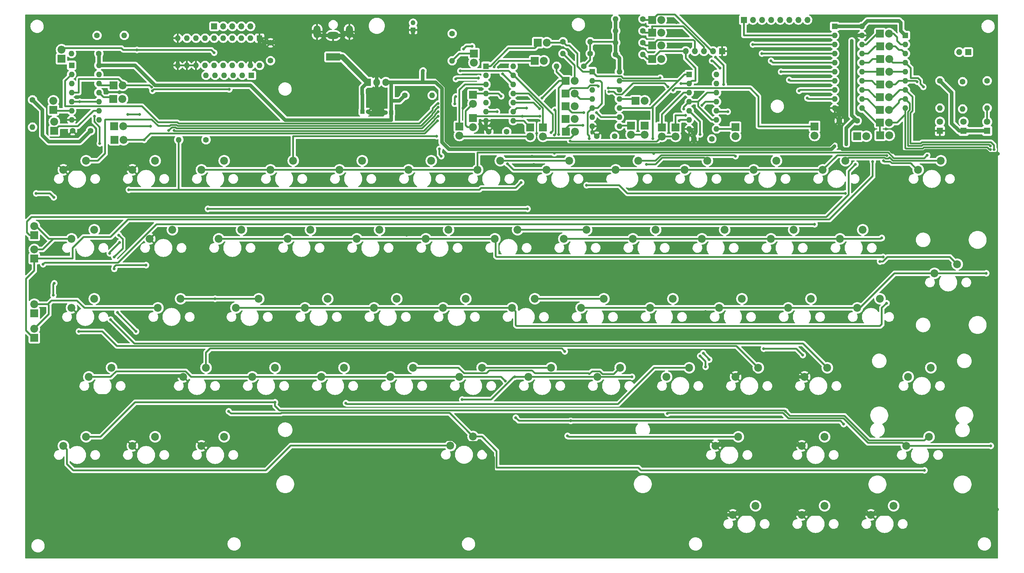
<source format=gbr>
%TF.GenerationSoftware,KiCad,Pcbnew,6.0.2+dfsg-1*%
%TF.CreationDate,2024-11-18T22:50:37+00:00*%
%TF.ProjectId,kb,6b622e6b-6963-4616-945f-706362585858,rev?*%
%TF.SameCoordinates,Original*%
%TF.FileFunction,Copper,L1,Top*%
%TF.FilePolarity,Positive*%
%FSLAX46Y46*%
G04 Gerber Fmt 4.6, Leading zero omitted, Abs format (unit mm)*
G04 Created by KiCad (PCBNEW 6.0.2+dfsg-1) date 2024-11-18 22:50:37*
%MOMM*%
%LPD*%
G01*
G04 APERTURE LIST*
%TA.AperFunction,ComponentPad*%
%ADD10C,1.600000*%
%TD*%
%TA.AperFunction,ComponentPad*%
%ADD11R,2.200000X2.200000*%
%TD*%
%TA.AperFunction,ComponentPad*%
%ADD12O,2.200000X2.200000*%
%TD*%
%TA.AperFunction,ComponentPad*%
%ADD13O,1.600000X1.600000*%
%TD*%
%TA.AperFunction,ComponentPad*%
%ADD14C,2.200000*%
%TD*%
%TA.AperFunction,ComponentPad*%
%ADD15R,1.700000X1.700000*%
%TD*%
%TA.AperFunction,ComponentPad*%
%ADD16O,1.700000X1.700000*%
%TD*%
%TA.AperFunction,ComponentPad*%
%ADD17R,1.600000X1.600000*%
%TD*%
%TA.AperFunction,ComponentPad*%
%ADD18R,1.200000X1.200000*%
%TD*%
%TA.AperFunction,ComponentPad*%
%ADD19C,1.200000*%
%TD*%
%TA.AperFunction,ComponentPad*%
%ADD20R,1.800000X1.800000*%
%TD*%
%TA.AperFunction,ComponentPad*%
%ADD21C,1.800000*%
%TD*%
%TA.AperFunction,ComponentPad*%
%ADD22R,1.905000X2.000000*%
%TD*%
%TA.AperFunction,ComponentPad*%
%ADD23O,1.905000X2.000000*%
%TD*%
%TA.AperFunction,ComponentPad*%
%ADD24R,1.350000X1.350000*%
%TD*%
%TA.AperFunction,ComponentPad*%
%ADD25O,1.350000X1.350000*%
%TD*%
%TA.AperFunction,ComponentPad*%
%ADD26R,4.000000X2.000000*%
%TD*%
%TA.AperFunction,ComponentPad*%
%ADD27O,3.300000X2.000000*%
%TD*%
%TA.AperFunction,ComponentPad*%
%ADD28O,2.000000X3.500000*%
%TD*%
%TA.AperFunction,ViaPad*%
%ADD29C,0.800000*%
%TD*%
%TA.AperFunction,Conductor*%
%ADD30C,1.500000*%
%TD*%
%TA.AperFunction,Conductor*%
%ADD31C,1.000000*%
%TD*%
%TA.AperFunction,Conductor*%
%ADD32C,0.500000*%
%TD*%
G04 APERTURE END LIST*
D10*
%TO.P,C3,1*%
%TO.N,VCC*%
X147066000Y-45212000D03*
%TO.P,C3,2*%
%TO.N,GND*%
X142066000Y-45212000D03*
%TD*%
D11*
%TO.P,D12,1,K*%
%TO.N,Net-(D12-Pad1)*%
X183134000Y-36576000D03*
D12*
%TO.P,D12,2,A*%
%TO.N,Net-(D12-Pad2)*%
X185674000Y-36576000D03*
%TD*%
D10*
%TO.P,R15,1*%
%TO.N,VCC*%
X168656000Y-26924000D03*
D13*
%TO.P,R15,2*%
%TO.N,Net-(D21-Pad1)*%
X161036000Y-26924000D03*
%TD*%
D14*
%TO.P,SW23,1,1*%
%TO.N,Net-(D1-Pad2)*%
X140208000Y-111252000D03*
%TO.P,SW23,2,2*%
%TO.N,Net-(D46-Pad2)*%
X133858000Y-113792000D03*
%TD*%
D10*
%TO.P,R8,1*%
%TO.N,Net-(D6-Pad1)*%
X185166000Y-13716000D03*
D13*
%TO.P,R8,2*%
%TO.N,VCC*%
X177546000Y-13716000D03*
%TD*%
D14*
%TO.P,SW39,1,1*%
%TO.N,Net-(D11-Pad2)*%
X101600000Y-111252000D03*
%TO.P,SW39,2,2*%
%TO.N,Net-(D46-Pad2)*%
X95250000Y-113792000D03*
%TD*%
D11*
%TO.P,D26,1,K*%
%TO.N,Net-(D26-Pad1)*%
X37338000Y-43688000D03*
D12*
%TO.P,D26,2,A*%
%TO.N,Net-(D11-Pad2)*%
X39878000Y-43688000D03*
%TD*%
D11*
%TO.P,D34,1,K*%
%TO.N,Net-(D34-Pad1)*%
X137668000Y-34853766D03*
D12*
%TO.P,D34,2,A*%
%TO.N,Net-(D32-Pad2)*%
X137668000Y-37393766D03*
%TD*%
D11*
%TO.P,D28,1,K*%
%TO.N,Net-(D28-Pad1)*%
X22606000Y-24836234D03*
D12*
%TO.P,D28,2,A*%
%TO.N,Net-(D22-Pad2)*%
X22606000Y-22296234D03*
%TD*%
D15*
%TO.P,J3,1,Pin_1*%
%TO.N,Net-(J3-Pad1)*%
X276128000Y-22942000D03*
D16*
%TO.P,J3,2,Pin_2*%
%TO.N,Net-(J3-Pad2)*%
X273588000Y-22942000D03*
%TD*%
D14*
%TO.P,SW32,1,1*%
%TO.N,Net-(D12-Pad2)*%
X193548000Y-91948000D03*
%TO.P,SW32,2,2*%
%TO.N,Net-(D47-Pad2)*%
X187198000Y-94488000D03*
%TD*%
%TO.P,SW20,1,1*%
%TO.N,Net-(D1-Pad2)*%
X154940000Y-91948000D03*
%TO.P,SW20,2,2*%
%TO.N,Net-(D43-Pad2)*%
X148590000Y-94488000D03*
%TD*%
D11*
%TO.P,D30,1,K*%
%TO.N,Net-(D30-Pad1)*%
X153670000Y-43997766D03*
D12*
%TO.P,D30,2,A*%
%TO.N,Net-(D22-Pad2)*%
X153670000Y-46537766D03*
%TD*%
D14*
%TO.P,SW28,1,1*%
%TO.N,Net-(D12-Pad2)*%
X135636000Y-91948000D03*
%TO.P,SW28,2,2*%
%TO.N,Net-(D43-Pad2)*%
X129286000Y-94488000D03*
%TD*%
%TO.P,SW24,1,1*%
%TO.N,Net-(D1-Pad2)*%
X174244000Y-91948000D03*
%TO.P,SW24,2,2*%
%TO.N,Net-(D47-Pad2)*%
X167894000Y-94488000D03*
%TD*%
D11*
%TO.P,D45,1,K*%
%TO.N,Net-(D45-Pad1)*%
X251515766Y-32004000D03*
D12*
%TO.P,D45,2,A*%
%TO.N,Net-(D45-Pad2)*%
X254055766Y-32004000D03*
%TD*%
D14*
%TO.P,SW55,1,1*%
%TO.N,Net-(D10-Pad2)*%
X36576000Y-111252000D03*
%TO.P,SW55,2,2*%
%TO.N,Net-(D46-Pad2)*%
X30226000Y-113792000D03*
%TD*%
D10*
%TO.P,C5,1*%
%TO.N,VCC*%
X204430000Y-47244000D03*
%TO.P,C5,2*%
%TO.N,GND*%
X199430000Y-47244000D03*
%TD*%
D11*
%TO.P,D11,1,K*%
%TO.N,Net-(D11-Pad1)*%
X181864000Y-43489766D03*
D12*
%TO.P,D11,2,A*%
%TO.N,Net-(D11-Pad2)*%
X181864000Y-46029766D03*
%TD*%
D14*
%TO.P,SW1,1,1*%
%TO.N,Net-(D9-Pad1)*%
X216662000Y-149860000D03*
%TO.P,SW1,2,2*%
%TO.N,GND*%
X210312000Y-152400000D03*
%TD*%
D11*
%TO.P,D29,1,K*%
%TO.N,Net-(D29-Pad1)*%
X133858000Y-43743766D03*
D12*
%TO.P,D29,2,A*%
%TO.N,Net-(D22-Pad2)*%
X133858000Y-46283766D03*
%TD*%
D10*
%TO.P,R2,1*%
%TO.N,VCC*%
X170434000Y-23368000D03*
D13*
%TO.P,R2,2*%
%TO.N,Net-(D13-Pad2)*%
X162814000Y-23368000D03*
%TD*%
D14*
%TO.P,SW37,1,1*%
%TO.N,Net-(D11-Pad2)*%
X203200000Y-53340000D03*
%TO.P,SW37,2,2*%
%TO.N,Net-(D44-Pad2)*%
X196850000Y-55880000D03*
%TD*%
D11*
%TO.P,D18,1,K*%
%TO.N,Net-(D16-Pad1)*%
X14986000Y-80716234D03*
D12*
%TO.P,D18,2,A*%
%TO.N,Net-(D17-Pad2)*%
X14986000Y-78176234D03*
%TD*%
D14*
%TO.P,SW54,1,1*%
%TO.N,Net-(D10-Pad2)*%
X246634000Y-72644000D03*
%TO.P,SW54,2,2*%
%TO.N,Net-(D45-Pad2)*%
X240284000Y-75184000D03*
%TD*%
%TO.P,SW57,1,1*%
%TO.N,Net-(D10-Pad2)*%
X137668000Y-130490000D03*
%TO.P,SW57,2,2*%
%TO.N,Net-(D48-Pad2)*%
X131318000Y-133030000D03*
%TD*%
%TO.P,SW17,1,1*%
%TO.N,Net-(D37-Pad1)*%
X68072000Y-130556000D03*
%TO.P,SW17,2,2*%
%TO.N,GND*%
X61722000Y-133096000D03*
%TD*%
D11*
%TO.P,D35,1,K*%
%TO.N,Net-(D35-Pad1)*%
X37393766Y-47498000D03*
D12*
%TO.P,D35,2,A*%
%TO.N,Net-(D32-Pad2)*%
X39933766Y-47498000D03*
%TD*%
D10*
%TO.P,R3,1*%
%TO.N,VCC*%
X268224000Y-30988000D03*
D13*
%TO.P,R3,2*%
%TO.N,Net-(D38-Pad2)*%
X268224000Y-38608000D03*
%TD*%
D14*
%TO.P,SW47,1,1*%
%TO.N,Net-(D22-Pad2)*%
X82296000Y-111252000D03*
%TO.P,SW47,2,2*%
%TO.N,Net-(D46-Pad2)*%
X75946000Y-113792000D03*
%TD*%
%TO.P,SW25,1,1*%
%TO.N,Net-(D1-Pad2)*%
X159512000Y-111252000D03*
%TO.P,SW25,2,2*%
%TO.N,Net-(D48-Pad2)*%
X153162000Y-113792000D03*
%TD*%
D11*
%TO.P,D16,1,K*%
%TO.N,Net-(D16-Pad1)*%
X245110000Y-46482000D03*
D12*
%TO.P,D16,2,A*%
%TO.N,Net-(D15-Pad2)*%
X247650000Y-46482000D03*
%TD*%
D14*
%TO.P,SW29,1,1*%
%TO.N,Net-(D12-Pad2)*%
X183896000Y-53340000D03*
%TO.P,SW29,2,2*%
%TO.N,Net-(D44-Pad2)*%
X177546000Y-55880000D03*
%TD*%
%TO.P,SW7,1,1*%
%TO.N,Net-(D10-Pad2)*%
X268478000Y-53340000D03*
%TO.P,SW7,2,2*%
%TO.N,Net-(D15-Pad2)*%
X262128000Y-55880000D03*
%TD*%
D17*
%TO.P,U3,1*%
%TO.N,Net-(D35-Pad1)*%
X25410000Y-26665000D03*
D13*
%TO.P,U3,2*%
%TO.N,Net-(D45-Pad2)*%
X25410000Y-29205000D03*
%TO.P,U3,3*%
%TO.N,Net-(D28-Pad1)*%
X25410000Y-31745000D03*
%TO.P,U3,4*%
%TO.N,Net-(D32-Pad2)*%
X25410000Y-34285000D03*
%TO.P,U3,5*%
%TO.N,Net-(D48-Pad2)*%
X25410000Y-36825000D03*
%TO.P,U3,6*%
%TO.N,Net-(D22-Pad1)*%
X25410000Y-39365000D03*
%TO.P,U3,7,GND*%
%TO.N,GND*%
X25410000Y-41905000D03*
%TO.P,U3,8*%
%TO.N,Net-(D26-Pad1)*%
X33030000Y-41905000D03*
%TO.P,U3,9*%
%TO.N,Net-(D33-Pad1)*%
X33030000Y-39365000D03*
%TO.P,U3,10*%
%TO.N,Net-(D48-Pad2)*%
X33030000Y-36825000D03*
%TO.P,U3,11*%
%TO.N,Net-(D24-Pad1)*%
X33030000Y-34285000D03*
%TO.P,U3,12*%
%TO.N,Net-(D32-Pad1)*%
X33030000Y-31745000D03*
%TO.P,U3,13*%
%TO.N,Net-(D46-Pad2)*%
X33030000Y-29205000D03*
%TO.P,U3,14,VCC*%
%TO.N,VCC*%
X33030000Y-26665000D03*
%TD*%
D14*
%TO.P,SW35,1,1*%
%TO.N,Net-(D11-Pad2)*%
X111506000Y-72644000D03*
%TO.P,SW35,2,2*%
%TO.N,Net-(D42-Pad2)*%
X105156000Y-75184000D03*
%TD*%
%TO.P,SW49,1,1*%
%TO.N,Net-(D22-Pad2)*%
X29464000Y-130556000D03*
%TO.P,SW49,2,2*%
%TO.N,Net-(D48-Pad2)*%
X23114000Y-133096000D03*
%TD*%
D18*
%TO.P,C2,1*%
%TO.N,VCC*%
X114768600Y-39878000D03*
D19*
%TO.P,C2,2*%
%TO.N,GND*%
X113268600Y-39878000D03*
%TD*%
D14*
%TO.P,SW27,1,1*%
%TO.N,Net-(D12-Pad2)*%
X130810000Y-72644000D03*
%TO.P,SW27,2,2*%
%TO.N,Net-(D42-Pad2)*%
X124460000Y-75184000D03*
%TD*%
%TO.P,SW60,1,1*%
%TO.N,Net-(D10-Pad2)*%
X251460000Y-91948000D03*
%TO.P,SW60,2,2*%
%TO.N,Net-(D47-Pad2)*%
X245110000Y-94488000D03*
%TD*%
D11*
%TO.P,D41,1,K*%
%TO.N,Net-(D23-Pad1)*%
X251460000Y-17780000D03*
D12*
%TO.P,D41,2,A*%
%TO.N,Net-(D41-Pad2)*%
X254000000Y-17780000D03*
%TD*%
D17*
%TO.P,U4,1*%
%TO.N,Net-(D19-Pad1)*%
X141274000Y-26919000D03*
D13*
%TO.P,U4,2*%
%TO.N,Net-(D44-Pad2)*%
X141274000Y-29459000D03*
%TO.P,U4,3*%
%TO.N,Net-(D29-Pad1)*%
X141274000Y-31999000D03*
%TO.P,U4,4*%
%TO.N,Net-(D34-Pad1)*%
X141274000Y-34539000D03*
%TO.P,U4,5*%
%TO.N,Net-(D48-Pad2)*%
X141274000Y-37079000D03*
%TO.P,U4,6*%
%TO.N,Net-(D27-Pad1)*%
X141274000Y-39619000D03*
%TO.P,U4,7,GND*%
%TO.N,GND*%
X141274000Y-42159000D03*
%TO.P,U4,8*%
%TO.N,Net-(D30-Pad1)*%
X148894000Y-42159000D03*
%TO.P,U4,9*%
%TO.N,Net-(D21-Pad1)*%
X148894000Y-39619000D03*
%TO.P,U4,10*%
%TO.N,Net-(D41-Pad2)*%
X148894000Y-37079000D03*
%TO.P,U4,11*%
%TO.N,Net-(D31-Pad1)*%
X148894000Y-34539000D03*
%TO.P,U4,12*%
%TO.N,Net-(D37-Pad1)*%
X148894000Y-31999000D03*
%TO.P,U4,13*%
%TO.N,Net-(D45-Pad2)*%
X148894000Y-29459000D03*
%TO.P,U4,14,VCC*%
%TO.N,VCC*%
X148894000Y-26919000D03*
%TD*%
D14*
%TO.P,SW45,1,1*%
%TO.N,Net-(D22-Pad2)*%
X222504000Y-53340000D03*
%TO.P,SW45,2,2*%
%TO.N,Net-(D44-Pad2)*%
X216154000Y-55880000D03*
%TD*%
D10*
%TO.P,C6,1*%
%TO.N,VCC*%
X177252000Y-46482000D03*
%TO.P,C6,2*%
%TO.N,GND*%
X172252000Y-46482000D03*
%TD*%
D11*
%TO.P,D15,1,K*%
%TO.N,Net-(D15-Pad1)*%
X251515766Y-46228000D03*
D12*
%TO.P,D15,2,A*%
%TO.N,Net-(D15-Pad2)*%
X254055766Y-46228000D03*
%TD*%
D11*
%TO.P,D10,1,K*%
%TO.N,Net-(D10-Pad1)*%
X163631766Y-45212000D03*
D12*
%TO.P,D10,2,A*%
%TO.N,Net-(D10-Pad2)*%
X166171766Y-45212000D03*
%TD*%
D14*
%TO.P,SW16,1,1*%
%TO.N,Net-(D21-Pad1)*%
X62992000Y-111252000D03*
%TO.P,SW16,2,2*%
%TO.N,GND*%
X56642000Y-113792000D03*
%TD*%
D11*
%TO.P,D6,1,K*%
%TO.N,Net-(D6-Pad1)*%
X187761766Y-13970000D03*
D12*
%TO.P,D6,2,A*%
%TO.N,Net-(D19-Pad2)*%
X190301766Y-13970000D03*
%TD*%
D14*
%TO.P,SW34,1,1*%
%TO.N,Net-(D11-Pad2)*%
X106680000Y-53340000D03*
%TO.P,SW34,2,2*%
%TO.N,Net-(D41-Pad2)*%
X100330000Y-55880000D03*
%TD*%
D10*
%TO.P,R4,1*%
%TO.N,Net-(J3-Pad2)*%
X274574000Y-31242000D03*
D13*
%TO.P,R4,2*%
%TO.N,Net-(D39-Pad2)*%
X274574000Y-38862000D03*
%TD*%
D11*
%TO.P,D20,1,K*%
%TO.N,Net-(D20-Pad1)*%
X163520234Y-41656000D03*
D12*
%TO.P,D20,2,A*%
%TO.N,Net-(D13-Pad2)*%
X166060234Y-41656000D03*
%TD*%
D11*
%TO.P,D13,1,K*%
%TO.N,Net-(D13-Pad1)*%
X163576000Y-34544000D03*
D12*
%TO.P,D13,2,A*%
%TO.N,Net-(D13-Pad2)*%
X166116000Y-34544000D03*
%TD*%
D11*
%TO.P,D47,1,K*%
%TO.N,Net-(D47-Pad1)*%
X251460000Y-39116000D03*
D12*
%TO.P,D47,2,A*%
%TO.N,Net-(D47-Pad2)*%
X254000000Y-39116000D03*
%TD*%
D11*
%TO.P,D42,1,K*%
%TO.N,Net-(D42-Pad1)*%
X251515766Y-21336000D03*
D12*
%TO.P,D42,2,A*%
%TO.N,Net-(D42-Pad2)*%
X254055766Y-21336000D03*
%TD*%
D14*
%TO.P,SW50,1,1*%
%TO.N,Net-(D10-Pad2)*%
X68072000Y-53340000D03*
%TO.P,SW50,2,2*%
%TO.N,Net-(D41-Pad2)*%
X61722000Y-55880000D03*
%TD*%
%TO.P,SW59,1,1*%
%TO.N,Net-(D10-Pad2)*%
X265684000Y-111252000D03*
%TO.P,SW59,2,2*%
%TO.N,Net-(D46-Pad2)*%
X259334000Y-113792000D03*
%TD*%
D10*
%TO.P,C8,1*%
%TO.N,GND*%
X81026000Y-20360000D03*
%TO.P,C8,2*%
%TO.N,VCC*%
X81026000Y-25360000D03*
%TD*%
%TO.P,C4,1*%
%TO.N,VCC*%
X30694000Y-44958000D03*
%TO.P,C4,2*%
%TO.N,GND*%
X25694000Y-44958000D03*
%TD*%
D11*
%TO.P,D43,1,K*%
%TO.N,Net-(D43-Pad1)*%
X251515766Y-24892000D03*
D12*
%TO.P,D43,2,A*%
%TO.N,Net-(D43-Pad2)*%
X254055766Y-24892000D03*
%TD*%
D11*
%TO.P,D37,1,K*%
%TO.N,Net-(D37-Pad1)*%
X137922000Y-23368000D03*
D12*
%TO.P,D37,2,A*%
%TO.N,Net-(D32-Pad2)*%
X137922000Y-25908000D03*
%TD*%
D14*
%TO.P,SW13,1,1*%
%TO.N,Net-(D35-Pad1)*%
X48768000Y-130556000D03*
%TO.P,SW13,2,2*%
%TO.N,GND*%
X42418000Y-133096000D03*
%TD*%
D11*
%TO.P,D33,1,K*%
%TO.N,Net-(D33-Pad1)*%
X20574000Y-44958000D03*
D12*
%TO.P,D33,2,A*%
%TO.N,Net-(D32-Pad2)*%
X20574000Y-42418000D03*
%TD*%
D18*
%TO.P,C1,1*%
%TO.N,Net-(C1-Pad1)*%
X106719401Y-39624000D03*
D19*
%TO.P,C1,2*%
%TO.N,GND*%
X108219401Y-39624000D03*
%TD*%
D14*
%TO.P,SW22,1,1*%
%TO.N,Net-(D1-Pad2)*%
X169418000Y-72644000D03*
%TO.P,SW22,2,2*%
%TO.N,Net-(D45-Pad2)*%
X163068000Y-75184000D03*
%TD*%
D11*
%TO.P,D48,1,K*%
%TO.N,Net-(D15-Pad1)*%
X251460000Y-42672000D03*
D12*
%TO.P,D48,2,A*%
%TO.N,Net-(D48-Pad2)*%
X254000000Y-42672000D03*
%TD*%
D15*
%TO.P,J2,1,Pin_1*%
%TO.N,Net-(J2-Pad1)*%
X213375000Y-13945000D03*
D16*
%TO.P,J2,2,Pin_2*%
%TO.N,Net-(J2-Pad2)*%
X215915000Y-13945000D03*
%TO.P,J2,3,Pin_3*%
%TO.N,Net-(J2-Pad3)*%
X218455000Y-13945000D03*
%TO.P,J2,4,Pin_4*%
%TO.N,Net-(J2-Pad4)*%
X220995000Y-13945000D03*
%TO.P,J2,5,Pin_5*%
%TO.N,Net-(J2-Pad5)*%
X223535000Y-13945000D03*
%TO.P,J2,6,Pin_6*%
%TO.N,Net-(J2-Pad6)*%
X226075000Y-13945000D03*
%TO.P,J2,7,Pin_7*%
%TO.N,Net-(J2-Pad7)*%
X228615000Y-13945000D03*
%TO.P,J2,8,Pin_8*%
%TO.N,Net-(J2-Pad8)*%
X231155000Y-13945000D03*
%TD*%
D14*
%TO.P,SW10,1,1*%
%TO.N,Net-(D32-Pad1)*%
X236728000Y-111252000D03*
%TO.P,SW10,2,2*%
%TO.N,GND*%
X230378000Y-113792000D03*
%TD*%
D11*
%TO.P,D21,1,K*%
%TO.N,Net-(D21-Pad1)*%
X163576000Y-30988000D03*
D12*
%TO.P,D21,2,A*%
%TO.N,Net-(D13-Pad2)*%
X166116000Y-30988000D03*
%TD*%
D10*
%TO.P,R10,1*%
%TO.N,VCC*%
X32512000Y-18288000D03*
D13*
%TO.P,R10,2*%
%TO.N,Net-(D32-Pad1)*%
X40132000Y-18288000D03*
%TD*%
D11*
%TO.P,D23,1,K*%
%TO.N,Net-(D23-Pad1)*%
X14986000Y-96012000D03*
D12*
%TO.P,D23,2,A*%
%TO.N,Net-(D23-Pad2)*%
X14986000Y-93472000D03*
%TD*%
D20*
%TO.P,D38,1,K*%
%TO.N,GND*%
X268224000Y-44963000D03*
D21*
%TO.P,D38,2,A*%
%TO.N,Net-(D38-Pad2)*%
X268224000Y-42423000D03*
%TD*%
D14*
%TO.P,SW9,1,1*%
%TO.N,Net-(D10-Pad2)*%
X55880000Y-91948000D03*
%TO.P,SW9,2,2*%
%TO.N,Net-(D23-Pad2)*%
X49530000Y-94488000D03*
%TD*%
D15*
%TO.P,J1,1,Pin_1*%
%TO.N,Net-(J1-Pad1)*%
X65278000Y-15748000D03*
D16*
%TO.P,J1,2,Pin_2*%
%TO.N,Net-(J1-Pad2)*%
X67818000Y-15748000D03*
%TO.P,J1,3,Pin_3*%
%TO.N,Net-(J1-Pad3)*%
X70358000Y-15748000D03*
%TO.P,J1,4,Pin_4*%
%TO.N,Net-(J1-Pad4)*%
X72898000Y-15748000D03*
%TO.P,J1,5,Pin_5*%
%TO.N,Net-(J1-Pad5)*%
X75438000Y-15748000D03*
%TD*%
D10*
%TO.P,C7,1*%
%TO.N,GND*%
X240070000Y-42164000D03*
%TO.P,C7,2*%
%TO.N,VCC*%
X245070000Y-42164000D03*
%TD*%
D11*
%TO.P,D22,1,K*%
%TO.N,Net-(D22-Pad1)*%
X20320000Y-39116000D03*
D12*
%TO.P,D22,2,A*%
%TO.N,Net-(D22-Pad2)*%
X20320000Y-36576000D03*
%TD*%
D14*
%TO.P,SW11,1,1*%
%TO.N,Net-(D33-Pad1)*%
X217424000Y-111252000D03*
%TO.P,SW11,2,2*%
%TO.N,GND*%
X211074000Y-113792000D03*
%TD*%
D20*
%TO.P,D39,1,K*%
%TO.N,VCC*%
X274828000Y-44963000D03*
D21*
%TO.P,D39,2,A*%
%TO.N,Net-(D39-Pad2)*%
X274828000Y-42423000D03*
%TD*%
D14*
%TO.P,SW8,1,1*%
%TO.N,Net-(D10-Pad2)*%
X31750000Y-72644000D03*
%TO.P,SW8,2,2*%
%TO.N,Net-(D17-Pad2)*%
X25400000Y-75184000D03*
%TD*%
%TO.P,SW58,1,1*%
%TO.N,Net-(D22-Pad2)*%
X265176000Y-130556000D03*
%TO.P,SW58,2,2*%
%TO.N,Net-(D48-Pad2)*%
X258826000Y-133096000D03*
%TD*%
%TO.P,SW40,1,1*%
%TO.N,Net-(D11-Pad2)*%
X212852000Y-91948000D03*
%TO.P,SW40,2,2*%
%TO.N,Net-(D47-Pad2)*%
X206502000Y-94488000D03*
%TD*%
D10*
%TO.P,R13,1*%
%TO.N,VCC*%
X33020000Y-23368000D03*
D13*
%TO.P,R13,2*%
%TO.N,Net-(D35-Pad1)*%
X25400000Y-23368000D03*
%TD*%
D14*
%TO.P,SW38,1,1*%
%TO.N,Net-(D11-Pad2)*%
X208026000Y-72644000D03*
%TO.P,SW38,2,2*%
%TO.N,Net-(D45-Pad2)*%
X201676000Y-75184000D03*
%TD*%
%TO.P,SW56,1,1*%
%TO.N,Net-(D10-Pad2)*%
X273050000Y-82296000D03*
%TO.P,SW56,2,2*%
%TO.N,Net-(D47-Pad2)*%
X266700000Y-84836000D03*
%TD*%
D22*
%TO.P,U5,1,IN*%
%TO.N,Net-(C1-Pad1)*%
X108204000Y-31402000D03*
D23*
%TO.P,U5,2,GND*%
%TO.N,GND*%
X110744000Y-31402000D03*
%TO.P,U5,3,OUT*%
%TO.N,VCC*%
X113284000Y-31402000D03*
%TD*%
D14*
%TO.P,SW43,1,1*%
%TO.N,Net-(D22-Pad2)*%
X92202000Y-72644000D03*
%TO.P,SW43,2,2*%
%TO.N,Net-(D42-Pad2)*%
X85852000Y-75184000D03*
%TD*%
%TO.P,SW42,1,1*%
%TO.N,Net-(D22-Pad2)*%
X87376000Y-53340000D03*
%TO.P,SW42,2,2*%
%TO.N,Net-(D41-Pad2)*%
X81026000Y-55880000D03*
%TD*%
D11*
%TO.P,D44,1,K*%
%TO.N,Net-(D17-Pad1)*%
X251515766Y-28448000D03*
D12*
%TO.P,D44,2,A*%
%TO.N,Net-(D44-Pad2)*%
X254055766Y-28448000D03*
%TD*%
D11*
%TO.P,D14,1,K*%
%TO.N,Net-(D14-Pad1)*%
X163520234Y-38100000D03*
D12*
%TO.P,D14,2,A*%
%TO.N,Net-(D13-Pad2)*%
X166060234Y-38100000D03*
%TD*%
D14*
%TO.P,SW53,1,1*%
%TO.N,Net-(D10-Pad2)*%
X241808000Y-53340000D03*
%TO.P,SW53,2,2*%
%TO.N,Net-(D44-Pad2)*%
X235458000Y-55880000D03*
%TD*%
D11*
%TO.P,D3,1,K*%
%TO.N,Net-(D3-Pad1)*%
X211074000Y-43942000D03*
D12*
%TO.P,D3,2,A*%
%TO.N,Net-(D12-Pad2)*%
X211074000Y-46482000D03*
%TD*%
D11*
%TO.P,D46,1,K*%
%TO.N,Net-(D16-Pad1)*%
X251460000Y-35560000D03*
D12*
%TO.P,D46,2,A*%
%TO.N,Net-(D46-Pad2)*%
X254000000Y-35560000D03*
%TD*%
D10*
%TO.P,R9,1*%
%TO.N,Net-(D8-Pad1)*%
X185166000Y-20320000D03*
D13*
%TO.P,R9,2*%
%TO.N,VCC*%
X177546000Y-20320000D03*
%TD*%
D11*
%TO.P,D2,1,K*%
%TO.N,Net-(D2-Pad1)*%
X185674000Y-43489766D03*
D12*
%TO.P,D2,2,A*%
%TO.N,Net-(D11-Pad2)*%
X185674000Y-46029766D03*
%TD*%
D14*
%TO.P,SW51,1,1*%
%TO.N,Net-(D10-Pad2)*%
X72898000Y-72644000D03*
%TO.P,SW51,2,2*%
%TO.N,Net-(D42-Pad2)*%
X66548000Y-75184000D03*
%TD*%
%TO.P,SW5,1,1*%
%TO.N,Net-(D14-Pad1)*%
X29464000Y-53340000D03*
%TO.P,SW5,2,2*%
%TO.N,GND*%
X23114000Y-55880000D03*
%TD*%
D10*
%TO.P,R16,1*%
%TO.N,VCC*%
X131826000Y-17780000D03*
D13*
%TO.P,R16,2*%
%TO.N,Net-(D37-Pad1)*%
X131826000Y-25400000D03*
%TD*%
D11*
%TO.P,D8,1,K*%
%TO.N,Net-(D8-Pad1)*%
X187761766Y-21082000D03*
D12*
%TO.P,D8,2,A*%
%TO.N,Net-(D19-Pad2)*%
X190301766Y-21082000D03*
%TD*%
D14*
%TO.P,SW18,1,1*%
%TO.N,Net-(D1-Pad2)*%
X145288000Y-53340000D03*
%TO.P,SW18,2,2*%
%TO.N,Net-(D41-Pad2)*%
X138938000Y-55880000D03*
%TD*%
%TO.P,SW31,1,1*%
%TO.N,Net-(D12-Pad2)*%
X120904000Y-111252000D03*
%TO.P,SW31,2,2*%
%TO.N,Net-(D46-Pad2)*%
X114554000Y-113792000D03*
%TD*%
%TO.P,SW36,1,1*%
%TO.N,Net-(D11-Pad2)*%
X116332000Y-91948000D03*
%TO.P,SW36,2,2*%
%TO.N,Net-(D43-Pad2)*%
X109982000Y-94488000D03*
%TD*%
D10*
%TO.P,R1,1*%
%TO.N,Net-(D19-Pad2)*%
X162814000Y-20066000D03*
D13*
%TO.P,R1,2*%
%TO.N,VCC*%
X170434000Y-20066000D03*
%TD*%
D11*
%TO.P,D31,1,K*%
%TO.N,Net-(D31-Pad1)*%
X157226000Y-43997766D03*
D12*
%TO.P,D31,2,A*%
%TO.N,Net-(D10-Pad2)*%
X157226000Y-46537766D03*
%TD*%
D14*
%TO.P,SW30,1,1*%
%TO.N,Net-(D12-Pad2)*%
X188722000Y-72644000D03*
%TO.P,SW30,2,2*%
%TO.N,Net-(D45-Pad2)*%
X182372000Y-75184000D03*
%TD*%
%TO.P,SW6,1,1*%
%TO.N,Net-(D13-Pad1)*%
X48768000Y-53340000D03*
%TO.P,SW6,2,2*%
%TO.N,GND*%
X42418000Y-55880000D03*
%TD*%
D11*
%TO.P,D4,1,K*%
%TO.N,Net-(D4-Pad1)*%
X194310000Y-43997766D03*
D12*
%TO.P,D4,2,A*%
%TO.N,Net-(D1-Pad2)*%
X194310000Y-46537766D03*
%TD*%
D14*
%TO.P,SW15,1,1*%
%TO.N,Net-(D20-Pad1)*%
X31750000Y-91948000D03*
%TO.P,SW15,2,2*%
%TO.N,GND*%
X25400000Y-94488000D03*
%TD*%
%TO.P,SW52,1,1*%
%TO.N,Net-(D10-Pad2)*%
X77724000Y-91948000D03*
%TO.P,SW52,2,2*%
%TO.N,Net-(D43-Pad2)*%
X71374000Y-94488000D03*
%TD*%
%TO.P,SW41,1,1*%
%TO.N,Net-(D11-Pad2)*%
X198120000Y-111252000D03*
%TO.P,SW41,2,2*%
%TO.N,Net-(D48-Pad2)*%
X191770000Y-113792000D03*
%TD*%
D11*
%TO.P,D27,1,K*%
%TO.N,Net-(D27-Pad1)*%
X154940000Y-25400000D03*
D12*
%TO.P,D27,2,A*%
%TO.N,Net-(D12-Pad2)*%
X157480000Y-25400000D03*
%TD*%
D14*
%TO.P,SW19,1,1*%
%TO.N,Net-(D1-Pad2)*%
X150114000Y-72644000D03*
%TO.P,SW19,2,2*%
%TO.N,Net-(D42-Pad2)*%
X143764000Y-75184000D03*
%TD*%
D15*
%TO.P,J5,1,Pin_1*%
%TO.N,GND*%
X207284000Y-22688000D03*
D16*
%TO.P,J5,2,Pin_2*%
%TO.N,Net-(D6-Pad1)*%
X204744000Y-22688000D03*
%TO.P,J5,3,Pin_3*%
%TO.N,Net-(D7-Pad1)*%
X202204000Y-22688000D03*
%TO.P,J5,4,Pin_4*%
%TO.N,Net-(D8-Pad1)*%
X199664000Y-22688000D03*
%TO.P,J5,5,Pin_5*%
%TO.N,Net-(D9-Pad1)*%
X197124000Y-22688000D03*
%TD*%
D17*
%TO.P,U7,1,A->B*%
%TO.N,GND*%
X77973000Y-19060000D03*
D13*
%TO.P,U7,2,A0*%
%TO.N,Net-(J1-Pad5)*%
X75433000Y-19060000D03*
%TO.P,U7,3,A1*%
%TO.N,Net-(J1-Pad4)*%
X72893000Y-19060000D03*
%TO.P,U7,4,A2*%
%TO.N,Net-(J1-Pad3)*%
X70353000Y-19060000D03*
%TO.P,U7,5,A3*%
%TO.N,Net-(J1-Pad2)*%
X67813000Y-19060000D03*
%TO.P,U7,6,A4*%
%TO.N,Net-(J1-Pad1)*%
X65273000Y-19060000D03*
%TO.P,U7,7,A5*%
%TO.N,unconnected-(U7-Pad7)*%
X62733000Y-19060000D03*
%TO.P,U7,8,A6*%
%TO.N,unconnected-(U7-Pad8)*%
X60193000Y-19060000D03*
%TO.P,U7,9,A7*%
%TO.N,unconnected-(U7-Pad9)*%
X57653000Y-19060000D03*
%TO.P,U7,10,GND*%
%TO.N,GND*%
X55113000Y-19060000D03*
%TO.P,U7,11,B7*%
X55113000Y-26680000D03*
%TO.P,U7,12,B6*%
X57653000Y-26680000D03*
%TO.P,U7,13,B5*%
X60193000Y-26680000D03*
%TO.P,U7,14,B4*%
%TO.N,Net-(D10-Pad2)*%
X62733000Y-26680000D03*
%TO.P,U7,15,B3*%
%TO.N,Net-(D22-Pad2)*%
X65273000Y-26680000D03*
%TO.P,U7,16,B2*%
%TO.N,Net-(D11-Pad2)*%
X67813000Y-26680000D03*
%TO.P,U7,17,B1*%
%TO.N,Net-(D12-Pad2)*%
X70353000Y-26680000D03*
%TO.P,U7,18,B0*%
%TO.N,Net-(D1-Pad2)*%
X72893000Y-26680000D03*
%TO.P,U7,19,CE*%
%TO.N,GND*%
X75433000Y-26680000D03*
%TO.P,U7,20,VCC*%
%TO.N,VCC*%
X77973000Y-26680000D03*
%TD*%
D11*
%TO.P,D5,1,K*%
%TO.N,Net-(D5-Pad1)*%
X233172000Y-43743766D03*
D12*
%TO.P,D5,2,A*%
%TO.N,Net-(D10-Pad2)*%
X233172000Y-46283766D03*
%TD*%
D14*
%TO.P,SW33,1,1*%
%TO.N,Net-(D12-Pad2)*%
X178816000Y-111252000D03*
%TO.P,SW33,2,2*%
%TO.N,Net-(D48-Pad2)*%
X172466000Y-113792000D03*
%TD*%
D17*
%TO.P,U6,1,A->B*%
%TO.N,VCC*%
X238770000Y-15753000D03*
D13*
%TO.P,U6,2,A0*%
%TO.N,Net-(J2-Pad1)*%
X238770000Y-18293000D03*
%TO.P,U6,3,A1*%
%TO.N,Net-(J2-Pad2)*%
X238770000Y-20833000D03*
%TO.P,U6,4,A2*%
%TO.N,Net-(J2-Pad3)*%
X238770000Y-23373000D03*
%TO.P,U6,5,A3*%
%TO.N,Net-(J2-Pad4)*%
X238770000Y-25913000D03*
%TO.P,U6,6,A4*%
%TO.N,Net-(J2-Pad5)*%
X238770000Y-28453000D03*
%TO.P,U6,7,A5*%
%TO.N,Net-(J2-Pad6)*%
X238770000Y-30993000D03*
%TO.P,U6,8,A6*%
%TO.N,Net-(J2-Pad7)*%
X238770000Y-33533000D03*
%TO.P,U6,9,A7*%
%TO.N,Net-(J2-Pad8)*%
X238770000Y-36073000D03*
%TO.P,U6,10,GND*%
%TO.N,GND*%
X238770000Y-38613000D03*
%TO.P,U6,11,B7*%
%TO.N,Net-(D15-Pad1)*%
X246390000Y-38613000D03*
%TO.P,U6,12,B6*%
%TO.N,Net-(D47-Pad1)*%
X246390000Y-36073000D03*
%TO.P,U6,13,B5*%
%TO.N,Net-(D16-Pad1)*%
X246390000Y-33533000D03*
%TO.P,U6,14,B4*%
%TO.N,Net-(D45-Pad1)*%
X246390000Y-30993000D03*
%TO.P,U6,15,B3*%
%TO.N,Net-(D17-Pad1)*%
X246390000Y-28453000D03*
%TO.P,U6,16,B2*%
%TO.N,Net-(D43-Pad1)*%
X246390000Y-25913000D03*
%TO.P,U6,17,B1*%
%TO.N,Net-(D42-Pad1)*%
X246390000Y-23373000D03*
%TO.P,U6,18,B0*%
%TO.N,Net-(D23-Pad1)*%
X246390000Y-20833000D03*
%TO.P,U6,19,CE*%
%TO.N,GND*%
X246390000Y-18293000D03*
%TO.P,U6,20,VCC*%
%TO.N,VCC*%
X246390000Y-15753000D03*
%TD*%
D11*
%TO.P,D19,1,K*%
%TO.N,Net-(D19-Pad1)*%
X155757766Y-20320000D03*
D12*
%TO.P,D19,2,A*%
%TO.N,Net-(D19-Pad2)*%
X158297766Y-20320000D03*
%TD*%
D24*
%TO.P,J4,1,Pin_1*%
%TO.N,GND*%
X120904000Y-16764000D03*
D25*
%TO.P,J4,2,Pin_2*%
%TO.N,VCC*%
X120904000Y-14764000D03*
%TD*%
D14*
%TO.P,SW2,1,1*%
%TO.N,Net-(D8-Pad1)*%
X255270000Y-149860000D03*
%TO.P,SW2,2,2*%
%TO.N,GND*%
X248920000Y-152400000D03*
%TD*%
D11*
%TO.P,D25,1,K*%
%TO.N,Net-(D16-Pad1)*%
X14986000Y-102870000D03*
D12*
%TO.P,D25,2,A*%
%TO.N,Net-(D23-Pad2)*%
X14986000Y-100330000D03*
%TD*%
D10*
%TO.P,R5,1*%
%TO.N,Net-(J3-Pad1)*%
X281432000Y-30988000D03*
D13*
%TO.P,R5,2*%
%TO.N,Net-(D40-Pad2)*%
X281432000Y-38608000D03*
%TD*%
D11*
%TO.P,D17,1,K*%
%TO.N,Net-(D17-Pad1)*%
X14986000Y-74168000D03*
D12*
%TO.P,D17,2,A*%
%TO.N,Net-(D17-Pad2)*%
X14986000Y-71628000D03*
%TD*%
D14*
%TO.P,SW12,1,1*%
%TO.N,Net-(D34-Pad1)*%
X211836000Y-130556000D03*
%TO.P,SW12,2,2*%
%TO.N,GND*%
X205486000Y-133096000D03*
%TD*%
D17*
%TO.P,U1,1*%
%TO.N,Net-(D41-Pad2)*%
X198120000Y-29210000D03*
D13*
%TO.P,U1,2*%
%TO.N,Net-(D9-Pad1)*%
X198120000Y-31750000D03*
%TO.P,U1,3*%
%TO.N,Net-(D1-Pad1)*%
X198120000Y-34290000D03*
%TO.P,U1,4*%
%TO.N,Net-(D44-Pad2)*%
X198120000Y-36830000D03*
%TO.P,U1,5*%
%TO.N,Net-(D8-Pad1)*%
X198120000Y-39370000D03*
%TO.P,U1,6*%
%TO.N,Net-(D2-Pad1)*%
X198120000Y-41910000D03*
%TO.P,U1,7,GND*%
%TO.N,GND*%
X198120000Y-44450000D03*
%TO.P,U1,8*%
%TO.N,Net-(D3-Pad1)*%
X205740000Y-44450000D03*
%TO.P,U1,9*%
%TO.N,Net-(D44-Pad2)*%
X205740000Y-41910000D03*
%TO.P,U1,10*%
%TO.N,Net-(D7-Pad1)*%
X205740000Y-39370000D03*
%TO.P,U1,11*%
%TO.N,Net-(D4-Pad1)*%
X205740000Y-36830000D03*
%TO.P,U1,12*%
%TO.N,Net-(D44-Pad2)*%
X205740000Y-34290000D03*
%TO.P,U1,13*%
%TO.N,Net-(D6-Pad1)*%
X205740000Y-31750000D03*
%TO.P,U1,14,VCC*%
%TO.N,VCC*%
X205740000Y-29210000D03*
%TD*%
D10*
%TO.P,R11,1*%
%TO.N,VCC*%
X14478000Y-36322000D03*
D13*
%TO.P,R11,2*%
%TO.N,Net-(D33-Pad1)*%
X14478000Y-43942000D03*
%TD*%
D20*
%TO.P,D40,1,K*%
%TO.N,VCC*%
X281432000Y-44963000D03*
D21*
%TO.P,D40,2,A*%
%TO.N,Net-(D40-Pad2)*%
X281432000Y-42423000D03*
%TD*%
D11*
%TO.P,D1,1,K*%
%TO.N,Net-(D1-Pad1)*%
X190500000Y-43997766D03*
D12*
%TO.P,D1,2,A*%
%TO.N,Net-(D1-Pad2)*%
X190500000Y-46537766D03*
%TD*%
D17*
%TO.P,RN1,1,common*%
%TO.N,VCC*%
X75692000Y-29464000D03*
D13*
%TO.P,RN1,2,R1*%
%TO.N,Net-(D1-Pad2)*%
X73152000Y-29464000D03*
%TO.P,RN1,3,R2*%
%TO.N,Net-(D12-Pad2)*%
X70612000Y-29464000D03*
%TO.P,RN1,4,R3*%
%TO.N,Net-(D11-Pad2)*%
X68072000Y-29464000D03*
%TO.P,RN1,5,R4*%
%TO.N,Net-(D22-Pad2)*%
X65532000Y-29464000D03*
%TO.P,RN1,6,R5*%
%TO.N,Net-(D10-Pad2)*%
X62992000Y-29464000D03*
%TD*%
D10*
%TO.P,R7,1*%
%TO.N,Net-(D7-Pad1)*%
X185166000Y-17018000D03*
D13*
%TO.P,R7,2*%
%TO.N,VCC*%
X177546000Y-17018000D03*
%TD*%
D14*
%TO.P,SW44,1,1*%
%TO.N,Net-(D22-Pad2)*%
X97028000Y-91948000D03*
%TO.P,SW44,2,2*%
%TO.N,Net-(D43-Pad2)*%
X90678000Y-94488000D03*
%TD*%
D17*
%TO.P,RN2,1,common*%
%TO.N,VCC*%
X258572000Y-18288000D03*
D13*
%TO.P,RN2,2,R1*%
%TO.N,Net-(D41-Pad2)*%
X258572000Y-20828000D03*
%TO.P,RN2,3,R2*%
%TO.N,Net-(D42-Pad2)*%
X258572000Y-23368000D03*
%TO.P,RN2,4,R3*%
%TO.N,Net-(D43-Pad2)*%
X258572000Y-25908000D03*
%TO.P,RN2,5,R4*%
%TO.N,Net-(D44-Pad2)*%
X258572000Y-28448000D03*
%TO.P,RN2,6,R5*%
%TO.N,Net-(D45-Pad2)*%
X258572000Y-30988000D03*
%TO.P,RN2,7,R6*%
%TO.N,Net-(D46-Pad2)*%
X258572000Y-33528000D03*
%TO.P,RN2,8,R7*%
%TO.N,Net-(D47-Pad2)*%
X258572000Y-36068000D03*
%TO.P,RN2,9,R8*%
%TO.N,Net-(D48-Pad2)*%
X258572000Y-38608000D03*
%TD*%
D14*
%TO.P,SW21,1,1*%
%TO.N,Net-(D1-Pad2)*%
X164592000Y-53340000D03*
%TO.P,SW21,2,2*%
%TO.N,Net-(D44-Pad2)*%
X158242000Y-55880000D03*
%TD*%
%TO.P,SW14,1,1*%
%TO.N,Net-(D19-Pad1)*%
X53594000Y-72644000D03*
%TO.P,SW14,2,2*%
%TO.N,GND*%
X47244000Y-75184000D03*
%TD*%
D10*
%TO.P,R14,1*%
%TO.N,VCC*%
X62992000Y-47498000D03*
D13*
%TO.P,R14,2*%
%TO.N,Net-(D20-Pad1)*%
X55372000Y-47498000D03*
%TD*%
D10*
%TO.P,R6,1*%
%TO.N,VCC*%
X177546000Y-23622000D03*
D13*
%TO.P,R6,2*%
%TO.N,Net-(D9-Pad1)*%
X185166000Y-23622000D03*
%TD*%
D14*
%TO.P,SW4,1,1*%
%TO.N,Net-(D6-Pad1)*%
X235966000Y-149860000D03*
%TO.P,SW4,2,2*%
%TO.N,GND*%
X229616000Y-152400000D03*
%TD*%
D11*
%TO.P,D7,1,K*%
%TO.N,Net-(D7-Pad1)*%
X187761766Y-17526000D03*
D12*
%TO.P,D7,2,A*%
%TO.N,Net-(D19-Pad2)*%
X190301766Y-17526000D03*
%TD*%
D11*
%TO.P,D32,1,K*%
%TO.N,Net-(D32-Pad1)*%
X37139766Y-32258000D03*
D12*
%TO.P,D32,2,A*%
%TO.N,Net-(D32-Pad2)*%
X39679766Y-32258000D03*
%TD*%
D26*
%TO.P,J6,1*%
%TO.N,Net-(C1-Pad1)*%
X98552000Y-24296000D03*
D27*
%TO.P,J6,2*%
%TO.N,GND*%
X98552000Y-18296000D03*
D28*
%TO.P,J6,MP,MountPin*%
X94052000Y-17296000D03*
X103052000Y-17296000D03*
%TD*%
D14*
%TO.P,SW46,1,1*%
%TO.N,Net-(D22-Pad2)*%
X227330000Y-72644000D03*
%TO.P,SW46,2,2*%
%TO.N,Net-(D45-Pad2)*%
X220980000Y-75184000D03*
%TD*%
D11*
%TO.P,D36,1,K*%
%TO.N,Net-(D20-Pad1)*%
X137668000Y-41402000D03*
D12*
%TO.P,D36,2,A*%
%TO.N,Net-(D32-Pad2)*%
X137668000Y-43942000D03*
%TD*%
D17*
%TO.P,U2,1*%
%TO.N,Net-(D19-Pad2)*%
X170952000Y-28443000D03*
D13*
%TO.P,U2,2*%
%TO.N,Net-(D46-Pad2)*%
X170952000Y-30983000D03*
%TO.P,U2,3*%
%TO.N,Net-(D5-Pad1)*%
X170952000Y-33523000D03*
%TO.P,U2,4*%
%TO.N,Net-(D13-Pad2)*%
X170952000Y-36063000D03*
%TO.P,U2,5*%
%TO.N,Net-(D46-Pad2)*%
X170952000Y-38603000D03*
%TO.P,U2,6*%
%TO.N,Net-(D10-Pad1)*%
X170952000Y-41143000D03*
%TO.P,U2,7,GND*%
%TO.N,GND*%
X170952000Y-43683000D03*
%TO.P,U2,8*%
%TO.N,Net-(D11-Pad1)*%
X178572000Y-43683000D03*
%TO.P,U2,9*%
%TO.N,Net-(D14-Pad1)*%
X178572000Y-41143000D03*
%TO.P,U2,10*%
%TO.N,Net-(D41-Pad2)*%
X178572000Y-38603000D03*
%TO.P,U2,11*%
%TO.N,Net-(D12-Pad1)*%
X178572000Y-36063000D03*
%TO.P,U2,12*%
%TO.N,Net-(D13-Pad1)*%
X178572000Y-33523000D03*
%TO.P,U2,13*%
%TO.N,Net-(D41-Pad2)*%
X178572000Y-30983000D03*
%TO.P,U2,14,VCC*%
%TO.N,VCC*%
X178572000Y-28443000D03*
%TD*%
D11*
%TO.P,D9,1,K*%
%TO.N,Net-(D9-Pad1)*%
X187761766Y-24892000D03*
D12*
%TO.P,D9,2,A*%
%TO.N,Net-(D19-Pad2)*%
X190301766Y-24892000D03*
%TD*%
D14*
%TO.P,SW26,1,1*%
%TO.N,Net-(D12-Pad2)*%
X125984000Y-53340000D03*
%TO.P,SW26,2,2*%
%TO.N,Net-(D41-Pad2)*%
X119634000Y-55880000D03*
%TD*%
D11*
%TO.P,D24,1,K*%
%TO.N,Net-(D24-Pad1)*%
X37084000Y-36068000D03*
D12*
%TO.P,D24,2,A*%
%TO.N,Net-(D22-Pad2)*%
X39624000Y-36068000D03*
%TD*%
D14*
%TO.P,SW48,1,1*%
%TO.N,Net-(D22-Pad2)*%
X232156000Y-91948000D03*
%TO.P,SW48,2,2*%
%TO.N,Net-(D47-Pad2)*%
X225806000Y-94488000D03*
%TD*%
D10*
%TO.P,R12,1*%
%TO.N,VCC*%
X118618000Y-35052000D03*
D13*
%TO.P,R12,2*%
%TO.N,Net-(D34-Pad1)*%
X126238000Y-35052000D03*
%TD*%
D14*
%TO.P,SW3,1,1*%
%TO.N,Net-(D7-Pad1)*%
X235966000Y-130556000D03*
%TO.P,SW3,2,2*%
%TO.N,GND*%
X229616000Y-133096000D03*
%TD*%
D29*
%TO.N,GND*%
X194056000Y-39370000D03*
X95758000Y-58928000D03*
X99822000Y-73152000D03*
X247396000Y-55880000D03*
X79248000Y-73406000D03*
X233680000Y-77978000D03*
X172974000Y-54356000D03*
X221234000Y-96520000D03*
X96012000Y-51816000D03*
X191262000Y-36576000D03*
X284226000Y-150876000D03*
X194056000Y-21082000D03*
X148082000Y-23876000D03*
X215900000Y-53086000D03*
X154686000Y-54356000D03*
X134874000Y-38608000D03*
X177800000Y-77724000D03*
X21844000Y-78994000D03*
X194564000Y-14732000D03*
X172131929Y-48941929D03*
X29464000Y-33782000D03*
X201676000Y-66294000D03*
X174752000Y-38862000D03*
X113284000Y-58674000D03*
X13462000Y-83312000D03*
X217170000Y-77978000D03*
X158496000Y-37084000D03*
X284397011Y-51390989D03*
X188976000Y-34036000D03*
X203016480Y-38537520D03*
X200406000Y-34544000D03*
X40386000Y-28702000D03*
X182118000Y-97028000D03*
X17526000Y-95758000D03*
X167640000Y-67310000D03*
X35306000Y-63754000D03*
X161544000Y-82804000D03*
X192532000Y-54102000D03*
X29718000Y-26416000D03*
X52832000Y-37592000D03*
X201422000Y-30734000D03*
X237998000Y-97536000D03*
X154178000Y-52070000D03*
X25654000Y-53340000D03*
X60198000Y-24638000D03*
X76454000Y-59182000D03*
X193040000Y-28702000D03*
X230886000Y-53848000D03*
X122174000Y-39116000D03*
X157988000Y-77978000D03*
X157988000Y-62738000D03*
X32004000Y-80518000D03*
X21336000Y-27686000D03*
X221234000Y-72644000D03*
X202692000Y-95504000D03*
X144780000Y-27178000D03*
X167640000Y-82804000D03*
X57658000Y-24638000D03*
X190500000Y-59436000D03*
X162306000Y-62738000D03*
X147066000Y-26670000D03*
X181610000Y-39878000D03*
X74168000Y-51054000D03*
X142066071Y-48941929D03*
X25908000Y-72644000D03*
X247142000Y-66040000D03*
X194310000Y-77978000D03*
X43688000Y-125476000D03*
X145542000Y-30988000D03*
X204724000Y-73152000D03*
X174244000Y-22860000D03*
X156972000Y-30988000D03*
X174244000Y-28194000D03*
X119126000Y-74168000D03*
X149098000Y-44958000D03*
X44196000Y-72136000D03*
X177800000Y-73152000D03*
X151892000Y-35814000D03*
X25908000Y-118872000D03*
X142494000Y-24638000D03*
X194310000Y-18034000D03*
X56971521Y-124789521D03*
%TO.N,VCC*%
X204366551Y-50141449D03*
X62484000Y-32258000D03*
X177188551Y-50141449D03*
X238760000Y-49276000D03*
X243586000Y-19812000D03*
X147169449Y-50141449D03*
X75438000Y-32258000D03*
X243591000Y-15753000D03*
X123698000Y-28194000D03*
X242062000Y-48768000D03*
%TO.N,Net-(D1-Pad2)*%
X164846000Y-47842429D03*
%TO.N,Net-(D2-Pad1)*%
X195268472Y-42196508D03*
%TO.N,Net-(D11-Pad2)*%
X69471039Y-33398961D03*
X186182000Y-54356000D03*
X47498000Y-43688000D03*
X48006000Y-33782000D03*
X102108000Y-121158000D03*
%TO.N,Net-(D12-Pad2)*%
X211074000Y-52070000D03*
%TO.N,Net-(D4-Pad1)*%
X201676000Y-37846000D03*
X197104000Y-40640000D03*
%TO.N,Net-(D5-Pad1)*%
X192170312Y-32658312D03*
X193625688Y-33605688D03*
X175684500Y-34036000D03*
%TO.N,Net-(D10-Pad2)*%
X263906000Y-139954000D03*
X69342000Y-123444000D03*
X241808000Y-62484000D03*
X251460000Y-81534000D03*
X65532000Y-91948000D03*
X169418000Y-60198000D03*
%TO.N,Net-(D6-Pad1)*%
X207772000Y-32004000D03*
X205486000Y-24384000D03*
%TO.N,Net-(D19-Pad2)*%
X189992000Y-30133500D03*
%TO.N,Net-(D7-Pad1)*%
X204470000Y-25400000D03*
X218948000Y-105918000D03*
X229870000Y-107696000D03*
X208875500Y-39624000D03*
X206756000Y-27432000D03*
%TO.N,Net-(D8-Pad1)*%
X202017500Y-107188000D03*
X203708000Y-108966000D03*
X201168000Y-45974000D03*
%TO.N,Net-(D9-Pad1)*%
X202692000Y-110998000D03*
X201168000Y-107950000D03*
X195834000Y-31750000D03*
%TO.N,Net-(D10-Pad1)*%
X168402000Y-43434000D03*
%TO.N,Net-(D13-Pad1)*%
X172720000Y-32512000D03*
X175514000Y-33020000D03*
X52578000Y-44870500D03*
X127893100Y-39624000D03*
%TO.N,Net-(D14-Pad1)*%
X137414000Y-21336000D03*
X172212000Y-39878000D03*
X127893100Y-38354000D03*
X135040500Y-22098000D03*
X168656000Y-39878000D03*
%TO.N,Net-(D15-Pad2)*%
X252439538Y-53374016D03*
%TO.N,Net-(D16-Pad1)*%
X249428000Y-53594000D03*
%TO.N,Net-(D17-Pad1)*%
X244602000Y-54356000D03*
%TO.N,Net-(D19-Pad1)*%
X54102000Y-44870500D03*
X127861862Y-40862762D03*
%TO.N,Net-(D20-Pad1)*%
X38862000Y-76200000D03*
X36068000Y-79248000D03*
X151130000Y-59436000D03*
X41402000Y-61468000D03*
X151399489Y-40909489D03*
X156376500Y-40894000D03*
%TO.N,Net-(D21-Pad1)*%
X156972000Y-35814000D03*
X152654000Y-38608000D03*
X161555115Y-45976036D03*
X163322000Y-106680000D03*
%TO.N,Net-(D22-Pad2)*%
X225044000Y-123444000D03*
X127508000Y-46482000D03*
X82296000Y-120904000D03*
X65278000Y-23114000D03*
X43688000Y-22352000D03*
%TO.N,Net-(D23-Pad1)*%
X233172000Y-71120000D03*
X17442500Y-82296000D03*
%TO.N,Net-(D27-Pad1)*%
X144359500Y-39624000D03*
X143520195Y-27099180D03*
%TO.N,Net-(D32-Pad1)*%
X31793500Y-40894000D03*
X38608000Y-74168000D03*
X33274000Y-48514000D03*
X36322000Y-97790000D03*
X37338000Y-80264000D03*
%TO.N,Net-(D32-Pad2)*%
X47766652Y-32811580D03*
X45720000Y-47498000D03*
X132532234Y-37393766D03*
X127762000Y-42164000D03*
X132832562Y-35384062D03*
%TO.N,Net-(D33-Pad1)*%
X20423198Y-63582178D03*
X27432000Y-101092000D03*
X15494000Y-62484000D03*
%TO.N,Net-(D34-Pad1)*%
X139192000Y-30226000D03*
X132842000Y-30480000D03*
X164084000Y-130302000D03*
X145542000Y-35306000D03*
%TO.N,Net-(D35-Pad1)*%
X43434000Y-101092000D03*
X38187500Y-95758000D03*
%TO.N,Net-(D37-Pad1)*%
X63500000Y-66802000D03*
X145966500Y-29058989D03*
X152908000Y-66802000D03*
%TO.N,Net-(D41-Pad2)*%
X160528000Y-39116000D03*
X188214000Y-51308000D03*
X160401979Y-46140500D03*
X264668000Y-51816000D03*
X156260271Y-38816917D03*
X160401979Y-51240949D03*
X187960000Y-47142909D03*
%TO.N,Net-(D42-Pad2)*%
X252309500Y-80264000D03*
%TO.N,Net-(D43-Pad2)*%
X263573011Y-32678500D03*
X253268944Y-93187056D03*
%TO.N,Net-(D44-Pad2)*%
X147320000Y-54189500D03*
X196596000Y-38862000D03*
X253408757Y-51940469D03*
%TO.N,Net-(D46-Pad2)*%
X283297523Y-50208500D03*
X149606000Y-125222000D03*
X170180000Y-47142909D03*
X146719312Y-114969312D03*
X46228000Y-82550000D03*
X41148000Y-40386000D03*
X164970960Y-126113040D03*
X44450000Y-40386000D03*
X241300000Y-127000000D03*
X37338000Y-83566000D03*
%TO.N,Net-(D47-Pad2)*%
X282298031Y-49208998D03*
X281178000Y-84836000D03*
%TO.N,Net-(D48-Pad2)*%
X128270000Y-50038000D03*
X282448000Y-133096000D03*
X192024000Y-124039500D03*
X149352000Y-113792000D03*
X282298020Y-50208500D03*
X27681000Y-36825000D03*
X134620000Y-120142000D03*
X20304535Y-90947465D03*
X20574000Y-87630000D03*
X182118000Y-113792000D03*
X128778000Y-52070000D03*
%TO.N,Net-(J2-Pad2)*%
X215900000Y-20828000D03*
%TO.N,Net-(J2-Pad3)*%
X218440000Y-23368000D03*
%TO.N,Net-(J2-Pad4)*%
X220980000Y-25400000D03*
%TO.N,Net-(J2-Pad5)*%
X223774000Y-28448000D03*
%TO.N,Net-(J2-Pad6)*%
X226060000Y-30734000D03*
%TO.N,Net-(J2-Pad7)*%
X228854000Y-33782000D03*
%TO.N,Net-(J2-Pad8)*%
X231140000Y-35814000D03*
%TO.N,Net-(D45-Pad2)*%
X159512000Y-45466000D03*
X127893100Y-37354497D03*
X251968000Y-74930000D03*
X134096511Y-28209489D03*
X261874000Y-31242000D03*
%TD*%
D30*
%TO.N,Net-(C1-Pad1)*%
X98552000Y-24296000D02*
X101098000Y-24296000D01*
D31*
X106680000Y-32926000D02*
X106680000Y-34798000D01*
X106719401Y-34837401D02*
X106719401Y-39624000D01*
D30*
X101098000Y-24296000D02*
X108204000Y-31402000D01*
D31*
X108204000Y-31402000D02*
X106680000Y-32926000D01*
X106680000Y-34798000D02*
X106719401Y-34837401D01*
%TO.N,GND*%
X240792000Y-19050000D02*
X240792000Y-37846000D01*
X120904000Y-23355622D02*
X120904000Y-16764000D01*
X240070000Y-46188000D02*
X237316071Y-48941929D01*
X55118000Y-24638000D02*
X55113000Y-24643000D01*
X44374479Y-124789521D02*
X56971521Y-124789521D01*
X56432479Y-113582479D02*
X45929521Y-113582479D01*
X264129056Y-50546000D02*
X263808576Y-50866480D01*
X263808576Y-50866480D02*
X254920195Y-50866480D01*
X95052000Y-18296000D02*
X94052000Y-17296000D01*
X130192120Y-32643743D02*
X122536378Y-24988000D01*
X75433000Y-26680000D02*
X75433000Y-23881000D01*
X77978000Y-21336000D02*
X77973000Y-21331000D01*
X211074000Y-113792000D02*
X212173999Y-112692001D01*
X141274000Y-42159000D02*
X141274000Y-44420000D01*
X82764000Y-20360000D02*
X81026000Y-20360000D01*
X60198000Y-24638000D02*
X57658000Y-24638000D01*
X241549000Y-18293000D02*
X240792000Y-19050000D01*
X240070000Y-42164000D02*
X240070000Y-46188000D01*
X229616000Y-133096000D02*
X229406479Y-132886479D01*
X23323521Y-55670479D02*
X23114000Y-55880000D01*
X122536378Y-24988000D02*
X120904000Y-23355622D01*
X254195164Y-50141449D02*
X240895449Y-50141449D01*
X101100000Y-18296000D02*
X98552000Y-18296000D01*
X281080576Y-50546000D02*
X267970000Y-50546000D01*
X143322480Y-136398000D02*
X143322480Y-140020480D01*
X205695521Y-132886479D02*
X205486000Y-133096000D01*
X139213991Y-132289511D02*
X143322480Y-136398000D01*
X267970000Y-50546000D02*
X264129056Y-50546000D01*
X141274000Y-44420000D02*
X142066000Y-45212000D01*
X199430000Y-48728000D02*
X199430000Y-47244000D01*
X254920195Y-50866480D02*
X254195164Y-50141449D01*
X143322480Y-140020480D02*
X155702000Y-152400000D01*
X210521521Y-152190479D02*
X248710479Y-152190479D01*
X240070000Y-39913000D02*
X238770000Y-38613000D01*
X55113000Y-24643000D02*
X55113000Y-26680000D01*
X110744000Y-24988000D02*
X103052000Y-17296000D01*
X75433000Y-24643000D02*
X75438000Y-24638000D01*
X45929521Y-113582479D02*
X40386000Y-119126000D01*
X246390000Y-18293000D02*
X241549000Y-18293000D01*
X284397011Y-51390989D02*
X281925565Y-51390989D01*
X216070001Y-112692001D02*
X217170000Y-113792000D01*
X122536378Y-24988000D02*
X110744000Y-24988000D01*
X240025000Y-38613000D02*
X238770000Y-38613000D01*
X240070000Y-49316000D02*
X240070000Y-42164000D01*
X81026000Y-20360000D02*
X79273000Y-20360000D01*
X110744000Y-31402000D02*
X110744000Y-39878000D01*
X131410307Y-48941929D02*
X130192120Y-47723742D01*
X85828000Y-17296000D02*
X82764000Y-20360000D01*
X240792000Y-37846000D02*
X240025000Y-38613000D01*
X61931521Y-132886479D02*
X82759521Y-132886479D01*
X142066071Y-48941929D02*
X131410307Y-48941929D01*
X42208479Y-55670479D02*
X23323521Y-55670479D01*
X40386000Y-119126000D02*
X26162000Y-119126000D01*
X110744000Y-39878000D02*
X113268600Y-39878000D01*
X237316071Y-48941929D02*
X199216071Y-48941929D01*
X108473401Y-39878000D02*
X108219401Y-39624000D01*
X155702000Y-152400000D02*
X210312000Y-152400000D01*
X240070000Y-42164000D02*
X240070000Y-39913000D01*
X248920000Y-152400000D02*
X249129521Y-152190479D01*
X282911521Y-152190479D02*
X284226000Y-150876000D01*
X110744000Y-31402000D02*
X110744000Y-24988000D01*
X212173999Y-112692001D02*
X216070001Y-112692001D01*
X98552000Y-18296000D02*
X95052000Y-18296000D01*
X61722000Y-133096000D02*
X61931521Y-132886479D01*
X199430000Y-47244000D02*
X199430000Y-45760000D01*
X84415511Y-131230489D02*
X132063383Y-131230489D01*
X82759521Y-132886479D02*
X84415511Y-131230489D01*
X43688000Y-125476000D02*
X44374479Y-124789521D01*
X56642000Y-113792000D02*
X56432479Y-113582479D01*
X42418000Y-55880000D02*
X42208479Y-55670479D01*
X199430000Y-45760000D02*
X198120000Y-44450000D01*
X75433000Y-23881000D02*
X77978000Y-21336000D01*
X172131929Y-48941929D02*
X142066071Y-48941929D01*
X26162000Y-119126000D02*
X25908000Y-118872000D01*
X103052000Y-17296000D02*
X102592000Y-17296000D01*
X217170000Y-113792000D02*
X230378000Y-113792000D01*
X102592000Y-17296000D02*
X101346000Y-18542000D01*
X101346000Y-18542000D02*
X101100000Y-18296000D01*
X77973000Y-21331000D02*
X77973000Y-19060000D01*
X132063383Y-131230489D02*
X133122405Y-132289511D01*
X113268600Y-39878000D02*
X108473401Y-39878000D01*
X75438000Y-24638000D02*
X60198000Y-24638000D01*
X210312000Y-152400000D02*
X210521521Y-152190479D01*
X75433000Y-26680000D02*
X75433000Y-24643000D01*
X199216071Y-48941929D02*
X172131929Y-48941929D01*
X249129521Y-152190479D02*
X282911521Y-152190479D01*
X79273000Y-20360000D02*
X77973000Y-19060000D01*
X229406479Y-132886479D02*
X205695521Y-132886479D01*
X94052000Y-17296000D02*
X85828000Y-17296000D01*
X199216071Y-48941929D02*
X199430000Y-48728000D01*
X281925565Y-51390989D02*
X281080576Y-50546000D01*
X57658000Y-24638000D02*
X55118000Y-24638000D01*
X248710479Y-152190479D02*
X248920000Y-152400000D01*
X240895449Y-50141449D02*
X240070000Y-49316000D01*
X130192120Y-47723742D02*
X130192120Y-32643743D01*
X133122405Y-132289511D02*
X139213991Y-132289511D01*
%TO.N,VCC*%
X178572000Y-24648000D02*
X177546000Y-23622000D01*
X245070000Y-42164000D02*
X243586000Y-40680000D01*
X43175000Y-26665000D02*
X33030000Y-26665000D01*
X256794000Y-14224000D02*
X247919000Y-14224000D01*
X117094000Y-36576000D02*
X118618000Y-35052000D01*
D32*
X170434000Y-20066000D02*
X177292000Y-20066000D01*
D31*
X271526000Y-42926000D02*
X271526000Y-34290000D01*
X114768600Y-31776600D02*
X114394000Y-31402000D01*
X177188551Y-50141449D02*
X147169449Y-50141449D01*
D32*
X177292000Y-20066000D02*
X177546000Y-20320000D01*
D31*
X271526000Y-34290000D02*
X268224000Y-30988000D01*
X33030000Y-23632000D02*
X33020000Y-23622000D01*
X257302000Y-14732000D02*
X256794000Y-14224000D01*
X243591000Y-15753000D02*
X238770000Y-15753000D01*
X238760000Y-49276000D02*
X237894551Y-50141449D01*
D32*
X170434000Y-23368000D02*
X170434000Y-20066000D01*
D31*
X246390000Y-15753000D02*
X243591000Y-15753000D01*
X114768600Y-36576000D02*
X117094000Y-36576000D01*
X243586000Y-37592000D02*
X243586000Y-19812000D01*
X274828000Y-44963000D02*
X273563000Y-44963000D01*
X243586000Y-40680000D02*
X243586000Y-37592000D01*
X114768600Y-41972400D02*
X85152400Y-41972400D01*
X244094000Y-42164000D02*
X245070000Y-42164000D01*
X17272000Y-39116000D02*
X14478000Y-36322000D01*
X33030000Y-26665000D02*
X33030000Y-23632000D01*
X242062000Y-48768000D02*
X242062000Y-44196000D01*
X177546000Y-23622000D02*
X177546000Y-13716000D01*
X127254000Y-31402000D02*
X123604000Y-31402000D01*
X204366551Y-50141449D02*
X177188551Y-50141449D01*
X273563000Y-44963000D02*
X271526000Y-42926000D01*
X147169449Y-50141449D02*
X130913449Y-50141449D01*
X123604000Y-31402000D02*
X114394000Y-31402000D01*
X85152400Y-41972400D02*
X75438000Y-32258000D01*
X27646000Y-48006000D02*
X19050000Y-48006000D01*
X242062000Y-44196000D02*
X244094000Y-42164000D01*
X130913449Y-50141449D02*
X128992600Y-48220600D01*
D32*
X170434000Y-25146000D02*
X168656000Y-26924000D01*
D31*
X30694000Y-44958000D02*
X27646000Y-48006000D01*
X114768600Y-36576000D02*
X114768600Y-41972400D01*
X114768600Y-36576000D02*
X114768600Y-31776600D01*
X257302000Y-17018000D02*
X257302000Y-14732000D01*
X274828000Y-44963000D02*
X281432000Y-44963000D01*
X247919000Y-14224000D02*
X246390000Y-15753000D01*
X123604000Y-28288000D02*
X123698000Y-28194000D01*
X178572000Y-28443000D02*
X178572000Y-24648000D01*
X114394000Y-31402000D02*
X113284000Y-31402000D01*
X19050000Y-48006000D02*
X17272000Y-46228000D01*
X237894551Y-50141449D02*
X204366551Y-50141449D01*
X128992600Y-33140600D02*
X127254000Y-31402000D01*
X48768000Y-32258000D02*
X43175000Y-26665000D01*
D32*
X170434000Y-23368000D02*
X170434000Y-25146000D01*
D31*
X62484000Y-32258000D02*
X48768000Y-32258000D01*
X17272000Y-46228000D02*
X17272000Y-39116000D01*
X75438000Y-32258000D02*
X62484000Y-32258000D01*
X258572000Y-18288000D02*
X257302000Y-17018000D01*
X123604000Y-31402000D02*
X123604000Y-28288000D01*
X128992600Y-48220600D02*
X128992600Y-35814000D01*
X128992600Y-35814000D02*
X128992600Y-33140600D01*
D32*
%TO.N,Net-(D1-Pad1)*%
X190500000Y-40386000D02*
X190500000Y-43997766D01*
X196596000Y-34290000D02*
X190500000Y-40386000D01*
X198120000Y-34290000D02*
X196596000Y-34290000D01*
%TO.N,Net-(D1-Pad2)*%
X190500000Y-46537766D02*
X189045357Y-47992409D01*
X164592000Y-53340000D02*
X145288000Y-53340000D01*
X189045357Y-47992409D02*
X164995980Y-47992409D01*
X169418000Y-72644000D02*
X150114000Y-72644000D01*
X164995980Y-47992409D02*
X164846000Y-47842429D01*
X194310000Y-46537766D02*
X190500000Y-46537766D01*
X140208000Y-111252000D02*
X159512000Y-111252000D01*
X154940000Y-91948000D02*
X174244000Y-91948000D01*
%TO.N,Net-(D2-Pad1)*%
X195554980Y-41910000D02*
X198120000Y-41910000D01*
X195268472Y-42196508D02*
X195554980Y-41910000D01*
%TO.N,Net-(D11-Pad2)*%
X190561261Y-52490009D02*
X188695270Y-54356000D01*
X188695270Y-54356000D02*
X186182000Y-54356000D01*
X178184512Y-121412000D02*
X170434000Y-121412000D01*
X188344512Y-111252000D02*
X178184512Y-121412000D01*
X102362000Y-121412000D02*
X102108000Y-121158000D01*
X69471039Y-33398961D02*
X48389039Y-33398961D01*
X48389039Y-33398961D02*
X48006000Y-33782000D01*
X185674000Y-46029766D02*
X181864000Y-46029766D01*
X203200000Y-53340000D02*
X202350009Y-52490009D01*
X202350009Y-52490009D02*
X190561261Y-52490009D01*
X198120000Y-111252000D02*
X188344512Y-111252000D01*
X47498000Y-43688000D02*
X39878000Y-43688000D01*
X170434000Y-121412000D02*
X102362000Y-121412000D01*
%TO.N,Net-(D3-Pad1)*%
X205740000Y-44450000D02*
X210566000Y-44450000D01*
X210566000Y-44450000D02*
X211074000Y-43942000D01*
%TO.N,Net-(D12-Pad2)*%
X170967511Y-112242489D02*
X170180000Y-113030000D01*
X173107830Y-112242489D02*
X170967511Y-112242489D01*
X211074000Y-52070000D02*
X210794489Y-51790489D01*
X154965511Y-112801511D02*
X154178000Y-112014000D01*
X188722000Y-53340000D02*
X183896000Y-53340000D01*
X170180000Y-113030000D02*
X169951511Y-112801511D01*
X177038000Y-113030000D02*
X173895341Y-113030000D01*
X210794489Y-51790489D02*
X190271511Y-51790489D01*
X173895341Y-113030000D02*
X173107830Y-112242489D01*
X142240000Y-112014000D02*
X141452489Y-112801511D01*
X141452489Y-112801511D02*
X135153511Y-112801511D01*
X133604000Y-111252000D02*
X120904000Y-111252000D01*
X169951511Y-112801511D02*
X154965511Y-112801511D01*
X178816000Y-111252000D02*
X177038000Y-113030000D01*
X190271511Y-51790489D02*
X188722000Y-53340000D01*
X154178000Y-112014000D02*
X142240000Y-112014000D01*
X135153511Y-112801511D02*
X133604000Y-111252000D01*
%TO.N,Net-(D4-Pad1)*%
X202692000Y-36830000D02*
X201676000Y-37846000D01*
X194310000Y-40640000D02*
X194310000Y-43997766D01*
X205740000Y-36830000D02*
X202692000Y-36830000D01*
X197104000Y-40640000D02*
X194310000Y-40640000D01*
%TO.N,Net-(D5-Pad1)*%
X191194520Y-31682520D02*
X192170312Y-32658312D01*
X215158489Y-33040489D02*
X217479766Y-35361766D01*
X217479766Y-43743766D02*
X233172000Y-43743766D01*
X175684500Y-34036000D02*
X177038000Y-34036000D01*
X177038000Y-34036000D02*
X177800000Y-34798000D01*
X177800000Y-34798000D02*
X179324000Y-34798000D01*
X217479766Y-35361766D02*
X217479766Y-43743766D01*
X194190887Y-33040489D02*
X193625688Y-33605688D01*
X182439480Y-31682520D02*
X191194520Y-31682520D01*
X215158489Y-33040489D02*
X194190887Y-33040489D01*
X179324000Y-34798000D02*
X182439480Y-31682520D01*
%TO.N,Net-(D10-Pad2)*%
X131067520Y-123889520D02*
X84067871Y-123889520D01*
X69937511Y-124039511D02*
X69342000Y-123444000D01*
X140142000Y-130490000D02*
X137668000Y-130490000D01*
X166171766Y-45771022D02*
X164952788Y-46990000D01*
X271018000Y-80264000D02*
X253510891Y-80264000D01*
X84067871Y-123889520D02*
X83917880Y-124039511D01*
X273050000Y-82296000D02*
X271018000Y-80264000D01*
X254136119Y-52414498D02*
X253760637Y-52789980D01*
X164952788Y-46990000D02*
X157678234Y-46990000D01*
X65532000Y-91948000D02*
X77724000Y-91948000D01*
X253510891Y-80264000D02*
X252240891Y-81534000D01*
X144272000Y-134620000D02*
X140142000Y-130490000D01*
X169418000Y-60198000D02*
X178562000Y-60198000D01*
X83917880Y-124039511D02*
X69937511Y-124039511D01*
X255061620Y-53339999D02*
X254136119Y-52414498D01*
X268224000Y-53340000D02*
X255061620Y-53339999D01*
X55880000Y-91948000D02*
X65532000Y-91948000D01*
X180848000Y-62484000D02*
X241808000Y-62484000D01*
X166171766Y-45212000D02*
X166171766Y-45771022D01*
X137668000Y-130490000D02*
X131067520Y-123889520D01*
X252756906Y-52490009D02*
X242657991Y-52490009D01*
X178562000Y-60198000D02*
X180848000Y-62484000D01*
X253056877Y-52789980D02*
X252756906Y-52490009D01*
X263906000Y-139954000D02*
X184658000Y-139954000D01*
X242657991Y-52490009D02*
X241808000Y-53340000D01*
X184658000Y-139954000D02*
X183896000Y-139192000D01*
X183896000Y-139192000D02*
X144272000Y-139192000D01*
X144272000Y-139192000D02*
X144272000Y-134620000D01*
X157678234Y-46990000D02*
X157226000Y-46537766D01*
X252240891Y-81534000D02*
X251460000Y-81534000D01*
X253760637Y-52789980D02*
X253056877Y-52789980D01*
%TO.N,Net-(D6-Pad1)*%
X194127840Y-12420489D02*
X204395351Y-22688000D01*
X185420000Y-13970000D02*
X185166000Y-13716000D01*
X187761766Y-13970000D02*
X185420000Y-13970000D01*
X189311277Y-12420489D02*
X194127840Y-12420489D01*
X205486000Y-24384000D02*
X207772000Y-26670000D01*
X204395351Y-22688000D02*
X204744000Y-22688000D01*
X207772000Y-26670000D02*
X207772000Y-32004000D01*
X187761766Y-13970000D02*
X189311277Y-12420489D01*
%TO.N,Net-(D19-Pad2)*%
X179089565Y-29733489D02*
X172242489Y-29733489D01*
X170952000Y-28443000D02*
X168397000Y-28443000D01*
X166878000Y-23368000D02*
X164592000Y-21082000D01*
X179639556Y-30283480D02*
X179089565Y-29733489D01*
X189842020Y-30283480D02*
X179639556Y-30283480D01*
X189992000Y-30133500D02*
X189842020Y-30283480D01*
X162560000Y-20320000D02*
X162814000Y-20066000D01*
X166878000Y-26924000D02*
X166878000Y-23368000D01*
X172242489Y-29733489D02*
X170952000Y-28443000D01*
X168397000Y-28443000D02*
X166878000Y-26924000D01*
X158297766Y-20320000D02*
X162560000Y-20320000D01*
X163830000Y-21082000D02*
X162814000Y-20066000D01*
X164592000Y-21082000D02*
X163830000Y-21082000D01*
%TO.N,Net-(D7-Pad1)*%
X187761766Y-17526000D02*
X185674000Y-17526000D01*
X202204000Y-22688000D02*
X202204000Y-21485919D01*
X204724000Y-25400000D02*
X206756000Y-27432000D01*
X202204000Y-21485919D02*
X196466081Y-15748000D01*
X187706000Y-15748000D02*
X187761766Y-15803766D01*
X185674000Y-17526000D02*
X185166000Y-17018000D01*
X187761766Y-15803766D02*
X187761766Y-17526000D01*
X196466081Y-15748000D02*
X187706000Y-15748000D01*
X228092000Y-105918000D02*
X218948000Y-105918000D01*
X208875500Y-39624000D02*
X205994000Y-39624000D01*
X229870000Y-107696000D02*
X228092000Y-105918000D01*
X205994000Y-39624000D02*
X205740000Y-39370000D01*
X204470000Y-25400000D02*
X204724000Y-25400000D01*
%TO.N,Net-(D8-Pad1)*%
X199261300Y-19532489D02*
X199664000Y-19935189D01*
X187761766Y-21082000D02*
X185928000Y-21082000D01*
X185928000Y-21082000D02*
X185166000Y-20320000D01*
X201168000Y-45974000D02*
X201168000Y-42418000D01*
X203708000Y-108878500D02*
X202017500Y-107188000D01*
X199664000Y-19935189D02*
X199664000Y-22688000D01*
X189311277Y-19532489D02*
X199261300Y-19532489D01*
X203708000Y-108966000D02*
X203708000Y-108878500D01*
X201168000Y-42418000D02*
X198120000Y-39370000D01*
X187761766Y-21082000D02*
X189311277Y-19532489D01*
%TO.N,Net-(D9-Pad1)*%
X189965766Y-22688000D02*
X197124000Y-22688000D01*
X198120000Y-31750000D02*
X195834000Y-31750000D01*
X187761766Y-24892000D02*
X189965766Y-22688000D01*
X187761766Y-24892000D02*
X186436000Y-24892000D01*
X199898000Y-27432000D02*
X197124000Y-24658000D01*
X198120000Y-31750000D02*
X198882000Y-30988000D01*
X202692000Y-109474000D02*
X201168000Y-107950000D01*
X202692000Y-110998000D02*
X202692000Y-109474000D01*
X197124000Y-24658000D02*
X197124000Y-22688000D01*
X186436000Y-24892000D02*
X185166000Y-23622000D01*
X199898000Y-30988000D02*
X199898000Y-27432000D01*
X198882000Y-30988000D02*
X199898000Y-30988000D01*
%TO.N,Net-(D10-Pad1)*%
X163631766Y-45212000D02*
X163631766Y-44394234D01*
X163631766Y-44394234D02*
X164592000Y-43434000D01*
X164592000Y-43434000D02*
X168402000Y-43434000D01*
%TO.N,Net-(D11-Pad1)*%
X178765234Y-43489766D02*
X178572000Y-43683000D01*
X181864000Y-43489766D02*
X178765234Y-43489766D01*
%TO.N,Net-(D12-Pad1)*%
X182621000Y-36063000D02*
X183134000Y-36576000D01*
X178572000Y-36063000D02*
X182621000Y-36063000D01*
%TO.N,Net-(D13-Pad1)*%
X53427511Y-44020989D02*
X52578000Y-44870500D01*
X169713435Y-32994489D02*
X170434435Y-32273489D01*
X172481489Y-32273489D02*
X172720000Y-32512000D01*
X178069000Y-33020000D02*
X178572000Y-33523000D01*
X170434435Y-32273489D02*
X172481489Y-32273489D01*
X127893100Y-39624000D02*
X127012351Y-40504749D01*
X127012351Y-40504749D02*
X127012351Y-40723003D01*
X175514000Y-33020000D02*
X178069000Y-33020000D01*
X54753851Y-44320960D02*
X54453880Y-44020989D01*
X123414394Y-44320960D02*
X54753851Y-44320960D01*
X169713435Y-32994489D02*
X165125511Y-32994489D01*
X127012351Y-40723003D02*
X123414394Y-44320960D01*
X163576000Y-34544000D02*
X165125511Y-32994489D01*
X54453880Y-44020989D02*
X53427511Y-44020989D01*
%TO.N,Net-(D13-Pad2)*%
X167635000Y-36063000D02*
X170952000Y-36063000D01*
X166116000Y-26670000D02*
X162814000Y-23368000D01*
X166116000Y-30988000D02*
X166116000Y-26670000D01*
X167635000Y-36063000D02*
X166116000Y-34544000D01*
%TO.N,Net-(D14-Pad1)*%
X173477000Y-41143000D02*
X172212000Y-39878000D01*
X53137761Y-43321469D02*
X52837790Y-43621440D01*
X165298234Y-39878000D02*
X163520234Y-38100000D01*
X168656000Y-39878000D02*
X165298234Y-39878000D01*
X126312831Y-40214999D02*
X126312831Y-40433253D01*
X34798000Y-51308000D02*
X32766000Y-53340000D01*
X127043589Y-39484241D02*
X126312831Y-40214999D01*
X178572000Y-41143000D02*
X173477000Y-41143000D01*
X32766000Y-53340000D02*
X29464000Y-53340000D01*
X34885511Y-41822489D02*
X34798000Y-41910000D01*
X127893100Y-38354000D02*
X127043589Y-39203511D01*
X135802500Y-21336000D02*
X137414000Y-21336000D01*
X34798000Y-41910000D02*
X34798000Y-51308000D01*
X123124644Y-43621440D02*
X55043601Y-43621440D01*
X127043589Y-39203511D02*
X127043589Y-39484241D01*
X49622101Y-43621440D02*
X47823150Y-41822489D01*
X135040500Y-22098000D02*
X135802500Y-21336000D01*
X54743630Y-43321469D02*
X53137761Y-43321469D01*
X55043601Y-43621440D02*
X54743630Y-43321469D01*
X47823150Y-41822489D02*
X34885511Y-41822489D01*
X52837790Y-43621440D02*
X49622101Y-43621440D01*
X126312831Y-40433253D02*
X123124644Y-43621440D01*
%TO.N,Net-(D15-Pad1)*%
X251460000Y-42672000D02*
X251460000Y-45294496D01*
X250449000Y-42672000D02*
X251460000Y-42672000D01*
X246390000Y-38613000D02*
X250449000Y-42672000D01*
X251460000Y-45294496D02*
X251021131Y-45733365D01*
%TO.N,Net-(D15-Pad2)*%
X254771870Y-54039519D02*
X260033519Y-54039519D01*
X252439538Y-53374016D02*
X252659522Y-53594000D01*
X254326351Y-53594000D02*
X254771870Y-54039519D01*
X252659522Y-53594000D02*
X254326351Y-53594000D01*
X260033519Y-54039519D02*
X261874000Y-55880000D01*
%TO.N,Net-(D16-Pad1)*%
X14986000Y-80716234D02*
X25709766Y-80716234D01*
X41210480Y-69787520D02*
X237298480Y-69787520D01*
X28723142Y-74676000D02*
X36322000Y-74676000D01*
X12700000Y-100838000D02*
X12700000Y-86360000D01*
X14986000Y-84074000D02*
X14986000Y-80716234D01*
X250190000Y-35560000D02*
X251460000Y-35560000D01*
X14986000Y-102870000D02*
X14732000Y-102870000D01*
X36322000Y-74676000D02*
X41210480Y-69787520D01*
X249174000Y-57912000D02*
X249428000Y-57658000D01*
X14732000Y-102870000D02*
X12700000Y-100838000D01*
X246390000Y-33533000D02*
X248163000Y-33533000D01*
X12700000Y-86360000D02*
X14986000Y-84074000D01*
X237298480Y-69787520D02*
X249174000Y-57912000D01*
X249428000Y-57658000D02*
X249428000Y-53594000D01*
X248163000Y-33533000D02*
X250190000Y-35560000D01*
X25709766Y-77689376D02*
X28723142Y-74676000D01*
X25709766Y-80716234D02*
X25709766Y-77689376D01*
%TO.N,Net-(D17-Pad1)*%
X244602000Y-54356000D02*
X242657511Y-56300489D01*
X236405391Y-69088000D02*
X14224000Y-69088000D01*
X13716000Y-74168000D02*
X14986000Y-74168000D01*
X242657511Y-56300489D02*
X242657511Y-62835880D01*
X12954000Y-73406000D02*
X13716000Y-74168000D01*
X246390000Y-28453000D02*
X251510766Y-28453000D01*
X251510766Y-28453000D02*
X251515766Y-28448000D01*
X12954000Y-70358000D02*
X12954000Y-73406000D01*
X14224000Y-69088000D02*
X12954000Y-70358000D01*
X242657511Y-62835880D02*
X236405391Y-69088000D01*
%TO.N,Net-(D17-Pad2)*%
X17327766Y-78176234D02*
X14986000Y-78176234D01*
X25400000Y-75184000D02*
X20828000Y-75184000D01*
X19050000Y-75184000D02*
X20828000Y-75184000D01*
X15494000Y-71628000D02*
X19050000Y-75184000D01*
X20320000Y-75184000D02*
X17327766Y-78176234D01*
X20828000Y-75184000D02*
X20320000Y-75184000D01*
X14986000Y-71628000D02*
X15494000Y-71628000D01*
%TO.N,Net-(D19-Pad1)*%
X141274000Y-26919000D02*
X142499000Y-26919000D01*
X54251980Y-45020480D02*
X54102000Y-44870500D01*
X126902135Y-42034595D02*
X123916250Y-45020480D01*
X127861862Y-40862762D02*
X126902135Y-41822489D01*
X126902135Y-41822489D02*
X126902135Y-42034595D01*
X154940000Y-21844000D02*
X155757766Y-21026234D01*
X155757766Y-21026234D02*
X155757766Y-20320000D01*
X123916250Y-45020480D02*
X54251980Y-45020480D01*
X147574000Y-21844000D02*
X154940000Y-21844000D01*
X142499000Y-26919000D02*
X147574000Y-21844000D01*
%TO.N,Net-(D20-Pad1)*%
X139446000Y-61468000D02*
X139954000Y-60960000D01*
X36068000Y-78994000D02*
X38862000Y-76200000D01*
X156361011Y-40909489D02*
X156376500Y-40894000D01*
X138160511Y-40909489D02*
X151399489Y-40909489D01*
X41402000Y-61468000D02*
X55372000Y-61468000D01*
X137668000Y-41402000D02*
X138160511Y-40909489D01*
X55372000Y-47498000D02*
X55372000Y-61468000D01*
X55372000Y-61468000D02*
X139446000Y-61468000D01*
X151399489Y-40909489D02*
X156361011Y-40909489D01*
X149606000Y-60960000D02*
X151130000Y-59436000D01*
X139954000Y-60960000D02*
X149606000Y-60960000D01*
X36068000Y-79248000D02*
X36068000Y-78994000D01*
%TO.N,Net-(D21-Pad1)*%
X163576000Y-30988000D02*
X161798000Y-30988000D01*
X161798000Y-30988000D02*
X156972000Y-35814000D01*
X161036000Y-26924000D02*
X161036000Y-28448000D01*
X161036000Y-28448000D02*
X163576000Y-30988000D01*
X64157980Y-105855520D02*
X62992000Y-107021500D01*
X62992000Y-107021500D02*
X62992000Y-111252000D01*
X162497520Y-105855520D02*
X64157980Y-105855520D01*
X161555115Y-33008885D02*
X161555115Y-45976036D01*
X163322000Y-106680000D02*
X162497520Y-105855520D01*
X163576000Y-30988000D02*
X161555115Y-33008885D01*
X152654000Y-38608000D02*
X149905000Y-38608000D01*
X149905000Y-38608000D02*
X148894000Y-39619000D01*
%TO.N,Net-(D22-Pad1)*%
X25410000Y-39365000D02*
X20569000Y-39365000D01*
X20569000Y-39365000D02*
X20320000Y-39116000D01*
%TO.N,Net-(D22-Pad2)*%
X257930170Y-131546489D02*
X257904659Y-131572000D01*
X263906000Y-131572000D02*
X259239341Y-131572000D01*
X241554000Y-124714000D02*
X226314000Y-124714000D01*
X33528000Y-130556000D02*
X29464000Y-130556000D01*
X264922000Y-130556000D02*
X263906000Y-131572000D01*
X39370000Y-21844000D02*
X23058234Y-21844000D01*
X259239341Y-131572000D02*
X259213830Y-131546489D01*
X82296000Y-121920000D02*
X82296000Y-120904000D01*
X83566000Y-123190000D02*
X224790000Y-123190000D01*
X153670000Y-46537766D02*
X134112000Y-46537766D01*
X127508000Y-46482000D02*
X87376000Y-46482000D01*
X226314000Y-124714000D02*
X225044000Y-123444000D01*
X39878000Y-22352000D02*
X39370000Y-21844000D01*
X43688000Y-22352000D02*
X39878000Y-22352000D01*
X64516000Y-22352000D02*
X65278000Y-23114000D01*
X82296000Y-120904000D02*
X43180000Y-120904000D01*
X257904659Y-131572000D02*
X248412000Y-131572000D01*
X87376000Y-46482000D02*
X87376000Y-53340000D01*
X43688000Y-22352000D02*
X64516000Y-22352000D01*
X134112000Y-46537766D02*
X133858000Y-46283766D01*
X248412000Y-131572000D02*
X241554000Y-124714000D01*
X259213830Y-131546489D02*
X257930170Y-131546489D01*
X83566000Y-123190000D02*
X82296000Y-121920000D01*
X23058234Y-21844000D02*
X22606000Y-22296234D01*
X43180000Y-120904000D02*
X33528000Y-130556000D01*
X224790000Y-123190000D02*
X225044000Y-123444000D01*
%TO.N,Net-(D23-Pad1)*%
X246390000Y-20833000D02*
X247645000Y-20833000D01*
X38386178Y-81850481D02*
X49142170Y-71094489D01*
X17888019Y-81850481D02*
X38386178Y-81850481D01*
X17442500Y-82296000D02*
X17888019Y-81850481D01*
X233146489Y-71094489D02*
X233172000Y-71120000D01*
X49142170Y-71094489D02*
X233146489Y-71094489D01*
X250698000Y-17780000D02*
X251460000Y-17780000D01*
X247645000Y-20833000D02*
X250698000Y-17780000D01*
%TO.N,Net-(D24-Pad1)*%
X34305000Y-35560000D02*
X36576000Y-35560000D01*
X36576000Y-35560000D02*
X37084000Y-36068000D01*
X33030000Y-34285000D02*
X34305000Y-35560000D01*
%TO.N,Net-(D23-Pad2)*%
X26924000Y-92456000D02*
X19812000Y-92456000D01*
X18796000Y-93472000D02*
X14986000Y-93472000D01*
X49530000Y-94488000D02*
X29464000Y-94488000D01*
X29464000Y-94488000D02*
X29423521Y-94528479D01*
X19050000Y-96266000D02*
X19050000Y-93726000D01*
X14986000Y-100330000D02*
X19050000Y-96266000D01*
X28996479Y-94528479D02*
X26924000Y-92456000D01*
X19812000Y-92456000D02*
X18796000Y-93472000D01*
X19050000Y-93726000D02*
X18796000Y-93472000D01*
X29423521Y-94528479D02*
X28996479Y-94528479D01*
%TO.N,Net-(D27-Pad1)*%
X145007270Y-25400000D02*
X154940000Y-25400000D01*
X143520195Y-26887075D02*
X145007270Y-25400000D01*
X141279000Y-39624000D02*
X141274000Y-39619000D01*
X144359500Y-39624000D02*
X141279000Y-39624000D01*
X143520195Y-27099180D02*
X143520195Y-26887075D01*
%TO.N,Net-(D29-Pad1)*%
X135387000Y-31999000D02*
X133858000Y-33528000D01*
X141274000Y-31999000D02*
X135387000Y-31999000D01*
X133858000Y-33528000D02*
X133858000Y-43743766D01*
%TO.N,Net-(D30-Pad1)*%
X151831234Y-42159000D02*
X153670000Y-43997766D01*
X148894000Y-42159000D02*
X151831234Y-42159000D01*
%TO.N,Net-(D31-Pad1)*%
X157226000Y-43997766D02*
X157226000Y-38581270D01*
X157226000Y-38581270D02*
X153183730Y-34539000D01*
X153183730Y-34539000D02*
X148894000Y-34539000D01*
%TO.N,Net-(D32-Pad1)*%
X236728000Y-111252000D02*
X229932480Y-104456480D01*
X39711511Y-77890489D02*
X39711511Y-75271511D01*
X37139766Y-32258000D02*
X33543000Y-32258000D01*
X42988480Y-104456480D02*
X36322000Y-97790000D01*
X33274000Y-48514000D02*
X33274000Y-43916076D01*
X33274000Y-43916076D02*
X31780489Y-42422565D01*
X39711511Y-75271511D02*
X38608000Y-74168000D01*
X31780489Y-42422565D02*
X31780489Y-40907011D01*
X37338000Y-80264000D02*
X39711511Y-77890489D01*
X31780489Y-40907011D02*
X31793500Y-40894000D01*
X33543000Y-32258000D02*
X33030000Y-31745000D01*
X229932480Y-104456480D02*
X42988480Y-104456480D01*
%TO.N,Net-(D32-Pad2)*%
X39933766Y-47498000D02*
X45720000Y-47498000D01*
X38460788Y-30480000D02*
X27432000Y-30480000D01*
X27432000Y-30480000D02*
X27432000Y-34290000D01*
X137668000Y-37393766D02*
X135636000Y-39425766D01*
X124206000Y-45720000D02*
X127762000Y-42164000D01*
X135636000Y-43434000D02*
X136144000Y-43942000D01*
X52226109Y-45720000D02*
X47498000Y-45720000D01*
X39679766Y-32258000D02*
X39679766Y-31698978D01*
X25415000Y-34290000D02*
X25410000Y-34285000D01*
X39679766Y-31698978D02*
X38460788Y-30480000D01*
X136144000Y-43942000D02*
X137668000Y-43942000D01*
X27432000Y-34290000D02*
X25415000Y-34290000D01*
X47213072Y-32258000D02*
X39679766Y-32258000D01*
X132832562Y-35384062D02*
X132532234Y-35684390D01*
X132532234Y-35684390D02*
X132532234Y-37393766D01*
X52226109Y-45720000D02*
X124206000Y-45720000D01*
X47498000Y-45720000D02*
X45720000Y-47498000D01*
X47766652Y-32811580D02*
X47213072Y-32258000D01*
X135636000Y-39425766D02*
X135636000Y-43434000D01*
%TO.N,Net-(D33-Pad1)*%
X182118000Y-105156000D02*
X38100000Y-105156000D01*
X36830000Y-103886000D02*
X34036000Y-101092000D01*
X27157511Y-43708489D02*
X31501000Y-39365000D01*
X31501000Y-39365000D02*
X33030000Y-39365000D01*
X21823511Y-43708489D02*
X27157511Y-43708489D01*
X34036000Y-101092000D02*
X27432000Y-101092000D01*
X20574000Y-44958000D02*
X21823511Y-43708489D01*
X19325020Y-62484000D02*
X15494000Y-62484000D01*
X38100000Y-105156000D02*
X36830000Y-103886000D01*
X211328000Y-105156000D02*
X182118000Y-105156000D01*
X20423198Y-63582178D02*
X19325020Y-62484000D01*
X217424000Y-111252000D02*
X211328000Y-105156000D01*
%TO.N,Net-(D34-Pad1)*%
X144775000Y-34539000D02*
X145542000Y-35306000D01*
X164084000Y-130302000D02*
X164376521Y-130594521D01*
X211797479Y-130594521D02*
X211836000Y-130556000D01*
X132842000Y-30480000D02*
X133096000Y-30226000D01*
X164376521Y-130594521D02*
X211797479Y-130594521D01*
X133096000Y-30226000D02*
X139192000Y-30226000D01*
X141274000Y-34539000D02*
X137982766Y-34539000D01*
X137982766Y-34539000D02*
X137668000Y-34853766D01*
X141274000Y-34539000D02*
X144775000Y-34539000D01*
%TO.N,Net-(D35-Pad1)*%
X38187500Y-95845500D02*
X43434000Y-101092000D01*
X38187500Y-95758000D02*
X38187500Y-95845500D01*
%TO.N,Net-(D37-Pad1)*%
X145966500Y-29058989D02*
X145966500Y-29071500D01*
X145966500Y-29071500D02*
X148894000Y-31999000D01*
X152908000Y-66802000D02*
X63500000Y-66802000D01*
X137922000Y-23368000D02*
X133858000Y-23368000D01*
X133858000Y-23368000D02*
X131826000Y-25400000D01*
%TO.N,Net-(D40-Pad2)*%
X281432000Y-42423000D02*
X281432000Y-38608000D01*
%TO.N,Net-(D41-Pad2)*%
X187960000Y-38070000D02*
X187427000Y-38603000D01*
X264668000Y-51816000D02*
X263843520Y-52640480D01*
X253801859Y-51090969D02*
X188758969Y-51090969D01*
X187960000Y-38070000D02*
X187960000Y-47142909D01*
X160719520Y-39307520D02*
X160528000Y-39116000D01*
X195047000Y-30983000D02*
X195184000Y-30846000D01*
X156260271Y-38816917D02*
X154522354Y-37079000D01*
X196820000Y-29210000D02*
X195184000Y-30846000D01*
X255270000Y-17780000D02*
X254000000Y-17780000D01*
X160719520Y-45822959D02*
X160719520Y-39307520D01*
X188431031Y-51090969D02*
X188758969Y-51090969D01*
X138938000Y-55880000D02*
X119634000Y-55880000D01*
X263843520Y-52640480D02*
X255351371Y-52640480D01*
X154522354Y-37079000D02*
X148894000Y-37079000D01*
X255351371Y-52640480D02*
X253801859Y-51090969D01*
X187427000Y-38603000D02*
X178572000Y-38603000D01*
X119634000Y-55880000D02*
X61722000Y-55880000D01*
X256286000Y-19812000D02*
X256286000Y-18796000D01*
X257302000Y-20828000D02*
X256286000Y-19812000D01*
X138938000Y-51090969D02*
X138938000Y-55880000D01*
X178572000Y-30983000D02*
X195047000Y-30983000D01*
X188758969Y-51090969D02*
X138938000Y-51090969D01*
X256286000Y-18796000D02*
X255270000Y-17780000D01*
X160401979Y-46140500D02*
X160719520Y-45822959D01*
X258572000Y-20828000D02*
X257302000Y-20828000D01*
X198120000Y-29210000D02*
X196820000Y-29210000D01*
X188214000Y-51308000D02*
X188431031Y-51090969D01*
X195184000Y-30846000D02*
X187960000Y-38070000D01*
%TO.N,Net-(D42-Pad1)*%
X246390000Y-23373000D02*
X248153000Y-23373000D01*
X248153000Y-23373000D02*
X250190000Y-21336000D01*
X250190000Y-21336000D02*
X251515766Y-21336000D01*
%TO.N,Net-(D42-Pad2)*%
X254055766Y-21336000D02*
X255778000Y-21336000D01*
X144018000Y-75438000D02*
X143764000Y-75184000D01*
X255778000Y-21336000D02*
X256794000Y-22352000D01*
X257556000Y-22352000D02*
X258572000Y-23368000D01*
X256794000Y-22352000D02*
X257556000Y-22352000D01*
X66548000Y-75184000D02*
X143764000Y-75184000D01*
X252309500Y-80264000D02*
X144272000Y-80264000D01*
X144272000Y-80264000D02*
X144018000Y-80010000D01*
X144018000Y-80010000D02*
X144018000Y-75438000D01*
%TO.N,Net-(D43-Pad1)*%
X248407000Y-25913000D02*
X249428000Y-24892000D01*
X246390000Y-25913000D02*
X248407000Y-25913000D01*
X249428000Y-24892000D02*
X251515766Y-24892000D01*
%TO.N,Net-(D43-Pad2)*%
X258572000Y-25908000D02*
X255071766Y-25908000D01*
X251460000Y-99568000D02*
X149860000Y-99568000D01*
X262723511Y-30890120D02*
X262723511Y-31829000D01*
X149860000Y-99568000D02*
X149606000Y-99314000D01*
X262059391Y-30226000D02*
X262723511Y-30890120D01*
X260096000Y-27432000D02*
X260096000Y-30226000D01*
X148590000Y-94488000D02*
X71374000Y-94488000D01*
X149606000Y-99314000D02*
X149606000Y-95504000D01*
X253268944Y-93187056D02*
X251968000Y-94488000D01*
X258572000Y-25908000D02*
X260096000Y-27432000D01*
X251968000Y-94488000D02*
X251968000Y-99060000D01*
X260096000Y-30226000D02*
X262059391Y-30226000D01*
X262723511Y-31829000D02*
X263573011Y-32678500D01*
X149606000Y-95504000D02*
X148590000Y-94488000D01*
X251968000Y-99060000D02*
X251460000Y-99568000D01*
X255071766Y-25908000D02*
X254055766Y-24892000D01*
%TO.N,Net-(D44-Pad2)*%
X203200000Y-34290000D02*
X205740000Y-34290000D01*
X200660000Y-38100000D02*
X200660000Y-36830000D01*
X198120000Y-36830000D02*
X200660000Y-36830000D01*
X196596000Y-38862000D02*
X196596000Y-38354000D01*
X205740000Y-41910000D02*
X204470000Y-41910000D01*
X196596000Y-38354000D02*
X198120000Y-36830000D01*
X204470000Y-41910000D02*
X200660000Y-38100000D01*
X253408757Y-51940469D02*
X253258777Y-51790489D01*
X254055766Y-28448000D02*
X258572000Y-28448000D01*
X200660000Y-36830000D02*
X203200000Y-34290000D01*
X158242000Y-55880000D02*
X235458000Y-55880000D01*
X158242000Y-55880000D02*
X149010500Y-55880000D01*
X239547511Y-51790489D02*
X235458000Y-55880000D01*
X149010500Y-55880000D02*
X147320000Y-54189500D01*
X253258777Y-51790489D02*
X239547511Y-51790489D01*
%TO.N,Net-(D45-Pad1)*%
X250190000Y-32004000D02*
X249179000Y-30993000D01*
X251515766Y-32004000D02*
X250190000Y-32004000D01*
X249179000Y-30993000D02*
X246390000Y-30993000D01*
%TO.N,Net-(D46-Pad2)*%
X37871511Y-112242489D02*
X36322000Y-113792000D01*
X36322000Y-113792000D02*
X30226000Y-113792000D01*
X149606000Y-125222000D02*
X150497040Y-126113040D01*
X283297523Y-50208500D02*
X283297523Y-49007099D01*
X145542000Y-113792000D02*
X146719312Y-114969312D01*
X260521031Y-35477031D02*
X258572000Y-33528000D01*
X57283830Y-112242489D02*
X37871511Y-112242489D01*
X262844214Y-48509478D02*
X259971040Y-48509478D01*
X75946000Y-113792000D02*
X95250000Y-113792000D01*
X259971040Y-39965306D02*
X260521031Y-39415315D01*
X169702489Y-39852511D02*
X170952000Y-38603000D01*
X58833341Y-113792000D02*
X57283830Y-112242489D01*
X95250000Y-113792000D02*
X133858000Y-113792000D01*
X170180000Y-47142909D02*
X170180000Y-46421022D01*
X133858000Y-113792000D02*
X145542000Y-113792000D01*
X255016000Y-35560000D02*
X257048000Y-33528000D01*
X283297523Y-49007099D02*
X282487865Y-48197441D01*
X46228000Y-82550000D02*
X37846000Y-82550000D01*
X169702489Y-45943511D02*
X169702489Y-39852511D01*
X173736000Y-31496000D02*
X173736000Y-37338000D01*
X173736000Y-37338000D02*
X172471000Y-38603000D01*
X259971040Y-48509478D02*
X259971040Y-39965306D01*
X37338000Y-83058000D02*
X37338000Y-83566000D01*
X37846000Y-82550000D02*
X37338000Y-83058000D01*
X173223000Y-30983000D02*
X173736000Y-31496000D01*
X172471000Y-38603000D02*
X170952000Y-38603000D01*
X170952000Y-30983000D02*
X173223000Y-30983000D01*
X41148000Y-40386000D02*
X44450000Y-40386000D01*
X257048000Y-33528000D02*
X258572000Y-33528000D01*
X254000000Y-35560000D02*
X255016000Y-35560000D01*
X150497040Y-126113040D02*
X240413040Y-126113040D01*
X263156251Y-48197441D02*
X262844214Y-48509478D01*
X260521031Y-39415315D02*
X260521031Y-35477031D01*
X75946000Y-113792000D02*
X58833341Y-113792000D01*
X282487865Y-48197441D02*
X263156251Y-48197441D01*
X170180000Y-46421022D02*
X169702489Y-45943511D01*
X240413040Y-126113040D02*
X241300000Y-127000000D01*
%TO.N,Net-(D47-Pad1)*%
X247909000Y-36073000D02*
X246390000Y-36073000D01*
X250952000Y-39116000D02*
X247909000Y-36073000D01*
X251460000Y-39116000D02*
X250952000Y-39116000D01*
%TO.N,Net-(D47-Pad2)*%
X259821511Y-39125565D02*
X259821511Y-37317511D01*
X254000000Y-39116000D02*
X254762000Y-39116000D01*
X281985993Y-48896960D02*
X263446002Y-48896960D01*
X255524000Y-84836000D02*
X266700000Y-84836000D01*
X263446002Y-48896960D02*
X263133964Y-49208998D01*
X282298031Y-49208998D02*
X281985993Y-48896960D01*
X259271520Y-39675556D02*
X259821511Y-39125565D01*
X259271520Y-49208998D02*
X259271520Y-39675556D01*
X257302000Y-36068000D02*
X258572000Y-36068000D01*
X263133964Y-49208998D02*
X259271520Y-49208998D01*
X254762000Y-39116000D02*
X256794000Y-37084000D01*
X245872000Y-94488000D02*
X255524000Y-84836000D01*
X259821511Y-37317511D02*
X258572000Y-36068000D01*
X281178000Y-84836000D02*
X266700000Y-84836000D01*
X256794000Y-36576000D02*
X257302000Y-36068000D01*
X167894000Y-94488000D02*
X245872000Y-94488000D01*
X256794000Y-37084000D02*
X256794000Y-36576000D01*
%TO.N,Net-(D48-Pad2)*%
X263415272Y-49916960D02*
X258704960Y-49916960D01*
X24130000Y-134112000D02*
X23114000Y-133096000D01*
X257747520Y-132271520D02*
X258572000Y-133096000D01*
X148590000Y-114300000D02*
X149098000Y-113792000D01*
X149098000Y-113792000D02*
X182118000Y-113792000D01*
X282298020Y-50208500D02*
X282096142Y-50208500D01*
X79756000Y-139954000D02*
X25908000Y-139954000D01*
X225812128Y-125413519D02*
X241264250Y-125413520D01*
X25908000Y-139954000D02*
X24130000Y-138176000D01*
X192024000Y-124039500D02*
X192173980Y-123889520D01*
X33030000Y-36825000D02*
X27681000Y-36825000D01*
X258572000Y-40386000D02*
X258572000Y-38608000D01*
X24130000Y-138176000D02*
X24130000Y-134112000D01*
X254000000Y-42672000D02*
X256286000Y-42672000D01*
X131318000Y-133030000D02*
X86680000Y-133030000D01*
X128270000Y-50038000D02*
X128270000Y-51562000D01*
X20304535Y-90947465D02*
X20304535Y-87899465D01*
X134620000Y-120142000D02*
X142748000Y-120142000D01*
X258572000Y-49784000D02*
X258572000Y-38608000D01*
X86680000Y-133030000D02*
X79756000Y-139954000D01*
X241264250Y-125413520D02*
X248122250Y-132271520D01*
X258704960Y-49916960D02*
X258572000Y-49784000D01*
X192173980Y-123889520D02*
X224288129Y-123889520D01*
X27681000Y-36825000D02*
X25410000Y-36825000D01*
X282096142Y-50208500D02*
X281484122Y-49596480D01*
X263735752Y-49596480D02*
X263415272Y-49916960D01*
X224288129Y-123889520D02*
X225812128Y-125413519D01*
X282448000Y-133096000D02*
X258572000Y-133096000D01*
X248122250Y-132271520D02*
X257747520Y-132271520D01*
X256286000Y-42672000D02*
X258572000Y-40386000D01*
X142748000Y-120142000D02*
X148590000Y-114300000D01*
X128270000Y-51562000D02*
X128778000Y-52070000D01*
X281484122Y-49596480D02*
X263735752Y-49596480D01*
X20304535Y-87899465D02*
X20574000Y-87630000D01*
%TO.N,Net-(J2-Pad1)*%
X213375000Y-18283000D02*
X213375000Y-13945000D01*
X213365000Y-18293000D02*
X238770000Y-18293000D01*
%TO.N,Net-(J2-Pad2)*%
X238770000Y-20833000D02*
X215905000Y-20833000D01*
X215905000Y-20833000D02*
X215900000Y-20828000D01*
%TO.N,Net-(J2-Pad3)*%
X218440000Y-23368000D02*
X218445000Y-23373000D01*
X218445000Y-23373000D02*
X238770000Y-23373000D01*
%TO.N,Net-(J2-Pad4)*%
X238770000Y-25913000D02*
X221493000Y-25913000D01*
X221493000Y-25913000D02*
X220980000Y-25400000D01*
%TO.N,Net-(J2-Pad5)*%
X223779000Y-28453000D02*
X238770000Y-28453000D01*
X223774000Y-28448000D02*
X223779000Y-28453000D01*
%TO.N,Net-(J2-Pad6)*%
X238770000Y-30993000D02*
X226319000Y-30993000D01*
X226319000Y-30993000D02*
X226060000Y-30734000D01*
%TO.N,Net-(J2-Pad7)*%
X228854000Y-33782000D02*
X229103000Y-33533000D01*
X229103000Y-33533000D02*
X238770000Y-33533000D01*
%TO.N,Net-(J2-Pad8)*%
X231399000Y-36073000D02*
X231140000Y-35814000D01*
X238770000Y-36073000D02*
X231399000Y-36073000D01*
%TO.N,Net-(D45-Pad2)*%
X49611880Y-42621949D02*
X45089931Y-38100000D01*
X159512000Y-45466000D02*
X160020000Y-44958000D01*
X23622000Y-30993000D02*
X25410000Y-29205000D01*
X55333351Y-42921920D02*
X55033380Y-42621949D01*
X258572000Y-30988000D02*
X261620000Y-30988000D01*
X258572000Y-30988000D02*
X256794000Y-30988000D01*
X163068000Y-75184000D02*
X240284000Y-75184000D01*
X261620000Y-30988000D02*
X261874000Y-31242000D01*
X23622000Y-38100000D02*
X23622000Y-30993000D01*
X126344069Y-39194491D02*
X122616640Y-42921920D01*
X251968000Y-74930000D02*
X251714000Y-75184000D01*
X251714000Y-75184000D02*
X240284000Y-75184000D01*
X255778000Y-32004000D02*
X254055766Y-32004000D01*
X148894000Y-29459000D02*
X147644489Y-28209489D01*
X147644489Y-28209489D02*
X134096511Y-28209489D01*
X55033380Y-42621949D02*
X49611880Y-42621949D01*
X126344069Y-38701640D02*
X126344069Y-39194491D01*
X160020000Y-44958000D02*
X160020000Y-40386000D01*
X127893100Y-37354497D02*
X127691212Y-37354497D01*
X256794000Y-30988000D02*
X255778000Y-32004000D01*
X122616640Y-42921920D02*
X55333351Y-42921920D01*
X127691212Y-37354497D02*
X126344069Y-38701640D01*
X45089931Y-38100000D02*
X23622000Y-38100000D01*
X149093000Y-29459000D02*
X148894000Y-29459000D01*
X160020000Y-40386000D02*
X149093000Y-29459000D01*
%TD*%
%TA.AperFunction,Conductor*%
%TO.N,GND*%
G36*
X176746948Y-12466002D02*
G01*
X176793441Y-12519658D01*
X176803545Y-12589932D01*
X176774051Y-12654512D01*
X176751098Y-12675213D01*
X176706211Y-12706643D01*
X176706208Y-12706645D01*
X176701700Y-12709802D01*
X176539802Y-12871700D01*
X176408477Y-13059251D01*
X176406154Y-13064233D01*
X176406151Y-13064238D01*
X176314039Y-13261775D01*
X176311716Y-13266757D01*
X176310294Y-13272065D01*
X176310293Y-13272067D01*
X176257650Y-13468531D01*
X176252457Y-13487913D01*
X176232502Y-13716000D01*
X176252457Y-13944087D01*
X176253881Y-13949400D01*
X176253881Y-13949402D01*
X176300067Y-14121767D01*
X176311716Y-14165243D01*
X176314039Y-14170224D01*
X176314039Y-14170225D01*
X176406151Y-14367762D01*
X176406154Y-14367767D01*
X176408477Y-14372749D01*
X176487389Y-14485447D01*
X176514713Y-14524469D01*
X176537500Y-14596740D01*
X176537500Y-16137260D01*
X176514713Y-16209531D01*
X176408477Y-16361251D01*
X176406154Y-16366233D01*
X176406151Y-16366238D01*
X176314734Y-16562285D01*
X176311716Y-16568757D01*
X176310294Y-16574065D01*
X176310293Y-16574067D01*
X176258329Y-16767998D01*
X176252457Y-16789913D01*
X176232502Y-17018000D01*
X176252457Y-17246087D01*
X176253881Y-17251400D01*
X176253881Y-17251402D01*
X176307956Y-17453209D01*
X176311716Y-17467243D01*
X176314039Y-17472224D01*
X176314039Y-17472225D01*
X176406151Y-17669762D01*
X176406154Y-17669767D01*
X176408477Y-17674749D01*
X176488498Y-17789030D01*
X176514713Y-17826469D01*
X176537500Y-17898740D01*
X176537500Y-19181500D01*
X176517498Y-19249621D01*
X176463842Y-19296114D01*
X176411500Y-19307500D01*
X171565867Y-19307500D01*
X171497746Y-19287498D01*
X171462655Y-19253772D01*
X171440198Y-19221700D01*
X171278300Y-19059802D01*
X171273792Y-19056645D01*
X171273789Y-19056643D01*
X171160691Y-18977451D01*
X171090749Y-18928477D01*
X171085767Y-18926154D01*
X171085762Y-18926151D01*
X170888225Y-18834039D01*
X170888224Y-18834039D01*
X170883243Y-18831716D01*
X170877935Y-18830294D01*
X170877933Y-18830293D01*
X170667402Y-18773881D01*
X170667400Y-18773881D01*
X170662087Y-18772457D01*
X170434000Y-18752502D01*
X170205913Y-18772457D01*
X170200600Y-18773881D01*
X170200598Y-18773881D01*
X169990067Y-18830293D01*
X169990065Y-18830294D01*
X169984757Y-18831716D01*
X169979776Y-18834039D01*
X169979775Y-18834039D01*
X169782238Y-18926151D01*
X169782233Y-18926154D01*
X169777251Y-18928477D01*
X169707309Y-18977451D01*
X169594211Y-19056643D01*
X169594208Y-19056645D01*
X169589700Y-19059802D01*
X169427802Y-19221700D01*
X169424645Y-19226208D01*
X169424643Y-19226211D01*
X169408937Y-19248642D01*
X169296477Y-19409251D01*
X169294154Y-19414233D01*
X169294151Y-19414238D01*
X169203210Y-19609264D01*
X169199716Y-19616757D01*
X169198294Y-19622065D01*
X169198293Y-19622067D01*
X169144774Y-19821802D01*
X169140457Y-19837913D01*
X169120502Y-20066000D01*
X169140457Y-20294087D01*
X169141881Y-20299400D01*
X169141881Y-20299402D01*
X169194386Y-20495350D01*
X169199716Y-20515243D01*
X169202039Y-20520224D01*
X169202039Y-20520225D01*
X169294151Y-20717762D01*
X169294154Y-20717767D01*
X169296477Y-20722749D01*
X169329033Y-20769243D01*
X169393425Y-20861204D01*
X169427802Y-20910300D01*
X169589700Y-21072198D01*
X169621771Y-21094655D01*
X169666099Y-21150110D01*
X169675500Y-21197867D01*
X169675500Y-22236133D01*
X169655498Y-22304254D01*
X169621772Y-22339345D01*
X169589700Y-22361802D01*
X169427802Y-22523700D01*
X169424645Y-22528208D01*
X169424643Y-22528211D01*
X169378960Y-22593454D01*
X169296477Y-22711251D01*
X169294154Y-22716233D01*
X169294151Y-22716238D01*
X169205182Y-22907035D01*
X169199716Y-22918757D01*
X169198294Y-22924065D01*
X169198293Y-22924067D01*
X169141881Y-23134598D01*
X169140457Y-23139913D01*
X169120502Y-23368000D01*
X169140457Y-23596087D01*
X169141881Y-23601400D01*
X169141881Y-23601402D01*
X169197118Y-23807546D01*
X169199716Y-23817243D01*
X169202039Y-23822224D01*
X169202039Y-23822225D01*
X169294151Y-24019762D01*
X169294154Y-24019767D01*
X169296477Y-24024749D01*
X169346551Y-24096262D01*
X169422410Y-24204599D01*
X169427802Y-24212300D01*
X169589700Y-24374198D01*
X169621771Y-24396655D01*
X169666099Y-24452110D01*
X169675500Y-24499867D01*
X169675500Y-24779629D01*
X169655498Y-24847750D01*
X169638595Y-24868724D01*
X168918990Y-25588329D01*
X168856678Y-25622355D01*
X168818913Y-25624755D01*
X168661475Y-25610981D01*
X168656000Y-25610502D01*
X168427913Y-25630457D01*
X168422600Y-25631881D01*
X168422598Y-25631881D01*
X168212067Y-25688293D01*
X168212065Y-25688294D01*
X168206757Y-25689716D01*
X168201776Y-25692039D01*
X168201775Y-25692039D01*
X168004238Y-25784151D01*
X168004233Y-25784154D01*
X167999251Y-25786477D01*
X167994744Y-25789633D01*
X167994742Y-25789634D01*
X167834771Y-25901647D01*
X167767497Y-25924335D01*
X167698636Y-25907050D01*
X167650052Y-25855280D01*
X167636500Y-25798434D01*
X167636500Y-23435069D01*
X167637933Y-23416118D01*
X167640099Y-23401883D01*
X167640099Y-23401881D01*
X167641199Y-23394651D01*
X167640483Y-23385842D01*
X167636915Y-23341982D01*
X167636500Y-23331767D01*
X167636500Y-23323707D01*
X167633549Y-23298391D01*
X167633211Y-23295493D01*
X167632778Y-23291118D01*
X167627454Y-23225661D01*
X167627453Y-23225658D01*
X167626860Y-23218363D01*
X167624604Y-23211399D01*
X167623413Y-23205440D01*
X167622029Y-23199585D01*
X167621182Y-23192319D01*
X167596265Y-23123673D01*
X167594848Y-23119545D01*
X167574607Y-23057064D01*
X167574606Y-23057062D01*
X167572351Y-23050101D01*
X167568555Y-23043846D01*
X167566049Y-23038372D01*
X167563330Y-23032942D01*
X167560833Y-23026063D01*
X167520809Y-22965016D01*
X167518472Y-22961312D01*
X167514975Y-22955548D01*
X167495872Y-22924067D01*
X167483509Y-22903693D01*
X167483505Y-22903688D01*
X167480595Y-22898892D01*
X167473197Y-22890516D01*
X167473223Y-22890493D01*
X167470574Y-22887503D01*
X167467866Y-22884264D01*
X167463856Y-22878148D01*
X167458549Y-22873121D01*
X167458546Y-22873117D01*
X167407617Y-22824872D01*
X167405175Y-22822494D01*
X165175770Y-20593089D01*
X165163384Y-20578677D01*
X165154851Y-20567082D01*
X165154846Y-20567077D01*
X165150508Y-20561182D01*
X165144930Y-20556443D01*
X165144927Y-20556440D01*
X165110232Y-20526965D01*
X165102716Y-20520035D01*
X165097021Y-20514340D01*
X165090880Y-20509482D01*
X165074749Y-20496719D01*
X165071345Y-20493928D01*
X165021297Y-20451409D01*
X165021295Y-20451408D01*
X165015715Y-20446667D01*
X165009199Y-20443339D01*
X165004150Y-20439972D01*
X164999021Y-20436805D01*
X164993284Y-20432266D01*
X164927125Y-20401345D01*
X164923225Y-20399439D01*
X164913782Y-20394617D01*
X164858192Y-20366231D01*
X164851084Y-20364492D01*
X164845441Y-20362393D01*
X164839678Y-20360476D01*
X164833050Y-20357378D01*
X164816916Y-20354022D01*
X164792252Y-20348892D01*
X164761583Y-20342513D01*
X164757299Y-20341543D01*
X164722860Y-20333116D01*
X164686390Y-20324192D01*
X164680788Y-20323844D01*
X164680785Y-20323844D01*
X164675236Y-20323500D01*
X164675238Y-20323464D01*
X164671245Y-20323225D01*
X164667053Y-20322851D01*
X164659885Y-20321360D01*
X164593675Y-20323151D01*
X164582479Y-20323454D01*
X164579072Y-20323500D01*
X164242475Y-20323500D01*
X164174354Y-20303498D01*
X164127861Y-20249842D01*
X164116954Y-20186518D01*
X164127019Y-20071475D01*
X164127498Y-20066000D01*
X164107543Y-19837913D01*
X164103226Y-19821802D01*
X164049707Y-19622067D01*
X164049706Y-19622065D01*
X164048284Y-19616757D01*
X164044790Y-19609264D01*
X163953849Y-19414238D01*
X163953846Y-19414233D01*
X163951523Y-19409251D01*
X163839063Y-19248642D01*
X163823357Y-19226211D01*
X163823355Y-19226208D01*
X163820198Y-19221700D01*
X163658300Y-19059802D01*
X163653792Y-19056645D01*
X163653789Y-19056643D01*
X163540691Y-18977451D01*
X163470749Y-18928477D01*
X163465767Y-18926154D01*
X163465762Y-18926151D01*
X163268225Y-18834039D01*
X163268224Y-18834039D01*
X163263243Y-18831716D01*
X163257935Y-18830294D01*
X163257933Y-18830293D01*
X163047402Y-18773881D01*
X163047400Y-18773881D01*
X163042087Y-18772457D01*
X162814000Y-18752502D01*
X162585913Y-18772457D01*
X162580600Y-18773881D01*
X162580598Y-18773881D01*
X162370067Y-18830293D01*
X162370065Y-18830294D01*
X162364757Y-18831716D01*
X162359776Y-18834039D01*
X162359775Y-18834039D01*
X162162238Y-18926151D01*
X162162233Y-18926154D01*
X162157251Y-18928477D01*
X162087309Y-18977451D01*
X161974211Y-19056643D01*
X161974208Y-19056645D01*
X161969700Y-19059802D01*
X161807802Y-19221700D01*
X161804645Y-19226208D01*
X161804643Y-19226211D01*
X161754826Y-19297357D01*
X161676477Y-19409251D01*
X161643766Y-19479402D01*
X161639407Y-19488749D01*
X161592490Y-19542035D01*
X161525212Y-19561500D01*
X159790014Y-19561500D01*
X159721893Y-19541498D01*
X159682581Y-19501335D01*
X159655193Y-19456642D01*
X159603094Y-19371624D01*
X159438664Y-19179102D01*
X159246142Y-19014672D01*
X159030268Y-18882384D01*
X159025698Y-18880491D01*
X159025694Y-18880489D01*
X158800930Y-18787389D01*
X158800928Y-18787388D01*
X158796357Y-18785495D01*
X158665116Y-18753987D01*
X158554982Y-18727546D01*
X158554976Y-18727545D01*
X158550169Y-18726391D01*
X158297766Y-18706526D01*
X158045363Y-18726391D01*
X158040556Y-18727545D01*
X158040550Y-18727546D01*
X157930416Y-18753987D01*
X157799175Y-18785495D01*
X157794604Y-18787388D01*
X157794602Y-18787389D01*
X157569838Y-18880489D01*
X157569834Y-18880491D01*
X157565264Y-18882384D01*
X157561044Y-18884970D01*
X157440380Y-18958913D01*
X157371846Y-18977451D01*
X157304170Y-18955995D01*
X157273719Y-18927046D01*
X157271132Y-18923594D01*
X157221027Y-18856739D01*
X157104471Y-18769385D01*
X156968082Y-18718255D01*
X156905900Y-18711500D01*
X154609632Y-18711500D01*
X154547450Y-18718255D01*
X154411061Y-18769385D01*
X154294505Y-18856739D01*
X154207151Y-18973295D01*
X154156021Y-19109684D01*
X154149266Y-19171866D01*
X154149266Y-20959500D01*
X154129264Y-21027621D01*
X154075608Y-21074114D01*
X154023266Y-21085500D01*
X147641070Y-21085500D01*
X147622120Y-21084067D01*
X147607885Y-21081901D01*
X147607881Y-21081901D01*
X147600651Y-21080801D01*
X147593359Y-21081394D01*
X147593356Y-21081394D01*
X147547982Y-21085085D01*
X147537767Y-21085500D01*
X147529707Y-21085500D01*
X147526073Y-21085924D01*
X147526067Y-21085924D01*
X147513042Y-21087443D01*
X147501480Y-21088791D01*
X147497132Y-21089221D01*
X147424364Y-21095140D01*
X147417403Y-21097395D01*
X147411463Y-21098582D01*
X147405588Y-21099971D01*
X147398319Y-21100818D01*
X147329670Y-21125736D01*
X147325542Y-21127153D01*
X147263064Y-21147393D01*
X147263062Y-21147394D01*
X147256101Y-21149649D01*
X147249846Y-21153445D01*
X147244372Y-21155951D01*
X147238942Y-21158670D01*
X147232063Y-21161167D01*
X147225943Y-21165180D01*
X147225942Y-21165180D01*
X147171024Y-21201186D01*
X147167320Y-21203523D01*
X147104893Y-21241405D01*
X147096516Y-21248803D01*
X147096492Y-21248776D01*
X147093500Y-21251429D01*
X147090267Y-21254132D01*
X147084148Y-21258144D01*
X147056599Y-21287225D01*
X147030872Y-21314383D01*
X147028494Y-21316825D01*
X142601572Y-25743747D01*
X142539260Y-25777773D01*
X142468445Y-25772708D01*
X142436915Y-25755480D01*
X142320705Y-25668385D01*
X142184316Y-25617255D01*
X142122134Y-25610500D01*
X140425866Y-25610500D01*
X140363684Y-25617255D01*
X140227295Y-25668385D01*
X140110739Y-25755739D01*
X140023385Y-25872295D01*
X139972255Y-26008684D01*
X139965500Y-26070866D01*
X139965500Y-27324989D01*
X139945498Y-27393110D01*
X139891842Y-27439603D01*
X139839500Y-27450989D01*
X138929312Y-27450989D01*
X138861191Y-27430987D01*
X138814698Y-27377331D01*
X138804594Y-27307057D01*
X138834088Y-27242477D01*
X138863474Y-27217558D01*
X138866159Y-27215913D01*
X138866166Y-27215908D01*
X138870376Y-27213328D01*
X139062898Y-27048898D01*
X139227328Y-26856376D01*
X139354741Y-26648457D01*
X139357030Y-26644722D01*
X139359616Y-26640502D01*
X139361603Y-26635707D01*
X139454611Y-26411164D01*
X139454612Y-26411162D01*
X139456505Y-26406591D01*
X139489257Y-26270169D01*
X139514454Y-26165216D01*
X139514455Y-26165210D01*
X139515609Y-26160403D01*
X139535474Y-25908000D01*
X139515609Y-25655597D01*
X139514386Y-25650500D01*
X139473735Y-25481177D01*
X139456505Y-25409409D01*
X139452608Y-25400000D01*
X139361511Y-25180072D01*
X139361509Y-25180068D01*
X139359616Y-25175498D01*
X139343510Y-25149216D01*
X139283087Y-25050614D01*
X139264549Y-24982080D01*
X139286005Y-24914404D01*
X139314954Y-24883953D01*
X139385261Y-24831261D01*
X139472615Y-24714705D01*
X139523745Y-24578316D01*
X139530500Y-24516134D01*
X139530500Y-22219866D01*
X139523745Y-22157684D01*
X139472615Y-22021295D01*
X139385261Y-21904739D01*
X139268705Y-21817385D01*
X139132316Y-21766255D01*
X139070134Y-21759500D01*
X138405074Y-21759500D01*
X138336953Y-21739498D01*
X138290460Y-21685842D01*
X138280356Y-21615568D01*
X138285241Y-21594564D01*
X138305502Y-21532206D01*
X138307542Y-21525928D01*
X138309138Y-21510749D01*
X138326814Y-21342565D01*
X138327504Y-21336000D01*
X138323506Y-21297961D01*
X138308232Y-21152635D01*
X138308232Y-21152633D01*
X138307542Y-21146072D01*
X138248527Y-20964444D01*
X138153040Y-20799056D01*
X138113783Y-20755456D01*
X138029675Y-20662045D01*
X138029674Y-20662044D01*
X138025253Y-20657134D01*
X137920174Y-20580789D01*
X137876094Y-20548763D01*
X137876093Y-20548762D01*
X137870752Y-20544882D01*
X137864724Y-20542198D01*
X137864722Y-20542197D01*
X137702319Y-20469891D01*
X137702318Y-20469891D01*
X137696288Y-20467206D01*
X137599660Y-20446667D01*
X137515944Y-20428872D01*
X137515939Y-20428872D01*
X137509487Y-20427500D01*
X137318513Y-20427500D01*
X137312061Y-20428872D01*
X137312056Y-20428872D01*
X137228340Y-20446667D01*
X137131712Y-20467206D01*
X137125682Y-20469891D01*
X137125681Y-20469891D01*
X136963278Y-20542197D01*
X136963276Y-20542198D01*
X136957248Y-20544882D01*
X136951909Y-20548761D01*
X136951902Y-20548765D01*
X136945472Y-20553437D01*
X136871413Y-20577500D01*
X135869570Y-20577500D01*
X135850620Y-20576067D01*
X135836385Y-20573901D01*
X135836381Y-20573901D01*
X135829151Y-20572801D01*
X135821859Y-20573394D01*
X135821856Y-20573394D01*
X135776482Y-20577085D01*
X135766267Y-20577500D01*
X135758207Y-20577500D01*
X135754573Y-20577924D01*
X135754567Y-20577924D01*
X135741542Y-20579443D01*
X135729980Y-20580791D01*
X135725632Y-20581221D01*
X135652864Y-20587140D01*
X135645903Y-20589395D01*
X135639963Y-20590582D01*
X135634088Y-20591971D01*
X135626819Y-20592818D01*
X135558170Y-20617736D01*
X135554042Y-20619153D01*
X135491564Y-20639393D01*
X135491562Y-20639394D01*
X135484601Y-20641649D01*
X135478346Y-20645445D01*
X135472872Y-20647951D01*
X135467442Y-20650670D01*
X135460563Y-20653167D01*
X135454443Y-20657180D01*
X135454442Y-20657180D01*
X135399524Y-20693186D01*
X135395820Y-20695523D01*
X135333393Y-20733405D01*
X135325016Y-20740803D01*
X135324992Y-20740776D01*
X135322000Y-20743429D01*
X135318767Y-20746132D01*
X135312648Y-20750144D01*
X135294555Y-20769243D01*
X135259372Y-20806383D01*
X135256994Y-20808825D01*
X134884169Y-21181650D01*
X134821272Y-21215801D01*
X134764676Y-21227831D01*
X134764667Y-21227834D01*
X134758212Y-21229206D01*
X134752182Y-21231891D01*
X134752181Y-21231891D01*
X134589778Y-21304197D01*
X134589776Y-21304198D01*
X134583748Y-21306882D01*
X134578407Y-21310762D01*
X134578406Y-21310763D01*
X134551421Y-21330369D01*
X134429247Y-21419134D01*
X134424826Y-21424044D01*
X134424825Y-21424045D01*
X134306193Y-21555800D01*
X134301460Y-21561056D01*
X134249170Y-21651625D01*
X134228254Y-21687853D01*
X134205973Y-21726444D01*
X134146958Y-21908072D01*
X134146268Y-21914633D01*
X134146268Y-21914635D01*
X134132171Y-22048765D01*
X134126996Y-22098000D01*
X134127686Y-22104565D01*
X134141840Y-22239229D01*
X134146958Y-22287928D01*
X134197853Y-22444566D01*
X134199881Y-22515531D01*
X134163219Y-22576329D01*
X134099506Y-22607654D01*
X134078020Y-22609500D01*
X133925070Y-22609500D01*
X133906120Y-22608067D01*
X133891885Y-22605901D01*
X133891881Y-22605901D01*
X133884651Y-22604801D01*
X133877359Y-22605394D01*
X133877356Y-22605394D01*
X133831982Y-22609085D01*
X133821767Y-22609500D01*
X133813707Y-22609500D01*
X133810073Y-22609924D01*
X133810067Y-22609924D01*
X133797042Y-22611443D01*
X133785480Y-22612791D01*
X133781132Y-22613221D01*
X133708364Y-22619140D01*
X133701403Y-22621395D01*
X133695463Y-22622582D01*
X133689588Y-22623971D01*
X133682319Y-22624818D01*
X133613670Y-22649736D01*
X133609542Y-22651153D01*
X133547064Y-22671393D01*
X133547062Y-22671394D01*
X133540101Y-22673649D01*
X133533846Y-22677445D01*
X133528372Y-22679951D01*
X133522942Y-22682670D01*
X133516063Y-22685167D01*
X133509943Y-22689180D01*
X133509942Y-22689180D01*
X133455024Y-22725186D01*
X133451320Y-22727523D01*
X133388893Y-22765405D01*
X133380516Y-22772803D01*
X133380492Y-22772776D01*
X133377500Y-22775429D01*
X133374267Y-22778132D01*
X133368148Y-22782144D01*
X133358733Y-22792083D01*
X133314872Y-22838383D01*
X133312494Y-22840825D01*
X132088990Y-24064329D01*
X132026678Y-24098355D01*
X131988913Y-24100755D01*
X131831475Y-24086981D01*
X131826000Y-24086502D01*
X131597913Y-24106457D01*
X131592600Y-24107881D01*
X131592598Y-24107881D01*
X131382067Y-24164293D01*
X131382065Y-24164294D01*
X131376757Y-24165716D01*
X131371776Y-24168039D01*
X131371775Y-24168039D01*
X131174238Y-24260151D01*
X131174233Y-24260154D01*
X131169251Y-24262477D01*
X131099302Y-24311456D01*
X130986211Y-24390643D01*
X130986208Y-24390645D01*
X130981700Y-24393802D01*
X130819802Y-24555700D01*
X130816645Y-24560208D01*
X130816643Y-24560211D01*
X130782563Y-24608882D01*
X130688477Y-24743251D01*
X130686154Y-24748233D01*
X130686151Y-24748238D01*
X130599055Y-24935019D01*
X130591716Y-24950757D01*
X130590294Y-24956065D01*
X130590293Y-24956067D01*
X130537894Y-25151621D01*
X130532457Y-25171913D01*
X130512502Y-25400000D01*
X130532457Y-25628087D01*
X130533881Y-25633400D01*
X130533881Y-25633402D01*
X130586251Y-25828846D01*
X130591716Y-25849243D01*
X130594039Y-25854224D01*
X130594039Y-25854225D01*
X130686151Y-26051762D01*
X130686154Y-26051767D01*
X130688477Y-26056749D01*
X130729857Y-26115845D01*
X130814158Y-26236239D01*
X130819802Y-26244300D01*
X130981700Y-26406198D01*
X130986208Y-26409355D01*
X130986211Y-26409357D01*
X131054814Y-26457393D01*
X131169251Y-26537523D01*
X131174233Y-26539846D01*
X131174238Y-26539849D01*
X131362438Y-26627607D01*
X131376757Y-26634284D01*
X131382065Y-26635706D01*
X131382067Y-26635707D01*
X131592598Y-26692119D01*
X131592600Y-26692119D01*
X131597913Y-26693543D01*
X131826000Y-26713498D01*
X132054087Y-26693543D01*
X132059400Y-26692119D01*
X132059402Y-26692119D01*
X132269933Y-26635707D01*
X132269935Y-26635706D01*
X132275243Y-26634284D01*
X132289562Y-26627607D01*
X132477762Y-26539849D01*
X132477767Y-26539846D01*
X132482749Y-26537523D01*
X132597186Y-26457393D01*
X132665789Y-26409357D01*
X132665792Y-26409355D01*
X132670300Y-26406198D01*
X132832198Y-26244300D01*
X132837843Y-26236239D01*
X132922143Y-26115845D01*
X132963523Y-26056749D01*
X132965846Y-26051767D01*
X132965849Y-26051762D01*
X133057961Y-25854225D01*
X133057961Y-25854224D01*
X133060284Y-25849243D01*
X133065750Y-25828846D01*
X133118119Y-25633402D01*
X133118119Y-25633400D01*
X133119543Y-25628087D01*
X133139498Y-25400000D01*
X133135998Y-25360000D01*
X133125245Y-25237087D01*
X133139234Y-25167482D01*
X133161671Y-25137010D01*
X134135276Y-24163405D01*
X134197588Y-24129379D01*
X134224371Y-24126500D01*
X136187500Y-24126500D01*
X136255621Y-24146502D01*
X136302114Y-24200158D01*
X136313500Y-24252500D01*
X136313500Y-24516134D01*
X136320255Y-24578316D01*
X136371385Y-24714705D01*
X136458739Y-24831261D01*
X136529046Y-24883953D01*
X136571560Y-24940813D01*
X136576585Y-25011631D01*
X136560913Y-25050614D01*
X136500490Y-25149216D01*
X136484384Y-25175498D01*
X136482491Y-25180068D01*
X136482489Y-25180072D01*
X136391392Y-25400000D01*
X136387495Y-25409409D01*
X136370265Y-25481177D01*
X136329615Y-25650500D01*
X136328391Y-25655597D01*
X136308526Y-25908000D01*
X136328391Y-26160403D01*
X136329545Y-26165210D01*
X136329546Y-26165216D01*
X136354743Y-26270169D01*
X136387495Y-26406591D01*
X136389388Y-26411162D01*
X136389389Y-26411164D01*
X136482398Y-26635707D01*
X136484384Y-26640502D01*
X136486970Y-26644722D01*
X136489259Y-26648457D01*
X136616672Y-26856376D01*
X136781102Y-27048898D01*
X136973624Y-27213328D01*
X136977834Y-27215908D01*
X136977841Y-27215913D01*
X136980526Y-27217558D01*
X136981332Y-27218449D01*
X136981851Y-27218826D01*
X136981772Y-27218935D01*
X137028156Y-27270207D01*
X137039760Y-27340249D01*
X137011655Y-27405446D01*
X136952764Y-27445098D01*
X136914688Y-27450989D01*
X134639098Y-27450989D01*
X134565039Y-27426926D01*
X134558609Y-27422254D01*
X134558602Y-27422250D01*
X134553263Y-27418371D01*
X134547235Y-27415687D01*
X134547233Y-27415686D01*
X134384830Y-27343380D01*
X134384829Y-27343380D01*
X134378799Y-27340695D01*
X134266204Y-27316762D01*
X134198455Y-27302361D01*
X134198450Y-27302361D01*
X134191998Y-27300989D01*
X134001024Y-27300989D01*
X133994572Y-27302361D01*
X133994567Y-27302361D01*
X133926818Y-27316762D01*
X133814223Y-27340695D01*
X133808193Y-27343380D01*
X133808192Y-27343380D01*
X133645789Y-27415686D01*
X133645787Y-27415687D01*
X133639759Y-27418371D01*
X133634418Y-27422251D01*
X133634417Y-27422252D01*
X133594864Y-27450989D01*
X133485258Y-27530623D01*
X133480837Y-27535533D01*
X133480836Y-27535534D01*
X133368080Y-27660763D01*
X133357471Y-27672545D01*
X133304791Y-27763789D01*
X133271714Y-27821081D01*
X133261984Y-27837933D01*
X133202969Y-28019561D01*
X133202279Y-28026122D01*
X133202279Y-28026124D01*
X133195678Y-28088928D01*
X133183007Y-28209489D01*
X133183697Y-28216054D01*
X133202028Y-28390460D01*
X133202969Y-28399417D01*
X133261984Y-28581045D01*
X133265287Y-28586767D01*
X133265288Y-28586768D01*
X133294825Y-28637928D01*
X133357471Y-28746433D01*
X133361889Y-28751340D01*
X133361890Y-28751341D01*
X133403671Y-28797743D01*
X133485258Y-28888355D01*
X133564806Y-28946150D01*
X133634415Y-28996724D01*
X133639759Y-29000607D01*
X133645787Y-29003291D01*
X133645789Y-29003292D01*
X133808192Y-29075598D01*
X133814223Y-29078283D01*
X133896770Y-29095829D01*
X133994567Y-29116617D01*
X133994572Y-29116617D01*
X134001024Y-29117989D01*
X134191998Y-29117989D01*
X134198450Y-29116617D01*
X134198455Y-29116617D01*
X134296252Y-29095829D01*
X134378799Y-29078283D01*
X134384830Y-29075598D01*
X134547233Y-29003292D01*
X134547235Y-29003291D01*
X134553263Y-29000607D01*
X134558602Y-28996728D01*
X134558609Y-28996724D01*
X134565039Y-28992052D01*
X134639098Y-28967989D01*
X139886701Y-28967989D01*
X139954822Y-28987991D01*
X140001315Y-29041647D01*
X140011419Y-29111921D01*
X140008410Y-29126593D01*
X139980457Y-29230913D01*
X139970365Y-29346263D01*
X139963264Y-29427430D01*
X139937400Y-29493548D01*
X139879897Y-29535187D01*
X139809010Y-29539128D01*
X139763682Y-29518384D01*
X139757043Y-29513560D01*
X139706097Y-29476546D01*
X139654094Y-29438763D01*
X139654093Y-29438762D01*
X139648752Y-29434882D01*
X139642724Y-29432198D01*
X139642722Y-29432197D01*
X139480319Y-29359891D01*
X139480318Y-29359891D01*
X139474288Y-29357206D01*
X139380888Y-29337353D01*
X139293944Y-29318872D01*
X139293939Y-29318872D01*
X139287487Y-29317500D01*
X139096513Y-29317500D01*
X139090061Y-29318872D01*
X139090056Y-29318872D01*
X139003112Y-29337353D01*
X138909712Y-29357206D01*
X138903682Y-29359891D01*
X138903681Y-29359891D01*
X138741278Y-29432197D01*
X138741276Y-29432198D01*
X138735248Y-29434882D01*
X138729909Y-29438761D01*
X138729902Y-29438765D01*
X138723472Y-29443437D01*
X138649413Y-29467500D01*
X133163069Y-29467500D01*
X133144121Y-29466067D01*
X133133655Y-29464475D01*
X133129883Y-29463901D01*
X133129881Y-29463901D01*
X133122651Y-29462801D01*
X133115359Y-29463394D01*
X133115356Y-29463394D01*
X133069982Y-29467085D01*
X133059767Y-29467500D01*
X133051707Y-29467500D01*
X133038417Y-29469049D01*
X133023493Y-29470789D01*
X133019118Y-29471222D01*
X132953661Y-29476546D01*
X132953658Y-29476547D01*
X132946363Y-29477140D01*
X132939399Y-29479396D01*
X132933440Y-29480587D01*
X132927585Y-29481971D01*
X132920319Y-29482818D01*
X132851673Y-29507735D01*
X132847545Y-29509152D01*
X132785064Y-29529393D01*
X132785062Y-29529394D01*
X132778101Y-29531649D01*
X132771846Y-29535445D01*
X132766372Y-29537951D01*
X132760941Y-29540670D01*
X132754063Y-29543167D01*
X132747946Y-29547177D01*
X132747937Y-29547182D01*
X132713505Y-29569757D01*
X132670618Y-29587632D01*
X132646696Y-29592717D01*
X132559712Y-29611206D01*
X132553682Y-29613891D01*
X132553681Y-29613891D01*
X132391278Y-29686197D01*
X132391276Y-29686198D01*
X132385248Y-29688882D01*
X132379907Y-29692762D01*
X132379906Y-29692763D01*
X132345299Y-29717907D01*
X132230747Y-29801134D01*
X132226326Y-29806044D01*
X132226325Y-29806045D01*
X132108677Y-29936707D01*
X132102960Y-29943056D01*
X132058371Y-30020286D01*
X132028414Y-30072174D01*
X132007473Y-30108444D01*
X131948458Y-30290072D01*
X131947768Y-30296633D01*
X131947768Y-30296635D01*
X131929720Y-30468357D01*
X131928496Y-30480000D01*
X131929186Y-30486565D01*
X131947596Y-30661722D01*
X131948458Y-30669928D01*
X132007473Y-30851556D01*
X132010776Y-30857278D01*
X132010777Y-30857279D01*
X132031490Y-30893155D01*
X132102960Y-31016944D01*
X132107378Y-31021851D01*
X132107379Y-31021852D01*
X132196524Y-31120858D01*
X132230747Y-31158866D01*
X132295080Y-31205607D01*
X132379257Y-31266765D01*
X132385248Y-31271118D01*
X132391276Y-31273802D01*
X132391278Y-31273803D01*
X132534891Y-31337743D01*
X132559712Y-31348794D01*
X132633603Y-31364500D01*
X132740056Y-31387128D01*
X132740061Y-31387128D01*
X132746513Y-31388500D01*
X132937487Y-31388500D01*
X132943939Y-31387128D01*
X132943944Y-31387128D01*
X133050397Y-31364500D01*
X133124288Y-31348794D01*
X133149109Y-31337743D01*
X133292722Y-31273803D01*
X133292724Y-31273802D01*
X133298752Y-31271118D01*
X133304744Y-31266765D01*
X133388920Y-31205607D01*
X133453253Y-31158866D01*
X133487476Y-31120858D01*
X133572715Y-31026190D01*
X133633161Y-30988950D01*
X133666351Y-30984500D01*
X135399944Y-30984500D01*
X135403436Y-30985525D01*
X135411572Y-30984500D01*
X138649413Y-30984500D01*
X138723470Y-31008561D01*
X138728953Y-31012544D01*
X138728976Y-31012561D01*
X138772332Y-31068781D01*
X138778410Y-31139517D01*
X138745281Y-31202310D01*
X138683463Y-31237224D01*
X138654919Y-31240500D01*
X135454070Y-31240500D01*
X135435120Y-31239067D01*
X135420885Y-31236901D01*
X135420881Y-31236901D01*
X135413651Y-31235801D01*
X135406947Y-31236346D01*
X135406946Y-31236346D01*
X135360982Y-31240085D01*
X135350767Y-31240500D01*
X135342707Y-31240500D01*
X135339073Y-31240924D01*
X135339067Y-31240924D01*
X135326042Y-31242443D01*
X135314480Y-31243791D01*
X135310132Y-31244221D01*
X135288059Y-31246016D01*
X135244662Y-31249546D01*
X135244659Y-31249547D01*
X135237364Y-31250140D01*
X135230400Y-31252396D01*
X135224461Y-31253583D01*
X135218590Y-31254970D01*
X135211319Y-31255818D01*
X135204443Y-31258314D01*
X135204434Y-31258316D01*
X135142702Y-31280725D01*
X135138598Y-31282135D01*
X135069101Y-31304648D01*
X135062846Y-31308444D01*
X135057387Y-31310943D01*
X135051939Y-31313671D01*
X135045063Y-31316167D01*
X134984010Y-31356195D01*
X134980337Y-31358513D01*
X134917893Y-31396405D01*
X134909517Y-31403802D01*
X134909493Y-31403775D01*
X134906499Y-31406430D01*
X134903268Y-31409132D01*
X134897148Y-31413144D01*
X134845843Y-31467302D01*
X134843872Y-31469383D01*
X134841494Y-31471825D01*
X133369089Y-32944230D01*
X133354677Y-32956616D01*
X133343082Y-32965149D01*
X133343077Y-32965154D01*
X133337182Y-32969492D01*
X133332443Y-32975070D01*
X133332440Y-32975073D01*
X133302965Y-33009768D01*
X133296035Y-33017284D01*
X133290340Y-33022979D01*
X133288060Y-33025861D01*
X133272719Y-33045251D01*
X133269928Y-33048655D01*
X133229651Y-33096064D01*
X133222667Y-33104285D01*
X133219339Y-33110801D01*
X133215972Y-33115850D01*
X133212805Y-33120979D01*
X133208266Y-33126716D01*
X133177345Y-33192875D01*
X133175442Y-33196769D01*
X133142231Y-33261808D01*
X133140492Y-33268916D01*
X133138393Y-33274559D01*
X133136476Y-33280322D01*
X133133378Y-33286950D01*
X133118732Y-33357366D01*
X133118514Y-33358412D01*
X133117544Y-33362696D01*
X133100192Y-33433610D01*
X133099500Y-33444764D01*
X133099464Y-33444762D01*
X133099225Y-33448755D01*
X133098851Y-33452947D01*
X133097360Y-33460115D01*
X133098436Y-33499875D01*
X133099454Y-33537521D01*
X133099500Y-33540928D01*
X133099500Y-34356408D01*
X133079498Y-34424529D01*
X133025842Y-34471022D01*
X132955568Y-34481126D01*
X132947300Y-34479654D01*
X132934508Y-34476935D01*
X132934509Y-34476935D01*
X132928049Y-34475562D01*
X132737075Y-34475562D01*
X132730623Y-34476934D01*
X132730618Y-34476934D01*
X132652477Y-34493544D01*
X132550274Y-34515268D01*
X132544244Y-34517953D01*
X132544243Y-34517953D01*
X132381840Y-34590259D01*
X132381838Y-34590260D01*
X132375810Y-34592944D01*
X132370469Y-34596824D01*
X132370468Y-34596825D01*
X132354995Y-34608067D01*
X132221309Y-34705196D01*
X132216888Y-34710106D01*
X132216887Y-34710107D01*
X132109482Y-34829393D01*
X132093522Y-34847118D01*
X132064458Y-34897459D01*
X132004829Y-35000739D01*
X131998035Y-35012506D01*
X131939020Y-35194134D01*
X131937319Y-35193581D01*
X131914549Y-35239902D01*
X131896901Y-35260675D01*
X131893576Y-35267187D01*
X131890214Y-35272227D01*
X131887038Y-35277369D01*
X131882500Y-35283106D01*
X131851579Y-35349265D01*
X131849676Y-35353159D01*
X131816465Y-35418198D01*
X131814726Y-35425306D01*
X131812627Y-35430949D01*
X131810710Y-35436712D01*
X131807612Y-35443340D01*
X131793532Y-35511035D01*
X131792748Y-35514802D01*
X131791778Y-35519086D01*
X131774426Y-35590000D01*
X131773734Y-35601154D01*
X131773698Y-35601152D01*
X131773459Y-35605145D01*
X131773085Y-35609337D01*
X131771594Y-35616505D01*
X131771792Y-35623822D01*
X131773688Y-35693911D01*
X131773734Y-35697318D01*
X131773734Y-36856767D01*
X131756853Y-36919766D01*
X131697707Y-37022210D01*
X131638692Y-37203838D01*
X131638002Y-37210399D01*
X131638002Y-37210401D01*
X131625420Y-37330114D01*
X131618730Y-37393766D01*
X131619420Y-37400331D01*
X131637091Y-37568457D01*
X131638692Y-37583694D01*
X131697707Y-37765322D01*
X131701010Y-37771044D01*
X131701011Y-37771045D01*
X131711511Y-37789231D01*
X131793194Y-37930710D01*
X131797612Y-37935617D01*
X131797613Y-37935618D01*
X131893814Y-38042460D01*
X131920981Y-38072632D01*
X131976474Y-38112950D01*
X132058447Y-38172507D01*
X132075482Y-38184884D01*
X132081510Y-38187568D01*
X132081512Y-38187569D01*
X132231068Y-38254155D01*
X132249946Y-38262560D01*
X132332187Y-38280041D01*
X132430290Y-38300894D01*
X132430295Y-38300894D01*
X132436747Y-38302266D01*
X132627721Y-38302266D01*
X132634173Y-38300894D01*
X132634178Y-38300894D01*
X132732281Y-38280041D01*
X132814522Y-38262560D01*
X132852090Y-38245834D01*
X132904959Y-38222295D01*
X132922252Y-38214596D01*
X132992618Y-38205162D01*
X133056915Y-38235268D01*
X133094729Y-38295357D01*
X133099500Y-38329703D01*
X133099500Y-42009266D01*
X133079498Y-42077387D01*
X133025842Y-42123880D01*
X132973500Y-42135266D01*
X132709866Y-42135266D01*
X132647684Y-42142021D01*
X132511295Y-42193151D01*
X132394739Y-42280505D01*
X132307385Y-42397061D01*
X132256255Y-42533450D01*
X132249500Y-42595632D01*
X132249500Y-44891900D01*
X132256255Y-44954082D01*
X132307385Y-45090471D01*
X132394739Y-45207027D01*
X132459414Y-45255498D01*
X132465046Y-45259719D01*
X132507560Y-45316579D01*
X132512585Y-45387397D01*
X132496913Y-45426380D01*
X132448445Y-45505473D01*
X132420384Y-45551264D01*
X132418491Y-45555834D01*
X132418489Y-45555838D01*
X132325389Y-45780602D01*
X132323495Y-45785175D01*
X132312616Y-45830489D01*
X132265958Y-46024836D01*
X132264391Y-46031363D01*
X132244526Y-46283766D01*
X132264391Y-46536169D01*
X132265545Y-46540976D01*
X132265546Y-46540982D01*
X132287643Y-46633023D01*
X132323495Y-46782357D01*
X132325388Y-46786928D01*
X132325389Y-46786930D01*
X132418073Y-47010688D01*
X132420384Y-47016268D01*
X132552672Y-47232142D01*
X132717102Y-47424664D01*
X132909624Y-47589094D01*
X133125498Y-47721382D01*
X133130068Y-47723275D01*
X133130072Y-47723277D01*
X133354836Y-47816377D01*
X133359409Y-47818271D01*
X133418428Y-47832440D01*
X133600784Y-47876220D01*
X133600790Y-47876221D01*
X133605597Y-47877375D01*
X133858000Y-47897240D01*
X134110403Y-47877375D01*
X134115210Y-47876221D01*
X134115216Y-47876220D01*
X134297572Y-47832440D01*
X134356591Y-47818271D01*
X134361164Y-47816377D01*
X134585928Y-47723277D01*
X134585932Y-47723275D01*
X134590502Y-47721382D01*
X134806376Y-47589094D01*
X134998898Y-47424664D01*
X135029249Y-47389128D01*
X135070837Y-47340435D01*
X135130288Y-47301626D01*
X135166648Y-47296266D01*
X152177752Y-47296266D01*
X152245873Y-47316268D01*
X152285185Y-47356431D01*
X152364672Y-47486142D01*
X152529102Y-47678664D01*
X152721624Y-47843094D01*
X152937498Y-47975382D01*
X152942068Y-47977275D01*
X152942072Y-47977277D01*
X153093502Y-48040001D01*
X153171409Y-48072271D01*
X153238175Y-48088300D01*
X153412784Y-48130220D01*
X153412790Y-48130221D01*
X153417597Y-48131375D01*
X153670000Y-48151240D01*
X153922403Y-48131375D01*
X153927210Y-48130221D01*
X153927216Y-48130220D01*
X154101825Y-48088300D01*
X154168591Y-48072271D01*
X154246498Y-48040001D01*
X154397928Y-47977277D01*
X154397932Y-47977275D01*
X154402502Y-47975382D01*
X154618376Y-47843094D01*
X154810898Y-47678664D01*
X154975328Y-47486142D01*
X155107616Y-47270268D01*
X155118966Y-47242868D01*
X155202611Y-47040930D01*
X155202612Y-47040928D01*
X155204505Y-47036357D01*
X155231057Y-46925761D01*
X155262454Y-46794982D01*
X155262455Y-46794976D01*
X155263609Y-46790169D01*
X155283474Y-46537766D01*
X155263609Y-46285363D01*
X155262043Y-46278836D01*
X155219419Y-46101297D01*
X155204505Y-46039175D01*
X155202611Y-46034602D01*
X155109511Y-45809838D01*
X155109509Y-45809834D01*
X155107616Y-45805264D01*
X155077260Y-45755728D01*
X155031087Y-45680380D01*
X155012549Y-45611846D01*
X155034005Y-45544170D01*
X155062954Y-45513719D01*
X155066481Y-45511076D01*
X155133261Y-45461027D01*
X155220615Y-45344471D01*
X155271745Y-45208082D01*
X155278500Y-45145900D01*
X155278500Y-42849632D01*
X155271745Y-42787450D01*
X155220615Y-42651061D01*
X155133261Y-42534505D01*
X155016705Y-42447151D01*
X154880316Y-42396021D01*
X154818134Y-42389266D01*
X153186371Y-42389266D01*
X153118250Y-42369264D01*
X153097276Y-42352361D01*
X152627999Y-41883084D01*
X152593973Y-41820772D01*
X152599038Y-41749957D01*
X152641585Y-41693121D01*
X152708105Y-41668310D01*
X152717094Y-41667989D01*
X155857698Y-41667989D01*
X155918652Y-41684322D01*
X155919748Y-41685118D01*
X155925775Y-41687801D01*
X155925776Y-41687802D01*
X156087640Y-41759868D01*
X156094212Y-41762794D01*
X156167317Y-41778333D01*
X156274556Y-41801128D01*
X156274561Y-41801128D01*
X156281013Y-41802500D01*
X156341500Y-41802500D01*
X156409621Y-41822502D01*
X156456114Y-41876158D01*
X156467500Y-41928500D01*
X156467500Y-42263266D01*
X156447498Y-42331387D01*
X156393842Y-42377880D01*
X156341500Y-42389266D01*
X156077866Y-42389266D01*
X156015684Y-42396021D01*
X155879295Y-42447151D01*
X155762739Y-42534505D01*
X155675385Y-42651061D01*
X155624255Y-42787450D01*
X155617500Y-42849632D01*
X155617500Y-45145900D01*
X155624255Y-45208082D01*
X155675385Y-45344471D01*
X155762739Y-45461027D01*
X155829519Y-45511076D01*
X155833046Y-45513719D01*
X155875560Y-45570579D01*
X155880585Y-45641397D01*
X155864913Y-45680380D01*
X155818740Y-45755728D01*
X155788384Y-45805264D01*
X155786491Y-45809834D01*
X155786489Y-45809838D01*
X155693389Y-46034602D01*
X155691495Y-46039175D01*
X155676581Y-46101297D01*
X155633958Y-46278836D01*
X155632391Y-46285363D01*
X155612526Y-46537766D01*
X155632391Y-46790169D01*
X155633545Y-46794976D01*
X155633546Y-46794982D01*
X155664943Y-46925761D01*
X155691495Y-47036357D01*
X155693388Y-47040928D01*
X155693389Y-47040930D01*
X155777035Y-47242868D01*
X155788384Y-47270268D01*
X155920672Y-47486142D01*
X156085102Y-47678664D01*
X156277624Y-47843094D01*
X156493498Y-47975382D01*
X156498068Y-47977275D01*
X156498072Y-47977277D01*
X156649502Y-48040001D01*
X156727409Y-48072271D01*
X156794175Y-48088300D01*
X156968784Y-48130220D01*
X156968790Y-48130221D01*
X156973597Y-48131375D01*
X157226000Y-48151240D01*
X157478403Y-48131375D01*
X157483210Y-48130221D01*
X157483216Y-48130220D01*
X157657825Y-48088300D01*
X157724591Y-48072271D01*
X157802498Y-48040001D01*
X157953928Y-47977277D01*
X157953932Y-47977275D01*
X157958502Y-47975382D01*
X158174376Y-47843094D01*
X158178131Y-47839887D01*
X158178135Y-47839884D01*
X158249784Y-47778689D01*
X158314574Y-47749658D01*
X158331615Y-47748500D01*
X163809173Y-47748500D01*
X163877294Y-47768502D01*
X163923787Y-47822158D01*
X163934482Y-47861327D01*
X163940337Y-47917030D01*
X163951463Y-48022886D01*
X163952458Y-48032357D01*
X164011473Y-48213985D01*
X164106960Y-48379373D01*
X164111378Y-48384280D01*
X164111379Y-48384281D01*
X164230325Y-48516384D01*
X164234747Y-48521295D01*
X164290423Y-48561746D01*
X164351961Y-48606456D01*
X164389248Y-48633547D01*
X164395276Y-48636231D01*
X164395278Y-48636232D01*
X164557681Y-48708538D01*
X164563712Y-48711223D01*
X164647148Y-48728958D01*
X164744056Y-48749557D01*
X164744061Y-48749557D01*
X164750513Y-48750929D01*
X164908252Y-48750929D01*
X164919452Y-48751428D01*
X164920932Y-48751560D01*
X164928095Y-48753050D01*
X165005522Y-48750955D01*
X165008930Y-48750909D01*
X188978287Y-48750909D01*
X188997237Y-48752342D01*
X189011472Y-48754508D01*
X189011476Y-48754508D01*
X189018706Y-48755608D01*
X189025998Y-48755015D01*
X189026001Y-48755015D01*
X189071375Y-48751324D01*
X189081590Y-48750909D01*
X189089650Y-48750909D01*
X189102940Y-48749360D01*
X189117864Y-48747620D01*
X189122239Y-48747187D01*
X189187696Y-48741863D01*
X189187699Y-48741862D01*
X189194994Y-48741269D01*
X189201958Y-48739013D01*
X189207917Y-48737822D01*
X189213772Y-48736438D01*
X189221038Y-48735591D01*
X189289684Y-48710674D01*
X189293812Y-48709257D01*
X189356293Y-48689016D01*
X189356295Y-48689015D01*
X189363256Y-48686760D01*
X189369511Y-48682964D01*
X189374985Y-48680458D01*
X189380415Y-48677739D01*
X189387294Y-48675242D01*
X189393415Y-48671229D01*
X189448333Y-48635223D01*
X189452037Y-48632886D01*
X189514464Y-48595004D01*
X189522841Y-48587606D01*
X189522865Y-48587633D01*
X189525857Y-48584980D01*
X189529090Y-48582277D01*
X189535209Y-48578265D01*
X189588485Y-48522026D01*
X189590863Y-48519584D01*
X189780385Y-48330062D01*
X198708493Y-48330062D01*
X198717789Y-48342077D01*
X198768994Y-48377931D01*
X198778489Y-48383414D01*
X198975947Y-48475490D01*
X198986239Y-48479236D01*
X199196688Y-48535625D01*
X199207481Y-48537528D01*
X199424525Y-48556517D01*
X199435475Y-48556517D01*
X199652519Y-48537528D01*
X199663312Y-48535625D01*
X199873761Y-48479236D01*
X199884053Y-48475490D01*
X200081511Y-48383414D01*
X200091006Y-48377931D01*
X200143048Y-48341491D01*
X200151424Y-48331012D01*
X200144356Y-48317566D01*
X199442812Y-47616022D01*
X199428868Y-47608408D01*
X199427035Y-47608539D01*
X199420420Y-47612790D01*
X198714923Y-48318287D01*
X198708493Y-48330062D01*
X189780385Y-48330062D01*
X189981162Y-48129285D01*
X190043474Y-48095259D01*
X190099669Y-48095861D01*
X190163340Y-48111147D01*
X190242784Y-48130220D01*
X190242790Y-48130221D01*
X190247597Y-48131375D01*
X190500000Y-48151240D01*
X190752403Y-48131375D01*
X190757210Y-48130221D01*
X190757216Y-48130220D01*
X190931825Y-48088300D01*
X190998591Y-48072271D01*
X191076498Y-48040001D01*
X191227928Y-47977277D01*
X191227932Y-47977275D01*
X191232502Y-47975382D01*
X191448376Y-47843094D01*
X191640898Y-47678664D01*
X191805328Y-47486142D01*
X191884815Y-47356431D01*
X191937463Y-47308800D01*
X191992248Y-47296266D01*
X192817752Y-47296266D01*
X192885873Y-47316268D01*
X192925185Y-47356431D01*
X193004672Y-47486142D01*
X193169102Y-47678664D01*
X193361624Y-47843094D01*
X193577498Y-47975382D01*
X193582068Y-47977275D01*
X193582072Y-47977277D01*
X193733502Y-48040001D01*
X193811409Y-48072271D01*
X193878175Y-48088300D01*
X194052784Y-48130220D01*
X194052790Y-48130221D01*
X194057597Y-48131375D01*
X194310000Y-48151240D01*
X194562403Y-48131375D01*
X194567210Y-48130221D01*
X194567216Y-48130220D01*
X194741825Y-48088300D01*
X194808591Y-48072271D01*
X194886498Y-48040001D01*
X195037928Y-47977277D01*
X195037932Y-47977275D01*
X195042502Y-47975382D01*
X195258376Y-47843094D01*
X195450898Y-47678664D01*
X195615328Y-47486142D01*
X195747616Y-47270268D01*
X195756229Y-47249475D01*
X198117483Y-47249475D01*
X198136472Y-47466519D01*
X198138375Y-47477312D01*
X198194764Y-47687761D01*
X198198510Y-47698053D01*
X198290586Y-47895511D01*
X198296069Y-47905006D01*
X198332509Y-47957048D01*
X198342988Y-47965424D01*
X198356434Y-47958356D01*
X199057978Y-47256812D01*
X199065592Y-47242868D01*
X199065461Y-47241035D01*
X199061210Y-47234420D01*
X198355713Y-46528923D01*
X198343938Y-46522493D01*
X198331923Y-46531789D01*
X198296069Y-46582994D01*
X198290586Y-46592489D01*
X198198510Y-46789947D01*
X198194764Y-46800239D01*
X198138375Y-47010688D01*
X198136472Y-47021481D01*
X198117483Y-47238525D01*
X198117483Y-47249475D01*
X195756229Y-47249475D01*
X195758966Y-47242868D01*
X195842611Y-47040930D01*
X195842612Y-47040928D01*
X195844505Y-47036357D01*
X195871057Y-46925761D01*
X195902454Y-46794982D01*
X195902455Y-46794976D01*
X195903609Y-46790169D01*
X195923474Y-46537766D01*
X195903609Y-46285363D01*
X195902043Y-46278836D01*
X195859419Y-46101297D01*
X195844505Y-46039175D01*
X195842611Y-46034602D01*
X195749511Y-45809838D01*
X195749509Y-45809834D01*
X195747616Y-45805264D01*
X195717260Y-45755728D01*
X195671087Y-45680380D01*
X195652549Y-45611846D01*
X195674005Y-45544170D01*
X195702954Y-45513719D01*
X195706481Y-45511076D01*
X195773261Y-45461027D01*
X195860615Y-45344471D01*
X195911745Y-45208082D01*
X195918500Y-45145900D01*
X195918500Y-44716522D01*
X196837273Y-44716522D01*
X196884764Y-44893761D01*
X196888510Y-44904053D01*
X196980586Y-45101511D01*
X196986066Y-45111002D01*
X197111028Y-45289467D01*
X197118084Y-45297875D01*
X197272125Y-45451916D01*
X197280533Y-45458972D01*
X197458993Y-45583931D01*
X197468489Y-45589414D01*
X197665947Y-45681490D01*
X197676239Y-45685236D01*
X197848503Y-45731394D01*
X197862599Y-45731058D01*
X197866000Y-45723116D01*
X197866000Y-45717967D01*
X198374000Y-45717967D01*
X198377973Y-45731498D01*
X198386522Y-45732727D01*
X198563761Y-45685236D01*
X198574053Y-45681490D01*
X198771511Y-45589414D01*
X198781007Y-45583931D01*
X198959467Y-45458972D01*
X198967875Y-45451916D01*
X199121916Y-45297875D01*
X199128972Y-45289467D01*
X199253934Y-45111002D01*
X199259414Y-45101511D01*
X199351490Y-44904053D01*
X199355236Y-44893761D01*
X199401394Y-44721497D01*
X199401058Y-44707401D01*
X199393116Y-44704000D01*
X198392115Y-44704000D01*
X198376876Y-44708475D01*
X198375671Y-44709865D01*
X198374000Y-44717548D01*
X198374000Y-45717967D01*
X197866000Y-45717967D01*
X197866000Y-44722115D01*
X197861525Y-44706876D01*
X197860135Y-44705671D01*
X197852452Y-44704000D01*
X196852033Y-44704000D01*
X196838502Y-44707973D01*
X196837273Y-44716522D01*
X195918500Y-44716522D01*
X195918500Y-42880676D01*
X195938502Y-42812555D01*
X195950864Y-42796366D01*
X195951819Y-42795306D01*
X195987308Y-42755891D01*
X196003093Y-42738360D01*
X196003094Y-42738359D01*
X196007512Y-42733452D01*
X196010813Y-42727734D01*
X196014696Y-42722390D01*
X196016680Y-42723832D01*
X196060022Y-42682506D01*
X196117758Y-42668500D01*
X196988133Y-42668500D01*
X197056254Y-42688502D01*
X197091345Y-42722228D01*
X197113802Y-42754300D01*
X197275700Y-42916198D01*
X197280208Y-42919355D01*
X197280211Y-42919357D01*
X197314377Y-42943280D01*
X197463251Y-43047523D01*
X197468233Y-43049846D01*
X197468238Y-43049849D01*
X197503049Y-43066081D01*
X197556334Y-43112998D01*
X197575795Y-43181275D01*
X197555253Y-43249235D01*
X197503049Y-43294471D01*
X197468489Y-43310586D01*
X197458993Y-43316069D01*
X197280533Y-43441028D01*
X197272125Y-43448084D01*
X197118084Y-43602125D01*
X197111028Y-43610533D01*
X196986069Y-43788993D01*
X196980586Y-43798489D01*
X196888510Y-43995947D01*
X196884764Y-44006239D01*
X196838606Y-44178503D01*
X196838942Y-44192599D01*
X196846884Y-44196000D01*
X199387967Y-44196000D01*
X199401498Y-44192027D01*
X199402727Y-44183478D01*
X199355236Y-44006239D01*
X199351490Y-43995947D01*
X199259414Y-43798489D01*
X199253931Y-43788993D01*
X199128972Y-43610533D01*
X199121916Y-43602125D01*
X198967875Y-43448084D01*
X198959467Y-43441028D01*
X198781007Y-43316069D01*
X198771511Y-43310586D01*
X198736951Y-43294471D01*
X198683666Y-43247554D01*
X198664205Y-43179277D01*
X198684747Y-43111317D01*
X198736951Y-43066081D01*
X198771762Y-43049849D01*
X198771767Y-43049846D01*
X198776749Y-43047523D01*
X198925623Y-42943280D01*
X198959789Y-42919357D01*
X198959792Y-42919355D01*
X198964300Y-42916198D01*
X199126198Y-42754300D01*
X199133002Y-42744584D01*
X199213511Y-42629604D01*
X199257523Y-42566749D01*
X199259846Y-42561767D01*
X199259849Y-42561762D01*
X199351961Y-42364225D01*
X199351961Y-42364224D01*
X199354284Y-42359243D01*
X199358284Y-42344317D01*
X199412119Y-42143402D01*
X199412119Y-42143400D01*
X199413543Y-42138087D01*
X199422323Y-42037733D01*
X199448187Y-41971615D01*
X199505690Y-41929976D01*
X199576577Y-41926035D01*
X199636939Y-41959620D01*
X200372595Y-42695276D01*
X200406621Y-42757588D01*
X200409500Y-42784371D01*
X200409500Y-45437001D01*
X200392619Y-45500000D01*
X200367118Y-45544169D01*
X200344162Y-45583931D01*
X200333473Y-45602444D01*
X200274458Y-45784072D01*
X200273768Y-45790633D01*
X200273768Y-45790635D01*
X200255681Y-45962726D01*
X200254496Y-45974000D01*
X200255186Y-45980565D01*
X200255186Y-45987170D01*
X200252267Y-45987170D01*
X200241815Y-46044447D01*
X200193334Y-46096313D01*
X200124508Y-46113735D01*
X200076005Y-46102019D01*
X199884053Y-46012510D01*
X199873761Y-46008764D01*
X199663312Y-45952375D01*
X199652519Y-45950472D01*
X199435475Y-45931483D01*
X199424525Y-45931483D01*
X199207481Y-45950472D01*
X199196688Y-45952375D01*
X198986239Y-46008764D01*
X198975947Y-46012510D01*
X198778489Y-46104586D01*
X198768994Y-46110069D01*
X198716952Y-46146509D01*
X198708576Y-46156988D01*
X198715644Y-46170434D01*
X200504287Y-47959077D01*
X200516062Y-47965507D01*
X200528077Y-47956211D01*
X200563931Y-47905006D01*
X200569414Y-47895511D01*
X200661490Y-47698053D01*
X200665236Y-47687761D01*
X200721625Y-47477312D01*
X200723528Y-47466519D01*
X200742517Y-47249475D01*
X200742517Y-47244000D01*
X203116502Y-47244000D01*
X203136457Y-47472087D01*
X203137881Y-47477400D01*
X203137881Y-47477402D01*
X203193363Y-47684460D01*
X203195716Y-47693243D01*
X203198039Y-47698224D01*
X203198039Y-47698225D01*
X203290151Y-47895762D01*
X203290154Y-47895767D01*
X203292477Y-47900749D01*
X203346063Y-47977277D01*
X203420613Y-48083745D01*
X203423802Y-48088300D01*
X203585700Y-48250198D01*
X203590208Y-48253355D01*
X203590211Y-48253357D01*
X203641283Y-48289118D01*
X203773251Y-48381523D01*
X203778233Y-48383846D01*
X203778238Y-48383849D01*
X203947594Y-48462820D01*
X203980757Y-48478284D01*
X203986065Y-48479706D01*
X203986067Y-48479707D01*
X204196598Y-48536119D01*
X204196600Y-48536119D01*
X204201913Y-48537543D01*
X204430000Y-48557498D01*
X204658087Y-48537543D01*
X204663400Y-48536119D01*
X204663402Y-48536119D01*
X204873933Y-48479707D01*
X204873935Y-48479706D01*
X204879243Y-48478284D01*
X204912406Y-48462820D01*
X205081762Y-48383849D01*
X205081767Y-48383846D01*
X205086749Y-48381523D01*
X205218717Y-48289118D01*
X205269789Y-48253357D01*
X205269792Y-48253355D01*
X205274300Y-48250198D01*
X205436198Y-48088300D01*
X205439388Y-48083745D01*
X205513937Y-47977277D01*
X205567523Y-47900749D01*
X205569846Y-47895767D01*
X205569849Y-47895762D01*
X205661961Y-47698225D01*
X205661961Y-47698224D01*
X205664284Y-47693243D01*
X205666638Y-47684460D01*
X205722119Y-47477402D01*
X205722119Y-47477400D01*
X205723543Y-47472087D01*
X205743498Y-47244000D01*
X205723543Y-47015913D01*
X205714431Y-46981908D01*
X205665707Y-46800067D01*
X205665706Y-46800065D01*
X205664284Y-46794757D01*
X205659563Y-46784633D01*
X205569849Y-46592238D01*
X205569846Y-46592233D01*
X205567523Y-46587251D01*
X205454488Y-46425821D01*
X205439357Y-46404211D01*
X205439355Y-46404208D01*
X205436198Y-46399700D01*
X205274300Y-46237802D01*
X205269792Y-46234645D01*
X205269789Y-46234643D01*
X205163844Y-46160460D01*
X205086749Y-46106477D01*
X205081767Y-46104154D01*
X205081762Y-46104151D01*
X204884225Y-46012039D01*
X204884224Y-46012039D01*
X204879243Y-46009716D01*
X204873935Y-46008294D01*
X204873933Y-46008293D01*
X204663402Y-45951881D01*
X204663400Y-45951881D01*
X204658087Y-45950457D01*
X204430000Y-45930502D01*
X204201913Y-45950457D01*
X204196600Y-45951881D01*
X204196598Y-45951881D01*
X203986067Y-46008293D01*
X203986065Y-46008294D01*
X203980757Y-46009716D01*
X203975776Y-46012039D01*
X203975775Y-46012039D01*
X203778238Y-46104151D01*
X203778233Y-46104154D01*
X203773251Y-46106477D01*
X203696156Y-46160460D01*
X203590211Y-46234643D01*
X203590208Y-46234645D01*
X203585700Y-46237802D01*
X203423802Y-46399700D01*
X203420645Y-46404208D01*
X203420643Y-46404211D01*
X203405512Y-46425821D01*
X203292477Y-46587251D01*
X203290154Y-46592233D01*
X203290151Y-46592238D01*
X203200437Y-46784633D01*
X203195716Y-46794757D01*
X203194294Y-46800065D01*
X203194293Y-46800067D01*
X203145569Y-46981908D01*
X203136457Y-47015913D01*
X203116502Y-47244000D01*
X200742517Y-47244000D01*
X200742517Y-47238525D01*
X200723528Y-47021481D01*
X200721624Y-47010681D01*
X200716550Y-46991743D01*
X200718240Y-46920767D01*
X200758035Y-46861972D01*
X200823300Y-46834025D01*
X200877192Y-46839301D01*
X200879688Y-46840112D01*
X200885712Y-46842794D01*
X200892162Y-46844165D01*
X201066056Y-46881128D01*
X201066061Y-46881128D01*
X201072513Y-46882500D01*
X201263487Y-46882500D01*
X201269939Y-46881128D01*
X201269944Y-46881128D01*
X201384456Y-46856787D01*
X201450288Y-46842794D01*
X201456319Y-46840109D01*
X201618722Y-46767803D01*
X201618724Y-46767802D01*
X201624752Y-46765118D01*
X201650371Y-46746505D01*
X201714054Y-46700236D01*
X201779253Y-46652866D01*
X201809195Y-46619612D01*
X201902621Y-46515852D01*
X201902622Y-46515851D01*
X201907040Y-46510944D01*
X201987837Y-46371000D01*
X201999223Y-46351279D01*
X201999224Y-46351278D01*
X202002527Y-46345556D01*
X202061542Y-46163928D01*
X202062272Y-46156988D01*
X202080814Y-45980565D01*
X202081504Y-45974000D01*
X202080319Y-45962726D01*
X202062232Y-45790635D01*
X202062232Y-45790633D01*
X202061542Y-45784072D01*
X202002527Y-45602444D01*
X201991839Y-45583931D01*
X201968882Y-45544169D01*
X201943381Y-45500000D01*
X201926500Y-45437001D01*
X201926500Y-42485070D01*
X201927933Y-42466120D01*
X201930099Y-42451885D01*
X201930099Y-42451881D01*
X201931199Y-42444651D01*
X201930193Y-42432276D01*
X201926915Y-42391982D01*
X201926500Y-42381767D01*
X201926500Y-42373707D01*
X201923209Y-42345480D01*
X201922778Y-42341121D01*
X201920703Y-42315608D01*
X201916860Y-42268364D01*
X201914605Y-42261403D01*
X201913418Y-42255463D01*
X201912029Y-42249588D01*
X201911182Y-42242319D01*
X201886264Y-42173670D01*
X201884847Y-42169542D01*
X201864607Y-42107064D01*
X201864606Y-42107062D01*
X201862351Y-42100101D01*
X201858555Y-42093846D01*
X201856049Y-42088372D01*
X201853330Y-42082942D01*
X201850833Y-42076063D01*
X201836557Y-42054289D01*
X201810814Y-42015024D01*
X201808467Y-42011305D01*
X201796363Y-41991358D01*
X201770595Y-41948893D01*
X201763197Y-41940516D01*
X201763224Y-41940492D01*
X201760571Y-41937500D01*
X201757868Y-41934267D01*
X201753856Y-41928148D01*
X201697617Y-41874872D01*
X201695175Y-41872494D01*
X199455671Y-39632990D01*
X199421645Y-39570678D01*
X199419245Y-39532913D01*
X199433019Y-39375475D01*
X199433498Y-39370000D01*
X199413543Y-39141913D01*
X199407800Y-39120480D01*
X199355707Y-38926067D01*
X199355706Y-38926065D01*
X199354284Y-38920757D01*
X199351961Y-38915775D01*
X199259849Y-38718238D01*
X199259846Y-38718233D01*
X199257523Y-38713251D01*
X199171118Y-38589852D01*
X199129357Y-38530211D01*
X199129355Y-38530208D01*
X199126198Y-38525700D01*
X198964300Y-38363802D01*
X198959792Y-38360645D01*
X198959789Y-38360643D01*
X198851187Y-38284599D01*
X198776749Y-38232477D01*
X198771767Y-38230154D01*
X198771762Y-38230151D01*
X198737543Y-38214195D01*
X198684258Y-38167278D01*
X198664797Y-38099001D01*
X198685339Y-38031041D01*
X198737543Y-37985805D01*
X198771762Y-37969849D01*
X198771767Y-37969846D01*
X198776749Y-37967523D01*
X198918271Y-37868428D01*
X198959789Y-37839357D01*
X198959792Y-37839355D01*
X198964300Y-37836198D01*
X199126198Y-37674300D01*
X199148655Y-37642229D01*
X199204110Y-37597901D01*
X199251867Y-37588500D01*
X199775500Y-37588500D01*
X199843621Y-37608502D01*
X199890114Y-37662158D01*
X199901500Y-37714500D01*
X199901500Y-38032930D01*
X199900067Y-38051880D01*
X199896801Y-38073349D01*
X199897394Y-38080641D01*
X199897394Y-38080644D01*
X199901085Y-38126018D01*
X199901500Y-38136233D01*
X199901500Y-38144293D01*
X199901925Y-38147937D01*
X199904789Y-38172507D01*
X199905222Y-38176882D01*
X199909934Y-38234805D01*
X199911140Y-38249637D01*
X199913396Y-38256601D01*
X199914587Y-38262560D01*
X199915971Y-38268415D01*
X199916818Y-38275681D01*
X199941735Y-38344327D01*
X199943152Y-38348455D01*
X199961865Y-38406217D01*
X199965649Y-38417899D01*
X199969445Y-38424154D01*
X199971951Y-38429628D01*
X199974670Y-38435058D01*
X199977167Y-38441937D01*
X199981180Y-38448057D01*
X199981180Y-38448058D01*
X200017186Y-38502976D01*
X200019523Y-38506680D01*
X200057405Y-38569107D01*
X200061121Y-38573315D01*
X200061122Y-38573316D01*
X200064803Y-38577484D01*
X200064776Y-38577508D01*
X200067429Y-38580500D01*
X200070132Y-38583733D01*
X200074144Y-38589852D01*
X200122453Y-38635616D01*
X200130383Y-38643128D01*
X200132825Y-38645506D01*
X203886230Y-42398911D01*
X203898616Y-42413323D01*
X203907149Y-42424918D01*
X203907154Y-42424923D01*
X203911492Y-42430818D01*
X203917070Y-42435557D01*
X203917073Y-42435560D01*
X203951768Y-42465035D01*
X203959284Y-42471965D01*
X203964980Y-42477661D01*
X203967841Y-42479924D01*
X203967846Y-42479929D01*
X203987266Y-42495293D01*
X203990667Y-42498082D01*
X204046285Y-42545333D01*
X204052798Y-42548659D01*
X204057837Y-42552020D01*
X204062979Y-42555196D01*
X204068716Y-42559734D01*
X204134875Y-42590655D01*
X204138769Y-42592558D01*
X204203808Y-42625769D01*
X204210917Y-42627508D01*
X204216551Y-42629604D01*
X204222321Y-42631523D01*
X204228950Y-42634622D01*
X204236113Y-42636112D01*
X204236116Y-42636113D01*
X204268660Y-42642882D01*
X204300435Y-42649491D01*
X204304701Y-42650457D01*
X204375610Y-42667808D01*
X204381212Y-42668156D01*
X204381215Y-42668156D01*
X204386764Y-42668500D01*
X204386762Y-42668535D01*
X204390734Y-42668775D01*
X204394955Y-42669152D01*
X204402115Y-42670641D01*
X204479542Y-42668546D01*
X204482950Y-42668500D01*
X204608133Y-42668500D01*
X204676254Y-42688502D01*
X204711345Y-42722228D01*
X204733802Y-42754300D01*
X204895700Y-42916198D01*
X204900208Y-42919355D01*
X204900211Y-42919357D01*
X204934377Y-42943280D01*
X205083251Y-43047523D01*
X205088233Y-43049846D01*
X205088238Y-43049849D01*
X205122457Y-43065805D01*
X205175742Y-43112722D01*
X205195203Y-43180999D01*
X205174661Y-43248959D01*
X205122457Y-43294195D01*
X205088238Y-43310151D01*
X205088233Y-43310154D01*
X205083251Y-43312477D01*
X205003089Y-43368607D01*
X204900211Y-43440643D01*
X204900208Y-43440645D01*
X204895700Y-43443802D01*
X204733802Y-43605700D01*
X204730645Y-43610208D01*
X204730643Y-43610211D01*
X204711346Y-43637770D01*
X204602477Y-43793251D01*
X204600154Y-43798233D01*
X204600151Y-43798238D01*
X204512921Y-43985306D01*
X204505716Y-44000757D01*
X204504294Y-44006065D01*
X204504293Y-44006067D01*
X204447881Y-44216598D01*
X204446457Y-44221913D01*
X204426502Y-44450000D01*
X204446457Y-44678087D01*
X204447881Y-44683400D01*
X204447881Y-44683402D01*
X204503118Y-44889546D01*
X204505716Y-44899243D01*
X204508039Y-44904224D01*
X204508039Y-44904225D01*
X204600151Y-45101762D01*
X204600154Y-45101767D01*
X204602477Y-45106749D01*
X204672341Y-45206525D01*
X204730613Y-45289745D01*
X204733802Y-45294300D01*
X204895700Y-45456198D01*
X204900208Y-45459355D01*
X204900211Y-45459357D01*
X204932713Y-45482115D01*
X205083251Y-45587523D01*
X205088233Y-45589846D01*
X205088238Y-45589849D01*
X205284765Y-45681490D01*
X205290757Y-45684284D01*
X205296065Y-45685706D01*
X205296067Y-45685707D01*
X205506598Y-45742119D01*
X205506600Y-45742119D01*
X205511913Y-45743543D01*
X205740000Y-45763498D01*
X205968087Y-45743543D01*
X205973400Y-45742119D01*
X205973402Y-45742119D01*
X206183933Y-45685707D01*
X206183935Y-45685706D01*
X206189243Y-45684284D01*
X206195235Y-45681490D01*
X206391762Y-45589849D01*
X206391767Y-45589846D01*
X206396749Y-45587523D01*
X206547287Y-45482115D01*
X206579789Y-45459357D01*
X206579792Y-45459355D01*
X206584300Y-45456198D01*
X206746198Y-45294300D01*
X206768655Y-45262229D01*
X206824110Y-45217901D01*
X206871867Y-45208500D01*
X209406260Y-45208500D01*
X209474381Y-45228502D01*
X209516780Y-45273991D01*
X209520234Y-45280300D01*
X209523385Y-45288705D01*
X209528769Y-45295888D01*
X209528769Y-45295889D01*
X209558878Y-45336063D01*
X209610739Y-45405261D01*
X209675567Y-45453847D01*
X209681046Y-45457953D01*
X209723560Y-45514813D01*
X209728585Y-45585631D01*
X209712913Y-45624614D01*
X209683657Y-45672356D01*
X209636384Y-45749498D01*
X209634491Y-45754068D01*
X209634489Y-45754072D01*
X209543392Y-45974000D01*
X209539495Y-45983409D01*
X209528464Y-46029358D01*
X209481958Y-46223070D01*
X209480391Y-46229597D01*
X209460526Y-46482000D01*
X209480391Y-46734403D01*
X209481545Y-46739210D01*
X209481546Y-46739216D01*
X209510749Y-46860854D01*
X209539495Y-46980591D01*
X209541388Y-46985162D01*
X209541389Y-46985164D01*
X209626096Y-47189664D01*
X209636384Y-47214502D01*
X209768672Y-47430376D01*
X209933102Y-47622898D01*
X209936858Y-47626106D01*
X209955943Y-47642406D01*
X210125624Y-47787328D01*
X210341498Y-47919616D01*
X210346068Y-47921509D01*
X210346072Y-47921511D01*
X210561544Y-48010762D01*
X210575409Y-48016505D01*
X210641438Y-48032357D01*
X210816784Y-48074454D01*
X210816790Y-48074455D01*
X210821597Y-48075609D01*
X211074000Y-48095474D01*
X211326403Y-48075609D01*
X211331210Y-48074455D01*
X211331216Y-48074454D01*
X211506562Y-48032357D01*
X211572591Y-48016505D01*
X211586456Y-48010762D01*
X211801928Y-47921511D01*
X211801932Y-47921509D01*
X211806502Y-47919616D01*
X212022376Y-47787328D01*
X212192057Y-47642406D01*
X212211142Y-47626106D01*
X212214898Y-47622898D01*
X212379328Y-47430376D01*
X212511616Y-47214502D01*
X212521905Y-47189664D01*
X212606611Y-46985164D01*
X212606612Y-46985162D01*
X212608505Y-46980591D01*
X212637251Y-46860854D01*
X212666454Y-46739216D01*
X212666455Y-46739210D01*
X212667609Y-46734403D01*
X212687474Y-46482000D01*
X212667609Y-46229597D01*
X212666043Y-46223070D01*
X212619536Y-46029358D01*
X212608505Y-45983409D01*
X212604608Y-45974000D01*
X212513511Y-45754072D01*
X212513509Y-45754068D01*
X212511616Y-45749498D01*
X212464343Y-45672356D01*
X212435087Y-45624614D01*
X212416549Y-45556080D01*
X212438005Y-45488404D01*
X212466954Y-45457953D01*
X212472433Y-45453847D01*
X212537261Y-45405261D01*
X212624615Y-45288705D01*
X212675745Y-45152316D01*
X212682500Y-45090134D01*
X212682500Y-42793866D01*
X212675745Y-42731684D01*
X212624615Y-42595295D01*
X212537261Y-42478739D01*
X212420705Y-42391385D01*
X212284316Y-42340255D01*
X212222134Y-42333500D01*
X209925866Y-42333500D01*
X209863684Y-42340255D01*
X209727295Y-42391385D01*
X209610739Y-42478739D01*
X209523385Y-42595295D01*
X209472255Y-42731684D01*
X209465500Y-42793866D01*
X209465500Y-43565500D01*
X209445498Y-43633621D01*
X209391842Y-43680114D01*
X209339500Y-43691500D01*
X206871867Y-43691500D01*
X206803746Y-43671498D01*
X206768655Y-43637772D01*
X206746198Y-43605700D01*
X206584300Y-43443802D01*
X206579792Y-43440645D01*
X206579789Y-43440643D01*
X206476911Y-43368607D01*
X206396749Y-43312477D01*
X206391767Y-43310154D01*
X206391762Y-43310151D01*
X206357543Y-43294195D01*
X206304258Y-43247278D01*
X206284797Y-43179001D01*
X206305339Y-43111041D01*
X206357543Y-43065805D01*
X206391762Y-43049849D01*
X206391767Y-43049846D01*
X206396749Y-43047523D01*
X206545623Y-42943280D01*
X206579789Y-42919357D01*
X206579792Y-42919355D01*
X206584300Y-42916198D01*
X206746198Y-42754300D01*
X206753002Y-42744584D01*
X206833511Y-42629604D01*
X206877523Y-42566749D01*
X206879846Y-42561767D01*
X206879849Y-42561762D01*
X206971961Y-42364225D01*
X206971961Y-42364224D01*
X206974284Y-42359243D01*
X206978284Y-42344317D01*
X207032119Y-42143402D01*
X207032119Y-42143400D01*
X207033543Y-42138087D01*
X207053498Y-41910000D01*
X207033543Y-41681913D01*
X207029812Y-41667989D01*
X206975707Y-41466067D01*
X206975706Y-41466065D01*
X206974284Y-41460757D01*
X206965806Y-41442576D01*
X206879849Y-41258238D01*
X206879846Y-41258233D01*
X206877523Y-41253251D01*
X206800324Y-41143000D01*
X206749357Y-41070211D01*
X206749355Y-41070208D01*
X206746198Y-41065700D01*
X206584300Y-40903802D01*
X206579792Y-40900645D01*
X206579789Y-40900643D01*
X206476522Y-40828335D01*
X206396749Y-40772477D01*
X206391767Y-40770154D01*
X206391762Y-40770151D01*
X206357543Y-40754195D01*
X206304258Y-40707278D01*
X206284797Y-40639001D01*
X206305339Y-40571041D01*
X206357543Y-40525805D01*
X206391762Y-40509849D01*
X206391767Y-40509846D01*
X206396749Y-40507523D01*
X206408399Y-40499366D01*
X206542757Y-40405287D01*
X206615028Y-40382500D01*
X208332913Y-40382500D01*
X208406972Y-40406563D01*
X208413402Y-40411235D01*
X208413409Y-40411239D01*
X208418748Y-40415118D01*
X208424776Y-40417802D01*
X208424778Y-40417803D01*
X208543599Y-40470705D01*
X208593212Y-40492794D01*
X208673449Y-40509849D01*
X208773556Y-40531128D01*
X208773561Y-40531128D01*
X208780013Y-40532500D01*
X208970987Y-40532500D01*
X208977439Y-40531128D01*
X208977444Y-40531128D01*
X209077551Y-40509849D01*
X209157788Y-40492794D01*
X209207401Y-40470705D01*
X209326222Y-40417803D01*
X209326224Y-40417802D01*
X209332252Y-40415118D01*
X209337597Y-40411235D01*
X209425189Y-40347595D01*
X209486753Y-40302866D01*
X209507804Y-40279487D01*
X209610121Y-40165852D01*
X209610122Y-40165851D01*
X209614540Y-40160944D01*
X209694897Y-40021762D01*
X209706723Y-40001279D01*
X209706724Y-40001278D01*
X209710027Y-39995556D01*
X209769042Y-39813928D01*
X209769905Y-39805722D01*
X209788314Y-39630565D01*
X209789004Y-39624000D01*
X209780923Y-39547110D01*
X209769732Y-39440635D01*
X209769732Y-39440633D01*
X209769042Y-39434072D01*
X209710027Y-39252444D01*
X209698965Y-39233283D01*
X209663020Y-39171026D01*
X209614540Y-39087056D01*
X209608814Y-39080696D01*
X209491175Y-38950045D01*
X209491174Y-38950044D01*
X209486753Y-38945134D01*
X209385615Y-38871653D01*
X209337594Y-38836763D01*
X209337593Y-38836762D01*
X209332252Y-38832882D01*
X209326224Y-38830198D01*
X209326222Y-38830197D01*
X209163819Y-38757891D01*
X209163818Y-38757891D01*
X209157788Y-38755206D01*
X209059702Y-38734357D01*
X208977444Y-38716872D01*
X208977439Y-38716872D01*
X208970987Y-38715500D01*
X208780013Y-38715500D01*
X208773561Y-38716872D01*
X208773556Y-38716872D01*
X208691298Y-38734357D01*
X208593212Y-38755206D01*
X208587182Y-38757891D01*
X208587181Y-38757891D01*
X208424778Y-38830197D01*
X208424776Y-38830198D01*
X208418748Y-38832882D01*
X208413409Y-38836761D01*
X208413402Y-38836765D01*
X208406972Y-38841437D01*
X208332913Y-38865500D01*
X207028788Y-38865500D01*
X206960667Y-38845498D01*
X206914593Y-38792749D01*
X206911308Y-38785703D01*
X206877523Y-38713251D01*
X206799992Y-38602525D01*
X206749357Y-38530211D01*
X206749355Y-38530208D01*
X206746198Y-38525700D01*
X206584300Y-38363802D01*
X206579792Y-38360645D01*
X206579789Y-38360643D01*
X206471187Y-38284599D01*
X206396749Y-38232477D01*
X206391767Y-38230154D01*
X206391762Y-38230151D01*
X206357543Y-38214195D01*
X206304258Y-38167278D01*
X206284797Y-38099001D01*
X206305339Y-38031041D01*
X206357543Y-37985805D01*
X206391762Y-37969849D01*
X206391767Y-37969846D01*
X206396749Y-37967523D01*
X206538271Y-37868428D01*
X206579789Y-37839357D01*
X206579792Y-37839355D01*
X206584300Y-37836198D01*
X206746198Y-37674300D01*
X206750771Y-37667770D01*
X206812096Y-37580188D01*
X206877523Y-37486749D01*
X206879846Y-37481767D01*
X206879849Y-37481762D01*
X206971961Y-37284225D01*
X206971961Y-37284224D01*
X206974284Y-37279243D01*
X206978358Y-37264041D01*
X207032119Y-37063402D01*
X207032119Y-37063400D01*
X207033543Y-37058087D01*
X207053498Y-36830000D01*
X207033543Y-36601913D01*
X207029151Y-36585521D01*
X206975707Y-36386067D01*
X206975706Y-36386065D01*
X206974284Y-36380757D01*
X206971961Y-36375775D01*
X206879849Y-36178238D01*
X206879846Y-36178233D01*
X206877523Y-36173251D01*
X206785926Y-36042437D01*
X206749357Y-35990211D01*
X206749355Y-35990208D01*
X206746198Y-35985700D01*
X206584300Y-35823802D01*
X206579792Y-35820645D01*
X206579789Y-35820643D01*
X206464677Y-35740041D01*
X206396749Y-35692477D01*
X206391767Y-35690154D01*
X206391762Y-35690151D01*
X206357543Y-35674195D01*
X206304258Y-35627278D01*
X206284797Y-35559001D01*
X206305339Y-35491041D01*
X206357543Y-35445805D01*
X206391762Y-35429849D01*
X206391767Y-35429846D01*
X206396749Y-35427523D01*
X206508587Y-35349213D01*
X206579789Y-35299357D01*
X206579792Y-35299355D01*
X206584300Y-35296198D01*
X206746198Y-35134300D01*
X206750430Y-35128257D01*
X206817002Y-35033182D01*
X206877523Y-34946749D01*
X206879846Y-34941767D01*
X206879849Y-34941762D01*
X206971961Y-34744225D01*
X206971961Y-34744224D01*
X206974284Y-34739243D01*
X206978358Y-34724041D01*
X207032119Y-34523402D01*
X207032119Y-34523400D01*
X207033543Y-34518087D01*
X207053498Y-34290000D01*
X207033543Y-34061913D01*
X207005592Y-33957599D01*
X207007282Y-33886624D01*
X207047076Y-33827828D01*
X207112340Y-33799880D01*
X207127299Y-33798989D01*
X214792118Y-33798989D01*
X214860239Y-33818991D01*
X214881213Y-33835894D01*
X216684361Y-35639042D01*
X216718387Y-35701354D01*
X216721266Y-35728137D01*
X216721266Y-43715931D01*
X216721025Y-43723716D01*
X216717219Y-43785064D01*
X216728146Y-43848655D01*
X216729114Y-43855376D01*
X216736584Y-43919447D01*
X216739824Y-43928373D01*
X216745565Y-43950024D01*
X216747172Y-43959380D01*
X216772255Y-44018328D01*
X216772436Y-44018754D01*
X216774918Y-44025055D01*
X216796933Y-44085703D01*
X216800947Y-44091825D01*
X216802139Y-44093644D01*
X216812699Y-44113381D01*
X216813553Y-44115389D01*
X216813560Y-44115401D01*
X216816423Y-44122130D01*
X216820759Y-44128022D01*
X216820762Y-44128027D01*
X216854666Y-44174098D01*
X216858556Y-44179694D01*
X216893910Y-44233618D01*
X216899227Y-44238655D01*
X216900805Y-44240150D01*
X216915627Y-44256932D01*
X216921258Y-44264584D01*
X216926831Y-44269319D01*
X216926838Y-44269326D01*
X216970415Y-44306347D01*
X216975489Y-44310899D01*
X217015663Y-44348956D01*
X217022313Y-44355256D01*
X217028640Y-44358931D01*
X217028649Y-44358938D01*
X217030534Y-44360033D01*
X217048813Y-44372951D01*
X217050472Y-44374360D01*
X217050475Y-44374362D01*
X217056051Y-44379099D01*
X217062565Y-44382425D01*
X217062569Y-44382428D01*
X217113502Y-44408436D01*
X217119485Y-44411698D01*
X217168925Y-44440415D01*
X217168927Y-44440416D01*
X217175256Y-44444092D01*
X217182260Y-44446213D01*
X217182264Y-44446215D01*
X217184341Y-44446844D01*
X217205117Y-44455217D01*
X217213574Y-44459535D01*
X217276261Y-44474874D01*
X217282778Y-44476657D01*
X217344533Y-44495361D01*
X217353783Y-44495935D01*
X217354012Y-44495949D01*
X217376149Y-44499317D01*
X217379920Y-44500240D01*
X217379932Y-44500242D01*
X217385376Y-44501574D01*
X217393227Y-44502061D01*
X217394591Y-44502146D01*
X217394601Y-44502146D01*
X217396530Y-44502266D01*
X217451931Y-44502266D01*
X217459732Y-44502508D01*
X217521064Y-44506313D01*
X217534026Y-44504086D01*
X217555362Y-44502266D01*
X231437500Y-44502266D01*
X231505621Y-44522268D01*
X231552114Y-44575924D01*
X231563500Y-44628266D01*
X231563500Y-44891900D01*
X231570255Y-44954082D01*
X231621385Y-45090471D01*
X231708739Y-45207027D01*
X231773414Y-45255498D01*
X231779046Y-45259719D01*
X231821560Y-45316579D01*
X231826585Y-45387397D01*
X231810913Y-45426380D01*
X231762445Y-45505473D01*
X231734384Y-45551264D01*
X231732491Y-45555834D01*
X231732489Y-45555838D01*
X231639389Y-45780602D01*
X231637495Y-45785175D01*
X231626616Y-45830489D01*
X231579958Y-46024836D01*
X231578391Y-46031363D01*
X231558526Y-46283766D01*
X231578391Y-46536169D01*
X231579545Y-46540976D01*
X231579546Y-46540982D01*
X231601643Y-46633023D01*
X231637495Y-46782357D01*
X231639388Y-46786928D01*
X231639389Y-46786930D01*
X231732073Y-47010688D01*
X231734384Y-47016268D01*
X231866672Y-47232142D01*
X232031102Y-47424664D01*
X232223624Y-47589094D01*
X232439498Y-47721382D01*
X232444068Y-47723275D01*
X232444072Y-47723277D01*
X232668836Y-47816377D01*
X232673409Y-47818271D01*
X232732428Y-47832440D01*
X232914784Y-47876220D01*
X232914790Y-47876221D01*
X232919597Y-47877375D01*
X233172000Y-47897240D01*
X233424403Y-47877375D01*
X233429210Y-47876221D01*
X233429216Y-47876220D01*
X233611572Y-47832440D01*
X233670591Y-47818271D01*
X233675164Y-47816377D01*
X233899928Y-47723277D01*
X233899932Y-47723275D01*
X233904502Y-47721382D01*
X234120376Y-47589094D01*
X234312898Y-47424664D01*
X234477328Y-47232142D01*
X234609616Y-47016268D01*
X234611928Y-47010688D01*
X234704611Y-46786930D01*
X234704612Y-46786928D01*
X234706505Y-46782357D01*
X234742357Y-46633023D01*
X234764454Y-46540982D01*
X234764455Y-46540976D01*
X234765609Y-46536169D01*
X234785474Y-46283766D01*
X234765609Y-46031363D01*
X234764043Y-46024836D01*
X234717384Y-45830489D01*
X234706505Y-45785175D01*
X234704611Y-45780602D01*
X234611511Y-45555838D01*
X234611509Y-45555834D01*
X234609616Y-45551264D01*
X234581555Y-45505473D01*
X234533087Y-45426380D01*
X234514549Y-45357846D01*
X234536005Y-45290170D01*
X234564954Y-45259719D01*
X234570586Y-45255498D01*
X234635261Y-45207027D01*
X234722615Y-45090471D01*
X234773745Y-44954082D01*
X234780500Y-44891900D01*
X234780500Y-44192462D01*
X241048626Y-44192462D01*
X241051697Y-44224944D01*
X241052941Y-44238109D01*
X241053500Y-44249967D01*
X241053500Y-48817769D01*
X241053800Y-48820825D01*
X241053800Y-48820832D01*
X241057100Y-48854484D01*
X241067920Y-48964833D01*
X241069702Y-48970734D01*
X241069702Y-48970736D01*
X241083084Y-49015059D01*
X241125084Y-49154169D01*
X241217934Y-49328796D01*
X241259784Y-49380109D01*
X241339040Y-49477287D01*
X241339043Y-49477290D01*
X241342935Y-49482062D01*
X241347682Y-49485989D01*
X241347684Y-49485991D01*
X241490575Y-49604201D01*
X241490579Y-49604203D01*
X241495325Y-49608130D01*
X241669299Y-49702198D01*
X241858232Y-49760682D01*
X241864357Y-49761326D01*
X241864358Y-49761326D01*
X242048796Y-49780711D01*
X242048798Y-49780711D01*
X242054925Y-49781355D01*
X242137424Y-49773847D01*
X242245749Y-49763989D01*
X242245752Y-49763988D01*
X242251888Y-49763430D01*
X242257794Y-49761692D01*
X242257798Y-49761691D01*
X242377503Y-49726460D01*
X242441619Y-49707590D01*
X242447077Y-49704737D01*
X242447081Y-49704735D01*
X242537853Y-49657280D01*
X242616890Y-49615960D01*
X242771025Y-49492032D01*
X242898154Y-49340526D01*
X242901121Y-49335128D01*
X242901125Y-49335123D01*
X242990467Y-49172608D01*
X242993433Y-49167213D01*
X242995846Y-49159608D01*
X243051373Y-48984564D01*
X243051373Y-48984563D01*
X243053235Y-48978694D01*
X243070500Y-48824773D01*
X243070500Y-47630134D01*
X243501500Y-47630134D01*
X243508255Y-47692316D01*
X243559385Y-47828705D01*
X243646739Y-47945261D01*
X243763295Y-48032615D01*
X243899684Y-48083745D01*
X243961866Y-48090500D01*
X246258134Y-48090500D01*
X246320316Y-48083745D01*
X246456705Y-48032615D01*
X246573261Y-47945261D01*
X246625954Y-47874954D01*
X246682813Y-47832440D01*
X246753631Y-47827415D01*
X246792614Y-47843087D01*
X246880984Y-47897240D01*
X246917498Y-47919616D01*
X246922068Y-47921509D01*
X246922072Y-47921511D01*
X247137544Y-48010762D01*
X247151409Y-48016505D01*
X247217438Y-48032357D01*
X247392784Y-48074454D01*
X247392790Y-48074455D01*
X247397597Y-48075609D01*
X247650000Y-48095474D01*
X247902403Y-48075609D01*
X247907210Y-48074455D01*
X247907216Y-48074454D01*
X248082562Y-48032357D01*
X248148591Y-48016505D01*
X248162456Y-48010762D01*
X248377928Y-47921511D01*
X248377932Y-47921509D01*
X248382502Y-47919616D01*
X248598376Y-47787328D01*
X248768057Y-47642406D01*
X248787142Y-47626106D01*
X248790898Y-47622898D01*
X248955328Y-47430376D01*
X249087616Y-47214502D01*
X249097905Y-47189664D01*
X249182611Y-46985164D01*
X249182612Y-46985162D01*
X249184505Y-46980591D01*
X249213251Y-46860854D01*
X249242454Y-46739216D01*
X249242455Y-46739210D01*
X249243609Y-46734403D01*
X249263474Y-46482000D01*
X249243609Y-46229597D01*
X249242043Y-46223070D01*
X249195536Y-46029358D01*
X249184505Y-45983409D01*
X249180608Y-45974000D01*
X249089511Y-45754072D01*
X249089509Y-45754068D01*
X249087616Y-45749498D01*
X248955328Y-45533624D01*
X248790898Y-45341102D01*
X248598376Y-45176672D01*
X248382502Y-45044384D01*
X248377932Y-45042491D01*
X248377928Y-45042489D01*
X248153164Y-44949389D01*
X248153162Y-44949388D01*
X248148591Y-44947495D01*
X248034440Y-44920090D01*
X247907216Y-44889546D01*
X247907210Y-44889545D01*
X247902403Y-44888391D01*
X247650000Y-44868526D01*
X247397597Y-44888391D01*
X247392790Y-44889545D01*
X247392784Y-44889546D01*
X247265560Y-44920090D01*
X247151409Y-44947495D01*
X247146838Y-44949388D01*
X247146836Y-44949389D01*
X246922072Y-45042489D01*
X246922068Y-45042491D01*
X246917498Y-45044384D01*
X246913278Y-45046970D01*
X246792614Y-45120913D01*
X246724080Y-45139451D01*
X246656404Y-45117995D01*
X246625953Y-45089046D01*
X246624496Y-45087102D01*
X246573261Y-45018739D01*
X246456705Y-44931385D01*
X246320316Y-44880255D01*
X246258134Y-44873500D01*
X243961866Y-44873500D01*
X243899684Y-44880255D01*
X243763295Y-44931385D01*
X243646739Y-45018739D01*
X243559385Y-45135295D01*
X243508255Y-45271684D01*
X243501500Y-45333866D01*
X243501500Y-47630134D01*
X243070500Y-47630134D01*
X243070500Y-44665925D01*
X243090502Y-44597804D01*
X243107405Y-44576830D01*
X244330038Y-43354197D01*
X244392350Y-43320171D01*
X244463165Y-43325236D01*
X244472382Y-43329097D01*
X244615770Y-43395959D01*
X244615775Y-43395961D01*
X244620757Y-43398284D01*
X244626065Y-43399706D01*
X244626067Y-43399707D01*
X244836598Y-43456119D01*
X244836600Y-43456119D01*
X244841913Y-43457543D01*
X245070000Y-43477498D01*
X245298087Y-43457543D01*
X245303400Y-43456119D01*
X245303402Y-43456119D01*
X245513933Y-43399707D01*
X245513935Y-43399706D01*
X245519243Y-43398284D01*
X245525372Y-43395426D01*
X245721762Y-43303849D01*
X245721767Y-43303846D01*
X245726749Y-43301523D01*
X245854012Y-43212412D01*
X245909789Y-43173357D01*
X245909792Y-43173355D01*
X245914300Y-43170198D01*
X246076198Y-43008300D01*
X246082857Y-42998791D01*
X246139813Y-42917449D01*
X246207523Y-42820749D01*
X246209846Y-42815767D01*
X246209849Y-42815762D01*
X246301961Y-42618225D01*
X246301961Y-42618224D01*
X246304284Y-42613243D01*
X246306422Y-42605266D01*
X246362119Y-42397402D01*
X246362119Y-42397400D01*
X246363543Y-42392087D01*
X246383498Y-42164000D01*
X246363543Y-41935913D01*
X246361557Y-41928500D01*
X246305707Y-41720067D01*
X246305706Y-41720065D01*
X246304284Y-41714757D01*
X246301961Y-41709775D01*
X246209849Y-41512238D01*
X246209846Y-41512233D01*
X246207523Y-41507251D01*
X246107280Y-41364090D01*
X246079357Y-41324211D01*
X246079355Y-41324208D01*
X246076198Y-41319700D01*
X245914300Y-41157802D01*
X245909792Y-41154645D01*
X245909789Y-41154643D01*
X245817059Y-41089713D01*
X245726749Y-41026477D01*
X245721767Y-41024154D01*
X245721762Y-41024151D01*
X245524225Y-40932039D01*
X245524224Y-40932039D01*
X245519243Y-40929716D01*
X245513935Y-40928294D01*
X245513933Y-40928293D01*
X245422531Y-40903802D01*
X245298087Y-40870457D01*
X245239229Y-40865308D01*
X245173112Y-40839445D01*
X245161116Y-40828882D01*
X244631405Y-40299171D01*
X244597379Y-40236859D01*
X244594500Y-40210076D01*
X244594500Y-19762231D01*
X244593814Y-19755227D01*
X244587742Y-19693310D01*
X244580080Y-19615167D01*
X244576771Y-19604205D01*
X244553833Y-19528233D01*
X244522916Y-19425831D01*
X244430066Y-19251204D01*
X244338988Y-19139531D01*
X244308960Y-19102713D01*
X244308957Y-19102710D01*
X244305065Y-19097938D01*
X244298724Y-19092692D01*
X244157425Y-18975799D01*
X244157421Y-18975797D01*
X244152675Y-18971870D01*
X243978701Y-18877802D01*
X243789768Y-18819318D01*
X243783643Y-18818674D01*
X243783642Y-18818674D01*
X243599204Y-18799289D01*
X243599202Y-18799289D01*
X243593075Y-18798645D01*
X243512257Y-18806000D01*
X243402251Y-18816011D01*
X243402248Y-18816012D01*
X243396112Y-18816570D01*
X243390206Y-18818308D01*
X243390202Y-18818309D01*
X243285076Y-18849249D01*
X243206381Y-18872410D01*
X243200923Y-18875263D01*
X243200919Y-18875265D01*
X243132839Y-18910857D01*
X243031110Y-18964040D01*
X242876975Y-19087968D01*
X242749846Y-19239474D01*
X242746879Y-19244872D01*
X242746875Y-19244877D01*
X242693542Y-19341891D01*
X242654567Y-19412787D01*
X242652706Y-19418654D01*
X242652705Y-19418656D01*
X242597582Y-19592425D01*
X242594765Y-19601306D01*
X242577500Y-19755227D01*
X242577500Y-40618157D01*
X242576763Y-40631764D01*
X242573635Y-40660563D01*
X242572676Y-40669388D01*
X242573213Y-40675523D01*
X242577050Y-40719388D01*
X242577379Y-40724214D01*
X242577500Y-40726686D01*
X242577500Y-40729769D01*
X242577801Y-40732837D01*
X242581690Y-40772506D01*
X242581812Y-40773819D01*
X242582896Y-40786207D01*
X242589913Y-40866413D01*
X242591400Y-40871532D01*
X242591920Y-40876833D01*
X242618791Y-40965834D01*
X242619126Y-40966967D01*
X242643180Y-41049757D01*
X242645091Y-41056336D01*
X242647544Y-41061068D01*
X242649084Y-41066169D01*
X242651978Y-41071612D01*
X242692731Y-41148260D01*
X242693343Y-41149426D01*
X242722883Y-41206413D01*
X242736108Y-41231926D01*
X242739431Y-41236089D01*
X242741934Y-41240796D01*
X242800755Y-41312918D01*
X242801446Y-41313774D01*
X242832738Y-41352973D01*
X242835242Y-41355477D01*
X242835884Y-41356195D01*
X242839585Y-41360528D01*
X242866935Y-41394062D01*
X242871682Y-41397989D01*
X242871684Y-41397991D01*
X242902262Y-41423287D01*
X242911042Y-41431277D01*
X243066670Y-41586905D01*
X243100696Y-41649217D01*
X243095631Y-41720032D01*
X243066670Y-41765095D01*
X241392621Y-43439145D01*
X241382478Y-43448247D01*
X241352975Y-43471968D01*
X241335531Y-43492757D01*
X241320709Y-43510421D01*
X241317528Y-43514069D01*
X241315885Y-43515881D01*
X241313691Y-43518075D01*
X241286358Y-43551349D01*
X241285696Y-43552147D01*
X241225846Y-43623474D01*
X241223278Y-43628144D01*
X241219897Y-43632261D01*
X241200044Y-43669287D01*
X241176023Y-43714086D01*
X241175394Y-43715245D01*
X241133538Y-43791381D01*
X241133535Y-43791389D01*
X241130567Y-43796787D01*
X241128955Y-43801869D01*
X241126438Y-43806563D01*
X241099238Y-43895531D01*
X241098918Y-43896559D01*
X241070765Y-43985306D01*
X241070171Y-43990602D01*
X241068613Y-43995698D01*
X241060169Y-44078828D01*
X241059218Y-44088187D01*
X241059089Y-44089393D01*
X241053500Y-44139227D01*
X241053500Y-44142754D01*
X241053445Y-44143739D01*
X241052998Y-44149419D01*
X241050899Y-44170087D01*
X241049539Y-44183478D01*
X241048626Y-44192462D01*
X234780500Y-44192462D01*
X234780500Y-43250062D01*
X239348493Y-43250062D01*
X239357789Y-43262077D01*
X239408994Y-43297931D01*
X239418489Y-43303414D01*
X239615947Y-43395490D01*
X239626239Y-43399236D01*
X239836688Y-43455625D01*
X239847481Y-43457528D01*
X240064525Y-43476517D01*
X240075475Y-43476517D01*
X240292519Y-43457528D01*
X240303312Y-43455625D01*
X240513761Y-43399236D01*
X240524053Y-43395490D01*
X240721511Y-43303414D01*
X240731006Y-43297931D01*
X240783048Y-43261491D01*
X240791424Y-43251012D01*
X240784356Y-43237566D01*
X240082812Y-42536022D01*
X240068868Y-42528408D01*
X240067035Y-42528539D01*
X240060420Y-42532790D01*
X239354923Y-43238287D01*
X239348493Y-43250062D01*
X234780500Y-43250062D01*
X234780500Y-42595632D01*
X234773745Y-42533450D01*
X234722615Y-42397061D01*
X234635261Y-42280505D01*
X234518705Y-42193151D01*
X234455549Y-42169475D01*
X238757483Y-42169475D01*
X238776472Y-42386519D01*
X238778375Y-42397312D01*
X238834764Y-42607761D01*
X238838510Y-42618053D01*
X238930586Y-42815511D01*
X238936069Y-42825006D01*
X238972509Y-42877048D01*
X238982988Y-42885424D01*
X238996434Y-42878356D01*
X239697978Y-42176812D01*
X239704356Y-42165132D01*
X240434408Y-42165132D01*
X240434539Y-42166965D01*
X240438790Y-42173580D01*
X241144287Y-42879077D01*
X241156062Y-42885507D01*
X241168077Y-42876211D01*
X241203931Y-42825006D01*
X241209414Y-42815511D01*
X241301490Y-42618053D01*
X241305236Y-42607761D01*
X241361625Y-42397312D01*
X241363528Y-42386519D01*
X241382517Y-42169475D01*
X241382517Y-42158525D01*
X241363528Y-41941481D01*
X241361625Y-41930688D01*
X241305236Y-41720239D01*
X241301490Y-41709947D01*
X241209414Y-41512489D01*
X241203931Y-41502994D01*
X241167491Y-41450952D01*
X241157012Y-41442576D01*
X241143566Y-41449644D01*
X240442022Y-42151188D01*
X240434408Y-42165132D01*
X239704356Y-42165132D01*
X239705592Y-42162868D01*
X239705461Y-42161035D01*
X239701210Y-42154420D01*
X238995713Y-41448923D01*
X238983938Y-41442493D01*
X238971923Y-41451789D01*
X238936069Y-41502994D01*
X238930586Y-41512489D01*
X238838510Y-41709947D01*
X238834764Y-41720239D01*
X238778375Y-41930688D01*
X238776472Y-41941481D01*
X238757483Y-42158525D01*
X238757483Y-42169475D01*
X234455549Y-42169475D01*
X234382316Y-42142021D01*
X234320134Y-42135266D01*
X232023866Y-42135266D01*
X231961684Y-42142021D01*
X231825295Y-42193151D01*
X231708739Y-42280505D01*
X231621385Y-42397061D01*
X231570255Y-42533450D01*
X231563500Y-42595632D01*
X231563500Y-42859266D01*
X231543498Y-42927387D01*
X231489842Y-42973880D01*
X231437500Y-42985266D01*
X218364266Y-42985266D01*
X218296145Y-42965264D01*
X218249652Y-42911608D01*
X218238266Y-42859266D01*
X218238266Y-41076988D01*
X239348576Y-41076988D01*
X239355644Y-41090434D01*
X240057188Y-41791978D01*
X240071132Y-41799592D01*
X240072965Y-41799461D01*
X240079580Y-41795210D01*
X240785077Y-41089713D01*
X240791507Y-41077938D01*
X240782211Y-41065923D01*
X240731006Y-41030069D01*
X240721511Y-41024586D01*
X240524053Y-40932510D01*
X240513761Y-40928764D01*
X240303312Y-40872375D01*
X240292519Y-40870472D01*
X240075475Y-40851483D01*
X240064525Y-40851483D01*
X239847481Y-40870472D01*
X239836688Y-40872375D01*
X239626239Y-40928764D01*
X239615947Y-40932510D01*
X239418489Y-41024586D01*
X239408994Y-41030069D01*
X239356952Y-41066509D01*
X239348576Y-41076988D01*
X218238266Y-41076988D01*
X218238266Y-38142277D01*
X220895009Y-38142277D01*
X220920625Y-38410769D01*
X220921710Y-38415203D01*
X220921711Y-38415209D01*
X220970493Y-38614565D01*
X220984731Y-38672750D01*
X221085985Y-38922733D01*
X221173260Y-39071788D01*
X221218969Y-39149852D01*
X221222265Y-39155482D01*
X221289279Y-39239279D01*
X221385443Y-39359525D01*
X221390716Y-39366119D01*
X221587809Y-39550234D01*
X221809416Y-39703968D01*
X221813499Y-39705999D01*
X221813502Y-39706001D01*
X221895775Y-39746931D01*
X222050894Y-39824101D01*
X222055228Y-39825522D01*
X222055231Y-39825523D01*
X222302853Y-39906698D01*
X222302859Y-39906699D01*
X222307186Y-39908118D01*
X222311677Y-39908898D01*
X222311678Y-39908898D01*
X222569140Y-39953601D01*
X222569148Y-39953602D01*
X222572921Y-39954257D01*
X222576758Y-39954448D01*
X222656578Y-39958422D01*
X222656586Y-39958422D01*
X222658149Y-39958500D01*
X222826512Y-39958500D01*
X222828780Y-39958335D01*
X222828792Y-39958335D01*
X222961979Y-39948671D01*
X223027004Y-39943953D01*
X223031459Y-39942969D01*
X223031462Y-39942969D01*
X223285912Y-39886791D01*
X223285916Y-39886790D01*
X223290372Y-39885806D01*
X223444326Y-39827478D01*
X223538318Y-39791868D01*
X223538321Y-39791867D01*
X223542588Y-39790250D01*
X223761304Y-39668764D01*
X223774375Y-39661504D01*
X223774376Y-39661503D01*
X223778368Y-39659286D01*
X223943956Y-39532913D01*
X223989141Y-39498429D01*
X223989142Y-39498428D01*
X223992773Y-39495657D01*
X224029888Y-39457691D01*
X224100363Y-39385598D01*
X224181312Y-39302792D01*
X224340034Y-39084730D01*
X224400659Y-38969500D01*
X224447999Y-38879522D01*
X237487273Y-38879522D01*
X237534764Y-39056761D01*
X237538510Y-39067053D01*
X237630586Y-39264511D01*
X237636069Y-39274007D01*
X237761028Y-39452467D01*
X237768084Y-39460875D01*
X237922125Y-39614916D01*
X237930533Y-39621972D01*
X238108993Y-39746931D01*
X238118489Y-39752414D01*
X238315947Y-39844490D01*
X238326239Y-39848236D01*
X238498503Y-39894394D01*
X238512599Y-39894058D01*
X238516000Y-39886116D01*
X238516000Y-39880967D01*
X239024000Y-39880967D01*
X239027973Y-39894498D01*
X239036522Y-39895727D01*
X239213761Y-39848236D01*
X239224053Y-39844490D01*
X239421511Y-39752414D01*
X239431007Y-39746931D01*
X239609467Y-39621972D01*
X239617875Y-39614916D01*
X239771916Y-39460875D01*
X239778972Y-39452467D01*
X239903931Y-39274007D01*
X239909414Y-39264511D01*
X240001490Y-39067053D01*
X240005236Y-39056761D01*
X240051394Y-38884497D01*
X240051058Y-38870401D01*
X240043116Y-38867000D01*
X239042115Y-38867000D01*
X239026876Y-38871475D01*
X239025671Y-38872865D01*
X239024000Y-38880548D01*
X239024000Y-39880967D01*
X238516000Y-39880967D01*
X238516000Y-38885115D01*
X238511525Y-38869876D01*
X238510135Y-38868671D01*
X238502452Y-38867000D01*
X237502033Y-38867000D01*
X237488502Y-38870973D01*
X237487273Y-38879522D01*
X224447999Y-38879522D01*
X224463490Y-38850079D01*
X224463493Y-38850073D01*
X224465615Y-38846039D01*
X224468906Y-38836722D01*
X224553902Y-38596033D01*
X224553902Y-38596032D01*
X224555425Y-38591720D01*
X224583713Y-38448199D01*
X224606700Y-38331572D01*
X224606701Y-38331566D01*
X224607581Y-38327100D01*
X224608886Y-38300894D01*
X224620764Y-38062292D01*
X224620764Y-38062286D01*
X224620991Y-38057723D01*
X224595375Y-37789231D01*
X224593757Y-37782616D01*
X224532355Y-37531688D01*
X224531269Y-37527250D01*
X224430015Y-37277267D01*
X224323004Y-37094505D01*
X224296045Y-37048463D01*
X224296044Y-37048462D01*
X224293735Y-37044518D01*
X224174289Y-36895158D01*
X224128136Y-36837447D01*
X224128135Y-36837445D01*
X224125284Y-36833881D01*
X223928191Y-36649766D01*
X223706584Y-36496032D01*
X223702501Y-36494001D01*
X223702498Y-36493999D01*
X223535061Y-36410701D01*
X223465106Y-36375899D01*
X223460772Y-36374478D01*
X223460769Y-36374477D01*
X223213147Y-36293302D01*
X223213141Y-36293301D01*
X223208814Y-36291882D01*
X223204322Y-36291102D01*
X222946860Y-36246399D01*
X222946852Y-36246398D01*
X222943079Y-36245743D01*
X222923615Y-36244774D01*
X222859422Y-36241578D01*
X222859414Y-36241578D01*
X222857851Y-36241500D01*
X222689488Y-36241500D01*
X222687220Y-36241665D01*
X222687208Y-36241665D01*
X222556116Y-36251177D01*
X222488996Y-36256047D01*
X222484541Y-36257031D01*
X222484538Y-36257031D01*
X222230088Y-36313209D01*
X222230084Y-36313210D01*
X222225628Y-36314194D01*
X222099520Y-36361972D01*
X221977682Y-36408132D01*
X221977679Y-36408133D01*
X221973412Y-36409750D01*
X221853860Y-36476155D01*
X221758187Y-36529297D01*
X221737632Y-36540714D01*
X221638237Y-36616570D01*
X221532663Y-36697142D01*
X221523227Y-36704343D01*
X221520034Y-36707609D01*
X221520032Y-36707611D01*
X221456219Y-36772888D01*
X221334688Y-36897208D01*
X221175966Y-37115270D01*
X221142757Y-37178390D01*
X221052510Y-37349921D01*
X221052507Y-37349927D01*
X221050385Y-37353961D01*
X221048865Y-37358266D01*
X221048863Y-37358270D01*
X220962098Y-37603967D01*
X220960575Y-37608280D01*
X220947784Y-37673177D01*
X220910428Y-37862708D01*
X220908419Y-37872900D01*
X220908192Y-37877453D01*
X220908192Y-37877456D01*
X220895310Y-38136233D01*
X220895009Y-38142277D01*
X218238266Y-38142277D01*
X218238266Y-35428829D01*
X218239699Y-35409880D01*
X218241863Y-35395652D01*
X218242964Y-35388417D01*
X218242276Y-35379951D01*
X218238681Y-35335757D01*
X218238266Y-35325543D01*
X218238266Y-35317473D01*
X218237844Y-35313853D01*
X218237843Y-35313835D01*
X218234974Y-35289227D01*
X218234541Y-35284852D01*
X218234154Y-35280087D01*
X218230885Y-35239904D01*
X218229220Y-35219427D01*
X218229219Y-35219424D01*
X218228626Y-35212129D01*
X218226370Y-35205165D01*
X218225179Y-35199206D01*
X218223795Y-35193351D01*
X218222948Y-35186085D01*
X218198031Y-35117439D01*
X218196614Y-35113311D01*
X218176373Y-35050830D01*
X218176372Y-35050828D01*
X218174117Y-35043867D01*
X218170321Y-35037612D01*
X218167815Y-35032138D01*
X218165096Y-35026708D01*
X218162599Y-35019829D01*
X218122575Y-34958782D01*
X218120238Y-34955078D01*
X218119186Y-34953343D01*
X218101406Y-34924043D01*
X218085275Y-34897459D01*
X218085271Y-34897454D01*
X218082361Y-34892658D01*
X218074963Y-34884282D01*
X218074989Y-34884259D01*
X218072340Y-34881269D01*
X218069632Y-34878030D01*
X218065622Y-34871914D01*
X218060315Y-34866887D01*
X218060312Y-34866883D01*
X218009383Y-34818638D01*
X218006941Y-34816260D01*
X215742259Y-32551578D01*
X215729873Y-32537166D01*
X215721340Y-32525571D01*
X215721335Y-32525566D01*
X215716997Y-32519671D01*
X215711419Y-32514932D01*
X215711416Y-32514929D01*
X215676721Y-32485454D01*
X215669205Y-32478524D01*
X215663510Y-32472829D01*
X215652243Y-32463915D01*
X215641238Y-32455208D01*
X215637834Y-32452417D01*
X215587786Y-32409898D01*
X215587784Y-32409897D01*
X215582204Y-32405156D01*
X215575688Y-32401828D01*
X215570639Y-32398461D01*
X215565510Y-32395294D01*
X215559773Y-32390755D01*
X215493614Y-32359834D01*
X215489714Y-32357928D01*
X215481812Y-32353893D01*
X215424681Y-32324720D01*
X215417573Y-32322981D01*
X215411930Y-32320882D01*
X215406167Y-32318965D01*
X215399539Y-32315867D01*
X215386857Y-32313229D01*
X215330457Y-32301498D01*
X215328072Y-32301002D01*
X215323788Y-32300032D01*
X215296317Y-32293310D01*
X215252879Y-32282681D01*
X215247277Y-32282333D01*
X215247274Y-32282333D01*
X215241725Y-32281989D01*
X215241727Y-32281953D01*
X215237734Y-32281714D01*
X215233542Y-32281340D01*
X215226374Y-32279849D01*
X215166527Y-32281468D01*
X215148968Y-32281943D01*
X215145561Y-32281989D01*
X208796224Y-32281989D01*
X208728103Y-32261987D01*
X208681610Y-32208331D01*
X208670914Y-32142819D01*
X208684814Y-32010565D01*
X208685504Y-32004000D01*
X208677954Y-31932162D01*
X208666232Y-31820635D01*
X208666232Y-31820633D01*
X208665542Y-31814072D01*
X208606527Y-31632444D01*
X208589409Y-31602794D01*
X208561111Y-31553782D01*
X208547381Y-31530000D01*
X208530500Y-31467001D01*
X208530500Y-26737069D01*
X208531933Y-26718118D01*
X208534099Y-26703883D01*
X208534099Y-26703881D01*
X208535199Y-26696651D01*
X208534374Y-26686502D01*
X208530915Y-26643982D01*
X208530500Y-26633767D01*
X208530500Y-26625707D01*
X208527790Y-26602460D01*
X208527211Y-26597493D01*
X208526778Y-26593118D01*
X208521454Y-26527661D01*
X208521453Y-26527658D01*
X208520860Y-26520363D01*
X208518604Y-26513399D01*
X208517413Y-26507440D01*
X208516029Y-26501585D01*
X208515182Y-26494319D01*
X208490265Y-26425673D01*
X208488848Y-26421545D01*
X208468607Y-26359064D01*
X208468606Y-26359062D01*
X208466351Y-26352101D01*
X208462555Y-26345846D01*
X208460049Y-26340372D01*
X208457330Y-26334942D01*
X208454833Y-26328063D01*
X208414809Y-26267016D01*
X208412472Y-26263312D01*
X208411829Y-26262251D01*
X208398198Y-26239789D01*
X208377509Y-26205693D01*
X208377505Y-26205688D01*
X208374595Y-26200892D01*
X208367197Y-26192516D01*
X208367223Y-26192493D01*
X208364574Y-26189503D01*
X208361866Y-26186264D01*
X208357856Y-26180148D01*
X208352549Y-26175121D01*
X208352546Y-26175117D01*
X208301617Y-26126872D01*
X208299175Y-26124494D01*
X206435776Y-24261095D01*
X206401750Y-24198783D01*
X206406815Y-24127968D01*
X206449362Y-24071132D01*
X206515882Y-24046321D01*
X206524871Y-24046000D01*
X207011885Y-24046000D01*
X207027124Y-24041525D01*
X207028329Y-24040135D01*
X207030000Y-24032452D01*
X207030000Y-24027884D01*
X207538000Y-24027884D01*
X207542475Y-24043123D01*
X207543865Y-24044328D01*
X207551548Y-24045999D01*
X208178669Y-24045999D01*
X208185490Y-24045629D01*
X208236352Y-24040105D01*
X208251604Y-24036479D01*
X208372054Y-23991324D01*
X208387649Y-23982786D01*
X208489724Y-23906285D01*
X208502285Y-23893724D01*
X208578786Y-23791649D01*
X208587324Y-23776054D01*
X208632478Y-23655606D01*
X208636105Y-23640351D01*
X208641631Y-23589486D01*
X208642000Y-23582672D01*
X208642000Y-22960115D01*
X208637525Y-22944876D01*
X208636135Y-22943671D01*
X208628452Y-22942000D01*
X207556115Y-22942000D01*
X207540876Y-22946475D01*
X207539671Y-22947865D01*
X207538000Y-22955548D01*
X207538000Y-24027884D01*
X207030000Y-24027884D01*
X207030000Y-22415885D01*
X207538000Y-22415885D01*
X207542475Y-22431124D01*
X207543865Y-22432329D01*
X207551548Y-22434000D01*
X208623884Y-22434000D01*
X208639123Y-22429525D01*
X208640328Y-22428135D01*
X208641999Y-22420452D01*
X208641999Y-21793331D01*
X208641629Y-21786510D01*
X208636105Y-21735648D01*
X208632479Y-21720396D01*
X208587324Y-21599946D01*
X208578786Y-21584351D01*
X208502285Y-21482276D01*
X208489724Y-21469715D01*
X208387649Y-21393214D01*
X208372054Y-21384676D01*
X208251606Y-21339522D01*
X208236351Y-21335895D01*
X208185486Y-21330369D01*
X208178672Y-21330000D01*
X207556115Y-21330000D01*
X207540876Y-21334475D01*
X207539671Y-21335865D01*
X207538000Y-21343548D01*
X207538000Y-22415885D01*
X207030000Y-22415885D01*
X207030000Y-21348116D01*
X207025525Y-21332877D01*
X207024135Y-21331672D01*
X207016452Y-21330001D01*
X206389331Y-21330001D01*
X206382510Y-21330371D01*
X206331648Y-21335895D01*
X206316396Y-21339521D01*
X206195946Y-21384676D01*
X206180351Y-21393214D01*
X206078276Y-21469715D01*
X206065715Y-21482276D01*
X205989214Y-21584351D01*
X205980676Y-21599946D01*
X205939297Y-21710322D01*
X205896655Y-21767087D01*
X205830093Y-21791786D01*
X205760744Y-21776578D01*
X205728121Y-21750891D01*
X205677151Y-21694876D01*
X205677145Y-21694870D01*
X205673670Y-21691051D01*
X205669619Y-21687852D01*
X205669615Y-21687848D01*
X205502414Y-21555800D01*
X205502410Y-21555798D01*
X205498359Y-21552598D01*
X205493378Y-21549848D01*
X205402016Y-21499414D01*
X205302789Y-21444638D01*
X205297920Y-21442914D01*
X205297916Y-21442912D01*
X205097087Y-21371795D01*
X205097083Y-21371794D01*
X205092212Y-21370069D01*
X205087119Y-21369162D01*
X205087116Y-21369161D01*
X204877373Y-21331800D01*
X204877367Y-21331799D01*
X204872284Y-21330894D01*
X204798452Y-21329992D01*
X204654081Y-21328228D01*
X204654079Y-21328228D01*
X204648911Y-21328165D01*
X204428091Y-21361955D01*
X204285999Y-21408398D01*
X204215037Y-21410549D01*
X204157760Y-21377728D01*
X195441127Y-12661095D01*
X195407101Y-12598783D01*
X195412166Y-12527968D01*
X195454713Y-12471132D01*
X195521233Y-12446321D01*
X195530222Y-12446000D01*
X212164781Y-12446000D01*
X212232902Y-12466002D01*
X212279395Y-12519658D01*
X212289499Y-12589932D01*
X212260005Y-12654512D01*
X212240346Y-12672826D01*
X212181065Y-12717255D01*
X212161739Y-12731739D01*
X212074385Y-12848295D01*
X212023255Y-12984684D01*
X212016500Y-13046866D01*
X212016500Y-14843134D01*
X212023255Y-14905316D01*
X212074385Y-15041705D01*
X212161739Y-15158261D01*
X212278295Y-15245615D01*
X212414684Y-15296745D01*
X212476866Y-15303500D01*
X212490500Y-15303500D01*
X212558621Y-15323502D01*
X212605114Y-15377158D01*
X212616500Y-15429500D01*
X212616500Y-18134106D01*
X212614799Y-18153164D01*
X212613405Y-18157767D01*
X212602453Y-18334298D01*
X212603693Y-18341514D01*
X212603693Y-18341516D01*
X212614301Y-18403251D01*
X212632406Y-18508614D01*
X212701657Y-18671364D01*
X212705990Y-18677252D01*
X212705993Y-18677257D01*
X212755148Y-18744050D01*
X212806492Y-18813818D01*
X212812070Y-18818557D01*
X212812073Y-18818560D01*
X212935706Y-18923594D01*
X212935710Y-18923597D01*
X212941285Y-18928333D01*
X213020806Y-18968939D01*
X213092292Y-19005442D01*
X213092294Y-19005443D01*
X213098808Y-19008769D01*
X213105913Y-19010508D01*
X213105917Y-19010509D01*
X213188238Y-19030652D01*
X213270610Y-19050808D01*
X213276212Y-19051156D01*
X213276215Y-19051156D01*
X213279825Y-19051380D01*
X213279835Y-19051380D01*
X213281764Y-19051500D01*
X237638133Y-19051500D01*
X237706254Y-19071502D01*
X237741345Y-19105228D01*
X237763802Y-19137300D01*
X237925700Y-19299198D01*
X237930208Y-19302355D01*
X237930211Y-19302357D01*
X237976409Y-19334705D01*
X238113251Y-19430523D01*
X238118233Y-19432846D01*
X238118238Y-19432849D01*
X238152457Y-19448805D01*
X238205742Y-19495722D01*
X238225203Y-19563999D01*
X238204661Y-19631959D01*
X238152457Y-19677195D01*
X238118238Y-19693151D01*
X238118233Y-19693154D01*
X238113251Y-19695477D01*
X238022887Y-19758751D01*
X237930211Y-19823643D01*
X237930208Y-19823645D01*
X237925700Y-19826802D01*
X237763802Y-19988700D01*
X237741345Y-20020771D01*
X237685890Y-20065099D01*
X237638133Y-20074500D01*
X216449469Y-20074500D01*
X216375409Y-20050437D01*
X216362093Y-20040762D01*
X216362090Y-20040760D01*
X216356752Y-20036882D01*
X216350724Y-20034198D01*
X216350722Y-20034197D01*
X216188319Y-19961891D01*
X216188318Y-19961891D01*
X216182288Y-19959206D01*
X216086178Y-19938777D01*
X216001944Y-19920872D01*
X216001939Y-19920872D01*
X215995487Y-19919500D01*
X215804513Y-19919500D01*
X215798061Y-19920872D01*
X215798056Y-19920872D01*
X215713822Y-19938777D01*
X215617712Y-19959206D01*
X215611682Y-19961891D01*
X215611681Y-19961891D01*
X215449278Y-20034197D01*
X215449276Y-20034198D01*
X215443248Y-20036882D01*
X215288747Y-20149134D01*
X215284326Y-20154044D01*
X215284325Y-20154045D01*
X215227810Y-20216812D01*
X215160960Y-20291056D01*
X215065473Y-20456444D01*
X215006458Y-20638072D01*
X215005768Y-20644633D01*
X215005768Y-20644635D01*
X214992148Y-20774225D01*
X214986496Y-20828000D01*
X214987186Y-20834565D01*
X215003347Y-20988324D01*
X215006458Y-21017928D01*
X215065473Y-21199556D01*
X215068776Y-21205278D01*
X215068777Y-21205279D01*
X215082591Y-21229206D01*
X215160960Y-21364944D01*
X215165378Y-21369851D01*
X215165379Y-21369852D01*
X215282037Y-21499414D01*
X215288747Y-21506866D01*
X215373312Y-21568306D01*
X215435575Y-21613543D01*
X215443248Y-21619118D01*
X215449276Y-21621802D01*
X215449278Y-21621803D01*
X215597630Y-21687853D01*
X215617712Y-21696794D01*
X215711112Y-21716647D01*
X215798056Y-21735128D01*
X215798061Y-21735128D01*
X215804513Y-21736500D01*
X215995487Y-21736500D01*
X216001939Y-21735128D01*
X216001944Y-21735128D01*
X216088888Y-21716647D01*
X216182288Y-21696794D01*
X216202370Y-21687853D01*
X216350722Y-21621803D01*
X216350724Y-21621802D01*
X216356752Y-21619118D01*
X216362093Y-21615237D01*
X216367811Y-21611936D01*
X216368600Y-21613302D01*
X216435705Y-21591500D01*
X237638133Y-21591500D01*
X237706254Y-21611502D01*
X237741345Y-21645228D01*
X237763802Y-21677300D01*
X237925700Y-21839198D01*
X237930208Y-21842355D01*
X237930211Y-21842357D01*
X237976122Y-21874504D01*
X238113251Y-21970523D01*
X238118233Y-21972846D01*
X238118238Y-21972849D01*
X238152457Y-21988805D01*
X238205742Y-22035722D01*
X238225203Y-22103999D01*
X238204661Y-22171959D01*
X238152457Y-22217195D01*
X238118238Y-22233151D01*
X238118233Y-22233154D01*
X238113251Y-22235477D01*
X238038048Y-22288135D01*
X237930211Y-22363643D01*
X237930208Y-22363645D01*
X237925700Y-22366802D01*
X237763802Y-22528700D01*
X237741345Y-22560771D01*
X237685890Y-22605099D01*
X237638133Y-22614500D01*
X218989469Y-22614500D01*
X218915409Y-22590437D01*
X218902093Y-22580762D01*
X218902090Y-22580760D01*
X218896752Y-22576882D01*
X218890724Y-22574198D01*
X218890722Y-22574197D01*
X218728319Y-22501891D01*
X218728318Y-22501891D01*
X218722288Y-22499206D01*
X218617338Y-22476898D01*
X218541944Y-22460872D01*
X218541939Y-22460872D01*
X218535487Y-22459500D01*
X218344513Y-22459500D01*
X218338061Y-22460872D01*
X218338056Y-22460872D01*
X218262662Y-22476898D01*
X218157712Y-22499206D01*
X218151682Y-22501891D01*
X218151681Y-22501891D01*
X217989278Y-22574197D01*
X217989276Y-22574198D01*
X217983248Y-22576882D01*
X217977907Y-22580762D01*
X217977906Y-22580763D01*
X217938353Y-22609500D01*
X217828747Y-22689134D01*
X217824326Y-22694044D01*
X217824325Y-22694045D01*
X217716740Y-22813531D01*
X217700960Y-22831056D01*
X217661795Y-22898892D01*
X217617237Y-22976069D01*
X217605473Y-22996444D01*
X217546458Y-23178072D01*
X217545768Y-23184633D01*
X217545768Y-23184635D01*
X217527600Y-23357495D01*
X217526496Y-23368000D01*
X217527186Y-23374565D01*
X217543619Y-23530913D01*
X217546458Y-23557928D01*
X217605473Y-23739556D01*
X217608776Y-23745278D01*
X217608777Y-23745279D01*
X217626545Y-23776054D01*
X217700960Y-23904944D01*
X217705378Y-23909851D01*
X217705379Y-23909852D01*
X217821399Y-24038705D01*
X217828747Y-24046866D01*
X217917249Y-24111167D01*
X217972766Y-24151502D01*
X217983248Y-24159118D01*
X217989276Y-24161802D01*
X217989278Y-24161803D01*
X218119987Y-24219998D01*
X218157712Y-24236794D01*
X218247570Y-24255894D01*
X218338056Y-24275128D01*
X218338061Y-24275128D01*
X218344513Y-24276500D01*
X218535487Y-24276500D01*
X218541939Y-24275128D01*
X218541944Y-24275128D01*
X218632430Y-24255894D01*
X218722288Y-24236794D01*
X218760013Y-24219998D01*
X218890722Y-24161803D01*
X218890724Y-24161802D01*
X218896752Y-24159118D01*
X218902093Y-24155237D01*
X218907811Y-24151936D01*
X218908600Y-24153302D01*
X218975705Y-24131500D01*
X237638133Y-24131500D01*
X237706254Y-24151502D01*
X237741345Y-24185228D01*
X237763802Y-24217300D01*
X237925700Y-24379198D01*
X237930208Y-24382355D01*
X237930211Y-24382357D01*
X237993118Y-24426405D01*
X238113251Y-24510523D01*
X238118233Y-24512846D01*
X238118238Y-24512849D01*
X238152457Y-24528805D01*
X238205742Y-24575722D01*
X238225203Y-24643999D01*
X238204661Y-24711959D01*
X238152457Y-24757195D01*
X238118238Y-24773151D01*
X238118233Y-24773154D01*
X238113251Y-24775477D01*
X238020313Y-24840553D01*
X237930211Y-24903643D01*
X237930208Y-24903645D01*
X237925700Y-24906802D01*
X237763802Y-25068700D01*
X237741345Y-25100771D01*
X237685890Y-25145099D01*
X237638133Y-25154500D01*
X221947029Y-25154500D01*
X221878908Y-25134498D01*
X221832415Y-25080842D01*
X221827196Y-25067435D01*
X221816570Y-25034731D01*
X221816569Y-25034729D01*
X221814527Y-25028444D01*
X221801603Y-25006058D01*
X221754624Y-24924689D01*
X221719040Y-24863056D01*
X221712943Y-24856284D01*
X221595675Y-24726045D01*
X221595674Y-24726044D01*
X221591253Y-24721134D01*
X221463338Y-24628198D01*
X221442094Y-24612763D01*
X221442093Y-24612762D01*
X221436752Y-24608882D01*
X221430724Y-24606198D01*
X221430722Y-24606197D01*
X221268319Y-24533891D01*
X221268318Y-24533891D01*
X221262288Y-24531206D01*
X221152403Y-24507849D01*
X221081944Y-24492872D01*
X221081939Y-24492872D01*
X221075487Y-24491500D01*
X220884513Y-24491500D01*
X220878061Y-24492872D01*
X220878056Y-24492872D01*
X220807597Y-24507849D01*
X220697712Y-24531206D01*
X220691682Y-24533891D01*
X220691681Y-24533891D01*
X220529278Y-24606197D01*
X220529276Y-24606198D01*
X220523248Y-24608882D01*
X220517907Y-24612762D01*
X220517906Y-24612763D01*
X220496662Y-24628198D01*
X220368747Y-24721134D01*
X220364326Y-24726044D01*
X220364325Y-24726045D01*
X220247058Y-24856284D01*
X220240960Y-24863056D01*
X220205376Y-24924689D01*
X220158398Y-25006058D01*
X220145473Y-25028444D01*
X220086458Y-25210072D01*
X220085768Y-25216633D01*
X220085768Y-25216635D01*
X220075594Y-25313437D01*
X220066496Y-25400000D01*
X220067186Y-25406565D01*
X220085689Y-25582607D01*
X220086458Y-25589928D01*
X220145473Y-25771556D01*
X220148776Y-25777278D01*
X220148777Y-25777279D01*
X220170108Y-25814225D01*
X220240960Y-25936944D01*
X220245378Y-25941851D01*
X220245379Y-25941852D01*
X220344342Y-26051762D01*
X220368747Y-26078866D01*
X220436275Y-26127928D01*
X220511991Y-26182939D01*
X220523248Y-26191118D01*
X220529276Y-26193802D01*
X220529278Y-26193803D01*
X220651450Y-26248197D01*
X220697712Y-26268794D01*
X220704167Y-26270166D01*
X220704176Y-26270169D01*
X220760772Y-26282199D01*
X220823669Y-26316350D01*
X220909230Y-26401911D01*
X220921616Y-26416323D01*
X220930149Y-26427918D01*
X220930154Y-26427923D01*
X220934492Y-26433818D01*
X220940070Y-26438557D01*
X220940073Y-26438560D01*
X220974768Y-26468035D01*
X220982284Y-26474965D01*
X220987980Y-26480661D01*
X220990841Y-26482924D01*
X220990846Y-26482929D01*
X221010266Y-26498293D01*
X221013667Y-26501082D01*
X221063400Y-26543333D01*
X221069285Y-26548333D01*
X221075805Y-26551662D01*
X221080852Y-26555028D01*
X221085976Y-26558193D01*
X221091717Y-26562735D01*
X221098348Y-26565834D01*
X221098351Y-26565836D01*
X221145723Y-26587976D01*
X221153949Y-26591820D01*
X221157830Y-26593634D01*
X221161782Y-26595565D01*
X221210497Y-26620440D01*
X221226808Y-26628769D01*
X221233914Y-26630508D01*
X221239564Y-26632609D01*
X221245321Y-26634524D01*
X221251950Y-26637622D01*
X221323435Y-26652491D01*
X221327701Y-26653457D01*
X221398610Y-26670808D01*
X221404212Y-26671156D01*
X221404215Y-26671156D01*
X221409764Y-26671500D01*
X221409762Y-26671535D01*
X221413734Y-26671775D01*
X221417955Y-26672152D01*
X221425115Y-26673641D01*
X221502542Y-26671546D01*
X221505950Y-26671500D01*
X237638133Y-26671500D01*
X237706254Y-26691502D01*
X237741345Y-26725228D01*
X237763802Y-26757300D01*
X237925700Y-26919198D01*
X237930208Y-26922355D01*
X237930211Y-26922357D01*
X237976106Y-26954493D01*
X238113251Y-27050523D01*
X238118233Y-27052846D01*
X238118238Y-27052849D01*
X238152457Y-27068805D01*
X238205742Y-27115722D01*
X238225203Y-27183999D01*
X238204661Y-27251959D01*
X238152457Y-27297195D01*
X238118238Y-27313151D01*
X238118233Y-27313154D01*
X238113251Y-27315477D01*
X238045477Y-27362933D01*
X237930211Y-27443643D01*
X237930208Y-27443645D01*
X237925700Y-27446802D01*
X237763802Y-27608700D01*
X237741345Y-27640771D01*
X237685890Y-27685099D01*
X237638133Y-27694500D01*
X224323469Y-27694500D01*
X224249409Y-27670437D01*
X224236093Y-27660762D01*
X224236090Y-27660760D01*
X224230752Y-27656882D01*
X224224724Y-27654198D01*
X224224722Y-27654197D01*
X224062319Y-27581891D01*
X224062318Y-27581891D01*
X224056288Y-27579206D01*
X223962887Y-27559353D01*
X223875944Y-27540872D01*
X223875939Y-27540872D01*
X223869487Y-27539500D01*
X223678513Y-27539500D01*
X223672061Y-27540872D01*
X223672056Y-27540872D01*
X223585113Y-27559353D01*
X223491712Y-27579206D01*
X223485682Y-27581891D01*
X223485681Y-27581891D01*
X223323278Y-27654197D01*
X223323276Y-27654198D01*
X223317248Y-27656882D01*
X223311907Y-27660762D01*
X223311906Y-27660763D01*
X223298591Y-27670437D01*
X223162747Y-27769134D01*
X223158326Y-27774044D01*
X223158325Y-27774045D01*
X223040903Y-27904456D01*
X223034960Y-27911056D01*
X222939473Y-28076444D01*
X222880458Y-28258072D01*
X222879768Y-28264633D01*
X222879768Y-28264635D01*
X222869549Y-28361866D01*
X222860496Y-28448000D01*
X222861186Y-28454565D01*
X222878961Y-28623681D01*
X222880458Y-28637928D01*
X222939473Y-28819556D01*
X222942776Y-28825278D01*
X222942777Y-28825279D01*
X222976359Y-28883444D01*
X223034960Y-28984944D01*
X223039378Y-28989851D01*
X223039379Y-28989852D01*
X223093498Y-29049957D01*
X223162747Y-29126866D01*
X223239301Y-29182486D01*
X223306766Y-29231502D01*
X223317248Y-29239118D01*
X223323276Y-29241802D01*
X223323278Y-29241803D01*
X223456680Y-29301197D01*
X223491712Y-29316794D01*
X223559802Y-29331267D01*
X223672056Y-29355128D01*
X223672061Y-29355128D01*
X223678513Y-29356500D01*
X223869487Y-29356500D01*
X223875939Y-29355128D01*
X223875944Y-29355128D01*
X223988198Y-29331267D01*
X224056288Y-29316794D01*
X224091320Y-29301197D01*
X224224722Y-29241803D01*
X224224724Y-29241802D01*
X224230752Y-29239118D01*
X224236093Y-29235237D01*
X224241811Y-29231936D01*
X224242600Y-29233302D01*
X224309705Y-29211500D01*
X237638133Y-29211500D01*
X237706254Y-29231502D01*
X237741345Y-29265228D01*
X237763802Y-29297300D01*
X237925700Y-29459198D01*
X237930208Y-29462355D01*
X237930211Y-29462357D01*
X237997360Y-29509375D01*
X238113251Y-29590523D01*
X238118233Y-29592846D01*
X238118238Y-29592849D01*
X238152457Y-29608805D01*
X238205742Y-29655722D01*
X238225203Y-29723999D01*
X238204661Y-29791959D01*
X238152457Y-29837195D01*
X238118238Y-29853151D01*
X238118233Y-29853154D01*
X238113251Y-29855477D01*
X238030779Y-29913225D01*
X237930211Y-29983643D01*
X237930208Y-29983645D01*
X237925700Y-29986802D01*
X237763802Y-30148700D01*
X237741345Y-30180771D01*
X237685890Y-30225099D01*
X237638133Y-30234500D01*
X226888853Y-30234500D01*
X226820732Y-30214498D01*
X226795217Y-30192810D01*
X226675675Y-30060045D01*
X226675674Y-30060044D01*
X226671253Y-30055134D01*
X226547308Y-29965082D01*
X226522094Y-29946763D01*
X226522093Y-29946762D01*
X226516752Y-29942882D01*
X226510724Y-29940198D01*
X226510722Y-29940197D01*
X226348319Y-29867891D01*
X226348318Y-29867891D01*
X226342288Y-29865206D01*
X226245660Y-29844667D01*
X226161944Y-29826872D01*
X226161939Y-29826872D01*
X226155487Y-29825500D01*
X225964513Y-29825500D01*
X225958061Y-29826872D01*
X225958056Y-29826872D01*
X225874340Y-29844667D01*
X225777712Y-29865206D01*
X225771682Y-29867891D01*
X225771681Y-29867891D01*
X225609278Y-29940197D01*
X225609276Y-29940198D01*
X225603248Y-29942882D01*
X225597907Y-29946762D01*
X225597906Y-29946763D01*
X225572692Y-29965082D01*
X225448747Y-30055134D01*
X225444326Y-30060044D01*
X225444325Y-30060045D01*
X225346079Y-30169159D01*
X225320960Y-30197056D01*
X225287040Y-30255807D01*
X225230426Y-30353866D01*
X225225473Y-30362444D01*
X225166458Y-30544072D01*
X225165768Y-30550633D01*
X225165768Y-30550635D01*
X225147707Y-30722478D01*
X225146496Y-30734000D01*
X225147186Y-30740565D01*
X225165374Y-30913611D01*
X225166458Y-30923928D01*
X225225473Y-31105556D01*
X225228776Y-31111278D01*
X225228777Y-31111279D01*
X225256252Y-31158866D01*
X225320960Y-31270944D01*
X225325378Y-31275851D01*
X225325379Y-31275852D01*
X225398791Y-31357384D01*
X225448747Y-31412866D01*
X225526536Y-31469383D01*
X225589073Y-31514819D01*
X225603248Y-31525118D01*
X225609276Y-31527802D01*
X225609278Y-31527803D01*
X225771681Y-31600109D01*
X225777712Y-31602794D01*
X225784167Y-31604166D01*
X225784170Y-31604167D01*
X225816718Y-31611085D01*
X225873642Y-31623185D01*
X225912906Y-31638928D01*
X225917716Y-31642734D01*
X225983875Y-31673655D01*
X225987769Y-31675558D01*
X226052808Y-31708769D01*
X226059916Y-31710508D01*
X226065559Y-31712607D01*
X226071322Y-31714524D01*
X226077950Y-31717622D01*
X226085112Y-31719112D01*
X226085113Y-31719112D01*
X226109123Y-31724106D01*
X226147220Y-31732030D01*
X226149412Y-31732486D01*
X226153696Y-31733456D01*
X226224610Y-31750808D01*
X226230212Y-31751156D01*
X226230215Y-31751156D01*
X226235764Y-31751500D01*
X226235762Y-31751536D01*
X226239755Y-31751775D01*
X226243947Y-31752149D01*
X226251115Y-31753640D01*
X226328520Y-31751546D01*
X226331928Y-31751500D01*
X237638133Y-31751500D01*
X237706254Y-31771502D01*
X237741345Y-31805228D01*
X237763802Y-31837300D01*
X237925700Y-31999198D01*
X237930208Y-32002355D01*
X237930211Y-32002357D01*
X237977977Y-32035803D01*
X238113251Y-32130523D01*
X238118233Y-32132846D01*
X238118238Y-32132849D01*
X238152457Y-32148805D01*
X238205742Y-32195722D01*
X238225203Y-32263999D01*
X238204661Y-32331959D01*
X238152457Y-32377195D01*
X238118238Y-32393151D01*
X238118233Y-32393154D01*
X238113251Y-32395477D01*
X238030779Y-32453225D01*
X237930211Y-32523643D01*
X237930208Y-32523645D01*
X237925700Y-32526802D01*
X237763802Y-32688700D01*
X237741345Y-32720771D01*
X237685890Y-32765099D01*
X237638133Y-32774500D01*
X229170069Y-32774500D01*
X229151121Y-32773067D01*
X229143780Y-32771950D01*
X229136883Y-32770901D01*
X229136881Y-32770901D01*
X229129651Y-32769801D01*
X229122359Y-32770394D01*
X229122356Y-32770394D01*
X229076982Y-32774085D01*
X229066767Y-32774500D01*
X229058707Y-32774500D01*
X229045417Y-32776049D01*
X229030493Y-32777789D01*
X229026118Y-32778222D01*
X228960661Y-32783546D01*
X228960658Y-32783547D01*
X228953363Y-32784140D01*
X228946399Y-32786396D01*
X228940440Y-32787587D01*
X228934585Y-32788971D01*
X228927319Y-32789818D01*
X228858673Y-32814735D01*
X228854545Y-32816152D01*
X228792064Y-32836393D01*
X228792062Y-32836394D01*
X228785101Y-32838649D01*
X228778846Y-32842445D01*
X228773372Y-32844951D01*
X228767942Y-32847670D01*
X228761063Y-32850167D01*
X228754944Y-32854179D01*
X228729391Y-32870932D01*
X228686504Y-32888806D01*
X228645254Y-32897574D01*
X228571712Y-32913206D01*
X228565682Y-32915891D01*
X228565681Y-32915891D01*
X228403278Y-32988197D01*
X228403276Y-32988198D01*
X228397248Y-32990882D01*
X228391907Y-32994762D01*
X228391906Y-32994763D01*
X228353070Y-33022979D01*
X228242747Y-33103134D01*
X228238326Y-33108044D01*
X228238325Y-33108045D01*
X228125560Y-33233284D01*
X228114960Y-33245056D01*
X228071210Y-33320833D01*
X228027856Y-33395925D01*
X228019473Y-33410444D01*
X227960458Y-33592072D01*
X227959768Y-33598633D01*
X227959768Y-33598635D01*
X227948395Y-33706842D01*
X227940496Y-33782000D01*
X227941186Y-33788565D01*
X227954956Y-33919575D01*
X227960458Y-33971928D01*
X228019473Y-34153556D01*
X228022776Y-34159278D01*
X228022777Y-34159279D01*
X228053338Y-34212211D01*
X228114960Y-34318944D01*
X228119378Y-34323851D01*
X228119379Y-34323852D01*
X228210029Y-34424529D01*
X228242747Y-34460866D01*
X228397248Y-34573118D01*
X228403276Y-34575802D01*
X228403278Y-34575803D01*
X228546518Y-34639577D01*
X228571712Y-34650794D01*
X228649677Y-34667366D01*
X228752056Y-34689128D01*
X228752061Y-34689128D01*
X228758513Y-34690500D01*
X228949487Y-34690500D01*
X228955939Y-34689128D01*
X228955944Y-34689128D01*
X229058323Y-34667366D01*
X229136288Y-34650794D01*
X229161482Y-34639577D01*
X229304722Y-34575803D01*
X229304724Y-34575802D01*
X229310752Y-34573118D01*
X229465253Y-34460866D01*
X229497971Y-34424529D01*
X229580213Y-34333190D01*
X229640659Y-34295950D01*
X229673849Y-34291500D01*
X237638133Y-34291500D01*
X237706254Y-34311502D01*
X237741345Y-34345228D01*
X237763802Y-34377300D01*
X237925700Y-34539198D01*
X237930208Y-34542355D01*
X237930211Y-34542357D01*
X237976349Y-34574663D01*
X238113251Y-34670523D01*
X238118233Y-34672846D01*
X238118238Y-34672849D01*
X238152457Y-34688805D01*
X238205742Y-34735722D01*
X238225203Y-34803999D01*
X238204661Y-34871959D01*
X238152457Y-34917195D01*
X238118238Y-34933151D01*
X238118233Y-34933154D01*
X238113251Y-34935477D01*
X238009786Y-35007924D01*
X237930211Y-35063643D01*
X237930208Y-35063645D01*
X237925700Y-35066802D01*
X237763802Y-35228700D01*
X237741345Y-35260771D01*
X237685890Y-35305099D01*
X237638133Y-35314500D01*
X231968853Y-35314500D01*
X231900732Y-35294498D01*
X231875217Y-35272810D01*
X231755675Y-35140045D01*
X231755674Y-35140044D01*
X231751253Y-35135134D01*
X231635975Y-35051379D01*
X231602094Y-35026763D01*
X231602093Y-35026762D01*
X231596752Y-35022882D01*
X231590724Y-35020198D01*
X231590722Y-35020197D01*
X231428319Y-34947891D01*
X231428318Y-34947891D01*
X231422288Y-34945206D01*
X231328888Y-34925353D01*
X231241944Y-34906872D01*
X231241939Y-34906872D01*
X231235487Y-34905500D01*
X231044513Y-34905500D01*
X231038061Y-34906872D01*
X231038056Y-34906872D01*
X230951112Y-34925353D01*
X230857712Y-34945206D01*
X230851682Y-34947891D01*
X230851681Y-34947891D01*
X230689278Y-35020197D01*
X230689276Y-35020198D01*
X230683248Y-35022882D01*
X230677907Y-35026762D01*
X230677906Y-35026763D01*
X230644025Y-35051379D01*
X230528747Y-35135134D01*
X230524326Y-35140044D01*
X230524325Y-35140045D01*
X230415710Y-35260675D01*
X230400960Y-35277056D01*
X230367069Y-35335757D01*
X230312110Y-35430949D01*
X230305473Y-35442444D01*
X230246458Y-35624072D01*
X230245768Y-35630633D01*
X230245768Y-35630635D01*
X230238335Y-35701354D01*
X230226496Y-35814000D01*
X230227186Y-35820565D01*
X230245229Y-35992230D01*
X230246458Y-36003928D01*
X230305473Y-36185556D01*
X230308776Y-36191278D01*
X230308777Y-36191279D01*
X230319924Y-36210586D01*
X230400960Y-36350944D01*
X230405378Y-36355851D01*
X230405379Y-36355852D01*
X230453909Y-36409750D01*
X230528747Y-36492866D01*
X230607505Y-36550087D01*
X230636515Y-36571164D01*
X230683248Y-36605118D01*
X230689276Y-36607802D01*
X230689278Y-36607803D01*
X230851681Y-36680109D01*
X230857712Y-36682794D01*
X230864167Y-36684166D01*
X230864170Y-36684167D01*
X230914595Y-36694885D01*
X230953642Y-36703185D01*
X230992906Y-36718928D01*
X230997716Y-36722734D01*
X231063875Y-36753655D01*
X231067769Y-36755558D01*
X231132808Y-36788769D01*
X231139916Y-36790508D01*
X231145559Y-36792607D01*
X231151322Y-36794524D01*
X231157950Y-36797622D01*
X231165112Y-36799112D01*
X231165113Y-36799112D01*
X231183474Y-36802931D01*
X231223071Y-36811167D01*
X231229412Y-36812486D01*
X231233696Y-36813456D01*
X231304610Y-36830808D01*
X231310212Y-36831156D01*
X231310215Y-36831156D01*
X231315764Y-36831500D01*
X231315762Y-36831536D01*
X231319755Y-36831775D01*
X231323947Y-36832149D01*
X231331115Y-36833640D01*
X231408520Y-36831546D01*
X231411928Y-36831500D01*
X237638133Y-36831500D01*
X237706254Y-36851502D01*
X237741345Y-36885228D01*
X237763802Y-36917300D01*
X237925700Y-37079198D01*
X237930208Y-37082355D01*
X237930211Y-37082357D01*
X237977216Y-37115270D01*
X238113251Y-37210523D01*
X238118233Y-37212846D01*
X238118238Y-37212849D01*
X238153049Y-37229081D01*
X238206334Y-37275998D01*
X238225795Y-37344275D01*
X238205253Y-37412235D01*
X238153049Y-37457471D01*
X238118489Y-37473586D01*
X238108993Y-37479069D01*
X237930533Y-37604028D01*
X237922125Y-37611084D01*
X237768084Y-37765125D01*
X237761028Y-37773533D01*
X237636069Y-37951993D01*
X237630586Y-37961489D01*
X237538510Y-38158947D01*
X237534764Y-38169239D01*
X237488606Y-38341503D01*
X237488942Y-38355599D01*
X237496884Y-38359000D01*
X240037967Y-38359000D01*
X240051498Y-38355027D01*
X240052727Y-38346478D01*
X240005236Y-38169239D01*
X240001490Y-38158947D01*
X239909414Y-37961489D01*
X239903931Y-37951993D01*
X239778972Y-37773533D01*
X239771916Y-37765125D01*
X239617875Y-37611084D01*
X239609467Y-37604028D01*
X239431007Y-37479069D01*
X239421511Y-37473586D01*
X239386951Y-37457471D01*
X239333666Y-37410554D01*
X239314205Y-37342277D01*
X239334747Y-37274317D01*
X239386951Y-37229081D01*
X239421762Y-37212849D01*
X239421767Y-37212846D01*
X239426749Y-37210523D01*
X239562784Y-37115270D01*
X239609789Y-37082357D01*
X239609792Y-37082355D01*
X239614300Y-37079198D01*
X239776198Y-36917300D01*
X239780472Y-36911197D01*
X239837695Y-36829473D01*
X239907523Y-36729749D01*
X239909846Y-36724767D01*
X239909849Y-36724762D01*
X240001961Y-36527225D01*
X240001961Y-36527224D01*
X240004284Y-36522243D01*
X240006993Y-36512135D01*
X240062119Y-36306402D01*
X240062119Y-36306400D01*
X240063543Y-36301087D01*
X240083498Y-36073000D01*
X240063543Y-35844913D01*
X240061483Y-35837226D01*
X240005707Y-35629067D01*
X240005706Y-35629065D01*
X240004284Y-35623757D01*
X240001961Y-35618775D01*
X239909849Y-35421238D01*
X239909846Y-35421233D01*
X239907523Y-35416251D01*
X239821680Y-35293655D01*
X239779357Y-35233211D01*
X239779355Y-35233208D01*
X239776198Y-35228700D01*
X239614300Y-35066802D01*
X239609792Y-35063645D01*
X239609789Y-35063643D01*
X239530214Y-35007924D01*
X239426749Y-34935477D01*
X239421767Y-34933154D01*
X239421762Y-34933151D01*
X239387543Y-34917195D01*
X239334258Y-34870278D01*
X239314797Y-34802001D01*
X239335339Y-34734041D01*
X239387543Y-34688805D01*
X239421762Y-34672849D01*
X239421767Y-34672846D01*
X239426749Y-34670523D01*
X239563651Y-34574663D01*
X239609789Y-34542357D01*
X239609792Y-34542355D01*
X239614300Y-34539198D01*
X239776198Y-34377300D01*
X239780402Y-34371297D01*
X239852902Y-34267755D01*
X239907523Y-34189749D01*
X239909846Y-34184767D01*
X239909849Y-34184762D01*
X240001961Y-33987225D01*
X240001961Y-33987224D01*
X240004284Y-33982243D01*
X240007206Y-33971340D01*
X240062119Y-33766402D01*
X240062119Y-33766400D01*
X240063543Y-33761087D01*
X240083498Y-33533000D01*
X240063543Y-33304913D01*
X240062119Y-33299598D01*
X240005707Y-33089067D01*
X240005706Y-33089065D01*
X240004284Y-33083757D01*
X240001961Y-33078775D01*
X239909849Y-32881238D01*
X239909846Y-32881233D01*
X239907523Y-32876251D01*
X239828164Y-32762915D01*
X239779357Y-32693211D01*
X239779355Y-32693208D01*
X239776198Y-32688700D01*
X239614300Y-32526802D01*
X239609792Y-32523645D01*
X239609789Y-32523643D01*
X239509221Y-32453225D01*
X239426749Y-32395477D01*
X239421767Y-32393154D01*
X239421762Y-32393151D01*
X239387543Y-32377195D01*
X239334258Y-32330278D01*
X239314797Y-32262001D01*
X239335339Y-32194041D01*
X239387543Y-32148805D01*
X239421762Y-32132849D01*
X239421767Y-32132846D01*
X239426749Y-32130523D01*
X239562023Y-32035803D01*
X239609789Y-32002357D01*
X239609792Y-32002355D01*
X239614300Y-31999198D01*
X239776198Y-31837300D01*
X239780472Y-31831197D01*
X239850503Y-31731182D01*
X239907523Y-31649749D01*
X239915593Y-31632444D01*
X240001961Y-31447225D01*
X240001961Y-31447224D01*
X240004284Y-31442243D01*
X240007641Y-31429717D01*
X240062119Y-31226402D01*
X240062119Y-31226400D01*
X240063543Y-31221087D01*
X240083498Y-30993000D01*
X240063543Y-30764913D01*
X240061989Y-30759113D01*
X240005707Y-30549067D01*
X240005706Y-30549065D01*
X240004284Y-30543757D01*
X240001961Y-30538775D01*
X239909849Y-30341238D01*
X239909846Y-30341233D01*
X239907523Y-30336251D01*
X239776198Y-30148700D01*
X239614300Y-29986802D01*
X239609792Y-29983645D01*
X239609789Y-29983643D01*
X239509221Y-29913225D01*
X239426749Y-29855477D01*
X239421767Y-29853154D01*
X239421762Y-29853151D01*
X239387543Y-29837195D01*
X239334258Y-29790278D01*
X239314797Y-29722001D01*
X239335339Y-29654041D01*
X239387543Y-29608805D01*
X239421762Y-29592849D01*
X239421767Y-29592846D01*
X239426749Y-29590523D01*
X239542640Y-29509375D01*
X239609789Y-29462357D01*
X239609792Y-29462355D01*
X239614300Y-29459198D01*
X239776198Y-29297300D01*
X239780516Y-29291134D01*
X239842027Y-29203286D01*
X239907523Y-29109749D01*
X239909846Y-29104767D01*
X239909849Y-29104762D01*
X240001961Y-28907225D01*
X240001961Y-28907224D01*
X240004284Y-28902243D01*
X240008387Y-28886933D01*
X240062119Y-28686402D01*
X240062119Y-28686400D01*
X240063543Y-28681087D01*
X240083498Y-28453000D01*
X240063543Y-28224913D01*
X240061169Y-28216054D01*
X240005707Y-28009067D01*
X240005706Y-28009065D01*
X240004284Y-28003757D01*
X239999500Y-27993498D01*
X239909849Y-27801238D01*
X239909846Y-27801233D01*
X239907523Y-27796251D01*
X239812652Y-27660762D01*
X239779357Y-27613211D01*
X239779355Y-27613208D01*
X239776198Y-27608700D01*
X239614300Y-27446802D01*
X239609792Y-27443645D01*
X239609789Y-27443643D01*
X239494523Y-27362933D01*
X239426749Y-27315477D01*
X239421767Y-27313154D01*
X239421762Y-27313151D01*
X239387543Y-27297195D01*
X239334258Y-27250278D01*
X239314797Y-27182001D01*
X239335339Y-27114041D01*
X239387543Y-27068805D01*
X239421762Y-27052849D01*
X239421767Y-27052846D01*
X239426749Y-27050523D01*
X239563894Y-26954493D01*
X239609789Y-26922357D01*
X239609792Y-26922355D01*
X239614300Y-26919198D01*
X239776198Y-26757300D01*
X239781002Y-26750440D01*
X239838579Y-26668211D01*
X239907523Y-26569749D01*
X239909846Y-26564767D01*
X239909849Y-26564762D01*
X240001961Y-26367225D01*
X240001961Y-26367224D01*
X240004284Y-26362243D01*
X240006993Y-26352135D01*
X240062119Y-26146402D01*
X240062119Y-26146400D01*
X240063543Y-26141087D01*
X240083498Y-25913000D01*
X240063543Y-25684913D01*
X240060776Y-25674587D01*
X240005707Y-25469067D01*
X240005706Y-25469065D01*
X240004284Y-25463757D01*
X240001961Y-25458775D01*
X239909849Y-25261238D01*
X239909846Y-25261233D01*
X239907523Y-25256251D01*
X239825073Y-25138500D01*
X239779357Y-25073211D01*
X239779355Y-25073208D01*
X239776198Y-25068700D01*
X239614300Y-24906802D01*
X239609792Y-24903645D01*
X239609789Y-24903643D01*
X239519687Y-24840553D01*
X239426749Y-24775477D01*
X239421767Y-24773154D01*
X239421762Y-24773151D01*
X239387543Y-24757195D01*
X239334258Y-24710278D01*
X239314797Y-24642001D01*
X239335339Y-24574041D01*
X239387543Y-24528805D01*
X239421762Y-24512849D01*
X239421767Y-24512846D01*
X239426749Y-24510523D01*
X239546882Y-24426405D01*
X239609789Y-24382357D01*
X239609792Y-24382355D01*
X239614300Y-24379198D01*
X239776198Y-24217300D01*
X239779447Y-24212661D01*
X239838749Y-24127968D01*
X239907523Y-24029749D01*
X239914022Y-24015813D01*
X240001961Y-23827225D01*
X240001961Y-23827224D01*
X240004284Y-23822243D01*
X240009889Y-23801327D01*
X240062119Y-23606402D01*
X240062119Y-23606400D01*
X240063543Y-23601087D01*
X240083498Y-23373000D01*
X240063543Y-23144913D01*
X240057861Y-23123706D01*
X240005707Y-22929067D01*
X240005706Y-22929065D01*
X240004284Y-22923757D01*
X240001961Y-22918775D01*
X239909849Y-22721238D01*
X239909846Y-22721233D01*
X239907523Y-22716251D01*
X239828164Y-22602915D01*
X239779357Y-22533211D01*
X239779355Y-22533208D01*
X239776198Y-22528700D01*
X239614300Y-22366802D01*
X239609792Y-22363645D01*
X239609789Y-22363643D01*
X239501952Y-22288135D01*
X239426749Y-22235477D01*
X239421767Y-22233154D01*
X239421762Y-22233151D01*
X239387543Y-22217195D01*
X239334258Y-22170278D01*
X239314797Y-22102001D01*
X239335339Y-22034041D01*
X239387543Y-21988805D01*
X239421762Y-21972849D01*
X239421767Y-21972846D01*
X239426749Y-21970523D01*
X239563878Y-21874504D01*
X239609789Y-21842357D01*
X239609792Y-21842355D01*
X239614300Y-21839198D01*
X239776198Y-21677300D01*
X239781002Y-21670440D01*
X239838579Y-21588211D01*
X239907523Y-21489749D01*
X239909846Y-21484767D01*
X239909849Y-21484762D01*
X240001961Y-21287225D01*
X240001961Y-21287224D01*
X240004284Y-21282243D01*
X240006993Y-21272135D01*
X240045552Y-21128231D01*
X240063543Y-21061087D01*
X240083498Y-20833000D01*
X240063543Y-20604913D01*
X240060779Y-20594598D01*
X240005707Y-20389067D01*
X240005706Y-20389065D01*
X240004284Y-20383757D01*
X240001961Y-20378775D01*
X239909849Y-20181238D01*
X239909846Y-20181233D01*
X239907523Y-20176251D01*
X239812652Y-20040762D01*
X239779357Y-19993211D01*
X239779355Y-19993208D01*
X239776198Y-19988700D01*
X239614300Y-19826802D01*
X239609792Y-19823645D01*
X239609789Y-19823643D01*
X239517113Y-19758751D01*
X239426749Y-19695477D01*
X239421767Y-19693154D01*
X239421762Y-19693151D01*
X239387543Y-19677195D01*
X239334258Y-19630278D01*
X239314797Y-19562001D01*
X239335339Y-19494041D01*
X239387543Y-19448805D01*
X239421762Y-19432849D01*
X239421767Y-19432846D01*
X239426749Y-19430523D01*
X239563591Y-19334705D01*
X239609789Y-19302357D01*
X239609792Y-19302355D01*
X239614300Y-19299198D01*
X239776198Y-19137300D01*
X239780960Y-19130500D01*
X239859815Y-19017883D01*
X239907523Y-18949749D01*
X239909846Y-18944767D01*
X239909849Y-18944762D01*
X240001961Y-18747225D01*
X240001961Y-18747224D01*
X240004284Y-18742243D01*
X240010728Y-18718196D01*
X240062119Y-18526402D01*
X240062119Y-18526400D01*
X240063543Y-18521087D01*
X240083498Y-18293000D01*
X240063543Y-18064913D01*
X240060566Y-18053802D01*
X240005707Y-17849067D01*
X240005706Y-17849065D01*
X240004284Y-17843757D01*
X240001961Y-17838775D01*
X239909849Y-17641238D01*
X239909846Y-17641233D01*
X239907523Y-17636251D01*
X239819591Y-17510671D01*
X239779357Y-17453211D01*
X239779355Y-17453208D01*
X239776198Y-17448700D01*
X239614300Y-17286802D01*
X239609789Y-17283643D01*
X239605576Y-17280108D01*
X239606527Y-17278974D01*
X239566529Y-17228929D01*
X239559224Y-17158310D01*
X239591258Y-17094951D01*
X239652462Y-17058970D01*
X239669517Y-17055918D01*
X239680316Y-17054745D01*
X239816705Y-17003615D01*
X239933261Y-16916261D01*
X240011449Y-16811935D01*
X240068308Y-16769420D01*
X240112275Y-16761500D01*
X245509260Y-16761500D01*
X245581531Y-16784287D01*
X245733251Y-16890523D01*
X245738233Y-16892846D01*
X245738238Y-16892849D01*
X245773049Y-16909081D01*
X245826334Y-16955998D01*
X245845795Y-17024275D01*
X245825253Y-17092235D01*
X245773049Y-17137471D01*
X245738489Y-17153586D01*
X245728993Y-17159069D01*
X245550533Y-17284028D01*
X245542125Y-17291084D01*
X245388084Y-17445125D01*
X245381028Y-17453533D01*
X245256069Y-17631993D01*
X245250586Y-17641489D01*
X245158510Y-17838947D01*
X245154764Y-17849239D01*
X245108606Y-18021503D01*
X245108942Y-18035599D01*
X245116884Y-18039000D01*
X247657967Y-18039000D01*
X247671498Y-18035027D01*
X247672727Y-18026478D01*
X247625236Y-17849239D01*
X247621490Y-17838947D01*
X247529414Y-17641489D01*
X247523931Y-17631993D01*
X247398972Y-17453533D01*
X247391916Y-17445125D01*
X247237875Y-17291084D01*
X247229467Y-17284028D01*
X247051007Y-17159069D01*
X247041511Y-17153586D01*
X247006951Y-17137471D01*
X246953666Y-17090554D01*
X246934205Y-17022277D01*
X246954747Y-16954317D01*
X247006951Y-16909081D01*
X247041762Y-16892849D01*
X247041767Y-16892
... [1298639 chars truncated]
</source>
